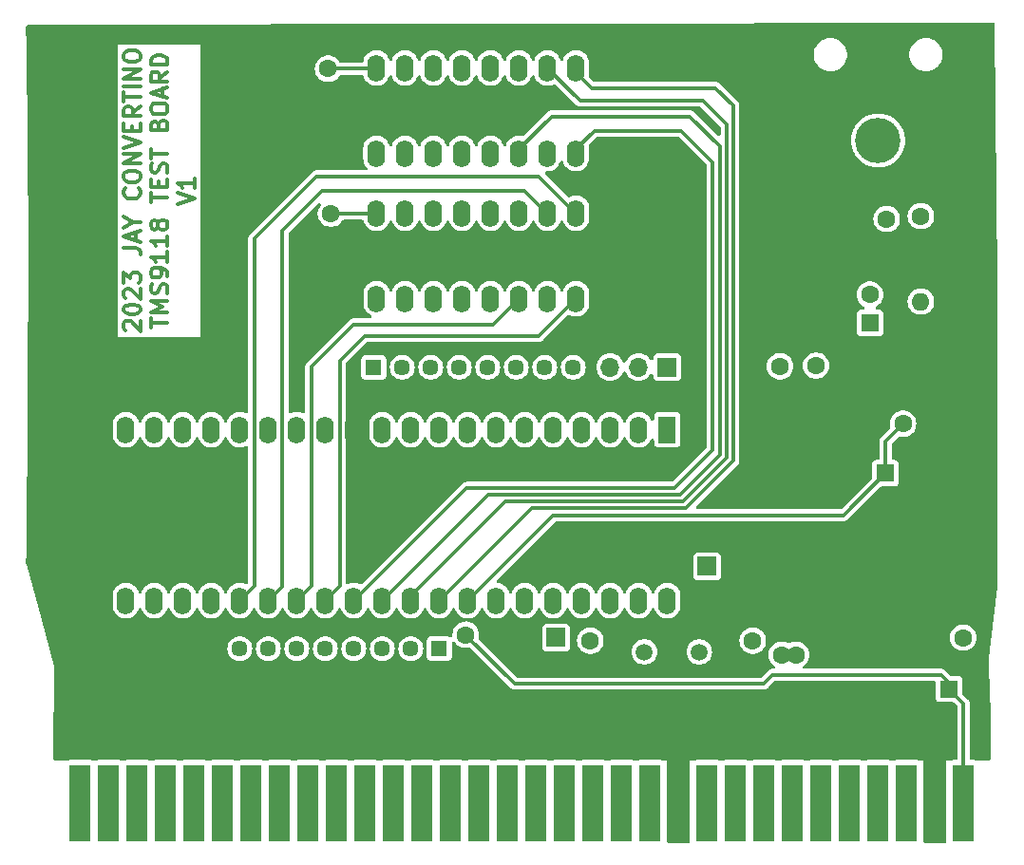
<source format=gbr>
%TF.GenerationSoftware,KiCad,Pcbnew,7.0.7-7.0.7~ubuntu22.04.1*%
%TF.CreationDate,2023-09-01T08:12:55-04:00*%
%TF.ProjectId,TMS9118,544d5339-3131-4382-9e6b-696361645f70,rev?*%
%TF.SameCoordinates,Original*%
%TF.FileFunction,Copper,L1,Top*%
%TF.FilePolarity,Positive*%
%FSLAX46Y46*%
G04 Gerber Fmt 4.6, Leading zero omitted, Abs format (unit mm)*
G04 Created by KiCad (PCBNEW 7.0.7-7.0.7~ubuntu22.04.1) date 2023-09-01 08:12:55*
%MOMM*%
%LPD*%
G01*
G04 APERTURE LIST*
%ADD10C,0.330200*%
%TA.AperFunction,NonConductor*%
%ADD11C,0.330200*%
%TD*%
%TA.AperFunction,ConnectorPad*%
%ADD12R,1.905000X6.858000*%
%TD*%
%TA.AperFunction,ComponentPad*%
%ADD13C,1.600000*%
%TD*%
%TA.AperFunction,ComponentPad*%
%ADD14R,1.600000X2.400000*%
%TD*%
%TA.AperFunction,ComponentPad*%
%ADD15O,1.600000X2.400000*%
%TD*%
%TA.AperFunction,ComponentPad*%
%ADD16O,1.600000X1.600000*%
%TD*%
%TA.AperFunction,ComponentPad*%
%ADD17R,1.600000X1.600000*%
%TD*%
%TA.AperFunction,ComponentPad*%
%ADD18C,1.500000*%
%TD*%
%TA.AperFunction,ComponentPad*%
%ADD19R,1.700000X1.700000*%
%TD*%
%TA.AperFunction,ComponentPad*%
%ADD20O,1.700000X1.700000*%
%TD*%
%TA.AperFunction,ComponentPad*%
%ADD21R,1.450000X1.450000*%
%TD*%
%TA.AperFunction,ComponentPad*%
%ADD22C,1.450000*%
%TD*%
%TA.AperFunction,ComponentPad*%
%ADD23C,4.039000*%
%TD*%
%TA.AperFunction,ComponentPad*%
%ADD24C,4.227000*%
%TD*%
%TA.AperFunction,ViaPad*%
%ADD25C,1.625600*%
%TD*%
%TA.AperFunction,Conductor*%
%ADD26C,0.304800*%
%TD*%
G04 APERTURE END LIST*
D10*
D11*
X118570614Y-107714284D02*
X118499186Y-107642856D01*
X118499186Y-107642856D02*
X118427757Y-107499999D01*
X118427757Y-107499999D02*
X118427757Y-107142856D01*
X118427757Y-107142856D02*
X118499186Y-106999999D01*
X118499186Y-106999999D02*
X118570614Y-106928570D01*
X118570614Y-106928570D02*
X118713471Y-106857141D01*
X118713471Y-106857141D02*
X118856329Y-106857141D01*
X118856329Y-106857141D02*
X119070614Y-106928570D01*
X119070614Y-106928570D02*
X119927757Y-107785713D01*
X119927757Y-107785713D02*
X119927757Y-106857141D01*
X118427757Y-105928570D02*
X118427757Y-105785713D01*
X118427757Y-105785713D02*
X118499186Y-105642856D01*
X118499186Y-105642856D02*
X118570614Y-105571428D01*
X118570614Y-105571428D02*
X118713471Y-105499999D01*
X118713471Y-105499999D02*
X118999186Y-105428570D01*
X118999186Y-105428570D02*
X119356329Y-105428570D01*
X119356329Y-105428570D02*
X119642043Y-105499999D01*
X119642043Y-105499999D02*
X119784900Y-105571428D01*
X119784900Y-105571428D02*
X119856329Y-105642856D01*
X119856329Y-105642856D02*
X119927757Y-105785713D01*
X119927757Y-105785713D02*
X119927757Y-105928570D01*
X119927757Y-105928570D02*
X119856329Y-106071428D01*
X119856329Y-106071428D02*
X119784900Y-106142856D01*
X119784900Y-106142856D02*
X119642043Y-106214285D01*
X119642043Y-106214285D02*
X119356329Y-106285713D01*
X119356329Y-106285713D02*
X118999186Y-106285713D01*
X118999186Y-106285713D02*
X118713471Y-106214285D01*
X118713471Y-106214285D02*
X118570614Y-106142856D01*
X118570614Y-106142856D02*
X118499186Y-106071428D01*
X118499186Y-106071428D02*
X118427757Y-105928570D01*
X118570614Y-104857142D02*
X118499186Y-104785714D01*
X118499186Y-104785714D02*
X118427757Y-104642857D01*
X118427757Y-104642857D02*
X118427757Y-104285714D01*
X118427757Y-104285714D02*
X118499186Y-104142857D01*
X118499186Y-104142857D02*
X118570614Y-104071428D01*
X118570614Y-104071428D02*
X118713471Y-103999999D01*
X118713471Y-103999999D02*
X118856329Y-103999999D01*
X118856329Y-103999999D02*
X119070614Y-104071428D01*
X119070614Y-104071428D02*
X119927757Y-104928571D01*
X119927757Y-104928571D02*
X119927757Y-103999999D01*
X118427757Y-103500000D02*
X118427757Y-102571428D01*
X118427757Y-102571428D02*
X118999186Y-103071428D01*
X118999186Y-103071428D02*
X118999186Y-102857143D01*
X118999186Y-102857143D02*
X119070614Y-102714286D01*
X119070614Y-102714286D02*
X119142043Y-102642857D01*
X119142043Y-102642857D02*
X119284900Y-102571428D01*
X119284900Y-102571428D02*
X119642043Y-102571428D01*
X119642043Y-102571428D02*
X119784900Y-102642857D01*
X119784900Y-102642857D02*
X119856329Y-102714286D01*
X119856329Y-102714286D02*
X119927757Y-102857143D01*
X119927757Y-102857143D02*
X119927757Y-103285714D01*
X119927757Y-103285714D02*
X119856329Y-103428571D01*
X119856329Y-103428571D02*
X119784900Y-103500000D01*
X118427757Y-100357143D02*
X119499186Y-100357143D01*
X119499186Y-100357143D02*
X119713471Y-100428572D01*
X119713471Y-100428572D02*
X119856329Y-100571429D01*
X119856329Y-100571429D02*
X119927757Y-100785715D01*
X119927757Y-100785715D02*
X119927757Y-100928572D01*
X119499186Y-99714286D02*
X119499186Y-99000001D01*
X119927757Y-99857143D02*
X118427757Y-99357143D01*
X118427757Y-99357143D02*
X119927757Y-98857143D01*
X119213471Y-98071429D02*
X119927757Y-98071429D01*
X118427757Y-98571429D02*
X119213471Y-98071429D01*
X119213471Y-98071429D02*
X118427757Y-97571429D01*
X119784900Y-95071430D02*
X119856329Y-95142858D01*
X119856329Y-95142858D02*
X119927757Y-95357144D01*
X119927757Y-95357144D02*
X119927757Y-95500001D01*
X119927757Y-95500001D02*
X119856329Y-95714287D01*
X119856329Y-95714287D02*
X119713471Y-95857144D01*
X119713471Y-95857144D02*
X119570614Y-95928573D01*
X119570614Y-95928573D02*
X119284900Y-96000001D01*
X119284900Y-96000001D02*
X119070614Y-96000001D01*
X119070614Y-96000001D02*
X118784900Y-95928573D01*
X118784900Y-95928573D02*
X118642043Y-95857144D01*
X118642043Y-95857144D02*
X118499186Y-95714287D01*
X118499186Y-95714287D02*
X118427757Y-95500001D01*
X118427757Y-95500001D02*
X118427757Y-95357144D01*
X118427757Y-95357144D02*
X118499186Y-95142858D01*
X118499186Y-95142858D02*
X118570614Y-95071430D01*
X118427757Y-94142858D02*
X118427757Y-93857144D01*
X118427757Y-93857144D02*
X118499186Y-93714287D01*
X118499186Y-93714287D02*
X118642043Y-93571430D01*
X118642043Y-93571430D02*
X118927757Y-93500001D01*
X118927757Y-93500001D02*
X119427757Y-93500001D01*
X119427757Y-93500001D02*
X119713471Y-93571430D01*
X119713471Y-93571430D02*
X119856329Y-93714287D01*
X119856329Y-93714287D02*
X119927757Y-93857144D01*
X119927757Y-93857144D02*
X119927757Y-94142858D01*
X119927757Y-94142858D02*
X119856329Y-94285716D01*
X119856329Y-94285716D02*
X119713471Y-94428573D01*
X119713471Y-94428573D02*
X119427757Y-94500001D01*
X119427757Y-94500001D02*
X118927757Y-94500001D01*
X118927757Y-94500001D02*
X118642043Y-94428573D01*
X118642043Y-94428573D02*
X118499186Y-94285716D01*
X118499186Y-94285716D02*
X118427757Y-94142858D01*
X119927757Y-92857144D02*
X118427757Y-92857144D01*
X118427757Y-92857144D02*
X119927757Y-92000001D01*
X119927757Y-92000001D02*
X118427757Y-92000001D01*
X118427757Y-91500000D02*
X119927757Y-91000000D01*
X119927757Y-91000000D02*
X118427757Y-90500000D01*
X119142043Y-90000001D02*
X119142043Y-89500001D01*
X119927757Y-89285715D02*
X119927757Y-90000001D01*
X119927757Y-90000001D02*
X118427757Y-90000001D01*
X118427757Y-90000001D02*
X118427757Y-89285715D01*
X119927757Y-87785715D02*
X119213471Y-88285715D01*
X119927757Y-88642858D02*
X118427757Y-88642858D01*
X118427757Y-88642858D02*
X118427757Y-88071429D01*
X118427757Y-88071429D02*
X118499186Y-87928572D01*
X118499186Y-87928572D02*
X118570614Y-87857143D01*
X118570614Y-87857143D02*
X118713471Y-87785715D01*
X118713471Y-87785715D02*
X118927757Y-87785715D01*
X118927757Y-87785715D02*
X119070614Y-87857143D01*
X119070614Y-87857143D02*
X119142043Y-87928572D01*
X119142043Y-87928572D02*
X119213471Y-88071429D01*
X119213471Y-88071429D02*
X119213471Y-88642858D01*
X118427757Y-87357143D02*
X118427757Y-86500001D01*
X119927757Y-86928572D02*
X118427757Y-86928572D01*
X119927757Y-86000001D02*
X118427757Y-86000001D01*
X119927757Y-85285715D02*
X118427757Y-85285715D01*
X118427757Y-85285715D02*
X119927757Y-84428572D01*
X119927757Y-84428572D02*
X118427757Y-84428572D01*
X118427757Y-83428571D02*
X118427757Y-83142857D01*
X118427757Y-83142857D02*
X118499186Y-83000000D01*
X118499186Y-83000000D02*
X118642043Y-82857143D01*
X118642043Y-82857143D02*
X118927757Y-82785714D01*
X118927757Y-82785714D02*
X119427757Y-82785714D01*
X119427757Y-82785714D02*
X119713471Y-82857143D01*
X119713471Y-82857143D02*
X119856329Y-83000000D01*
X119856329Y-83000000D02*
X119927757Y-83142857D01*
X119927757Y-83142857D02*
X119927757Y-83428571D01*
X119927757Y-83428571D02*
X119856329Y-83571429D01*
X119856329Y-83571429D02*
X119713471Y-83714286D01*
X119713471Y-83714286D02*
X119427757Y-83785714D01*
X119427757Y-83785714D02*
X118927757Y-83785714D01*
X118927757Y-83785714D02*
X118642043Y-83714286D01*
X118642043Y-83714286D02*
X118499186Y-83571429D01*
X118499186Y-83571429D02*
X118427757Y-83428571D01*
X120842757Y-107464283D02*
X120842757Y-106607141D01*
X122342757Y-107035712D02*
X120842757Y-107035712D01*
X122342757Y-106107141D02*
X120842757Y-106107141D01*
X120842757Y-106107141D02*
X121914186Y-105607141D01*
X121914186Y-105607141D02*
X120842757Y-105107141D01*
X120842757Y-105107141D02*
X122342757Y-105107141D01*
X122271329Y-104464283D02*
X122342757Y-104249998D01*
X122342757Y-104249998D02*
X122342757Y-103892855D01*
X122342757Y-103892855D02*
X122271329Y-103749998D01*
X122271329Y-103749998D02*
X122199900Y-103678569D01*
X122199900Y-103678569D02*
X122057043Y-103607140D01*
X122057043Y-103607140D02*
X121914186Y-103607140D01*
X121914186Y-103607140D02*
X121771329Y-103678569D01*
X121771329Y-103678569D02*
X121699900Y-103749998D01*
X121699900Y-103749998D02*
X121628471Y-103892855D01*
X121628471Y-103892855D02*
X121557043Y-104178569D01*
X121557043Y-104178569D02*
X121485614Y-104321426D01*
X121485614Y-104321426D02*
X121414186Y-104392855D01*
X121414186Y-104392855D02*
X121271329Y-104464283D01*
X121271329Y-104464283D02*
X121128471Y-104464283D01*
X121128471Y-104464283D02*
X120985614Y-104392855D01*
X120985614Y-104392855D02*
X120914186Y-104321426D01*
X120914186Y-104321426D02*
X120842757Y-104178569D01*
X120842757Y-104178569D02*
X120842757Y-103821426D01*
X120842757Y-103821426D02*
X120914186Y-103607140D01*
X122342757Y-102892855D02*
X122342757Y-102607141D01*
X122342757Y-102607141D02*
X122271329Y-102464284D01*
X122271329Y-102464284D02*
X122199900Y-102392855D01*
X122199900Y-102392855D02*
X121985614Y-102249998D01*
X121985614Y-102249998D02*
X121699900Y-102178569D01*
X121699900Y-102178569D02*
X121128471Y-102178569D01*
X121128471Y-102178569D02*
X120985614Y-102249998D01*
X120985614Y-102249998D02*
X120914186Y-102321427D01*
X120914186Y-102321427D02*
X120842757Y-102464284D01*
X120842757Y-102464284D02*
X120842757Y-102749998D01*
X120842757Y-102749998D02*
X120914186Y-102892855D01*
X120914186Y-102892855D02*
X120985614Y-102964284D01*
X120985614Y-102964284D02*
X121128471Y-103035712D01*
X121128471Y-103035712D02*
X121485614Y-103035712D01*
X121485614Y-103035712D02*
X121628471Y-102964284D01*
X121628471Y-102964284D02*
X121699900Y-102892855D01*
X121699900Y-102892855D02*
X121771329Y-102749998D01*
X121771329Y-102749998D02*
X121771329Y-102464284D01*
X121771329Y-102464284D02*
X121699900Y-102321427D01*
X121699900Y-102321427D02*
X121628471Y-102249998D01*
X121628471Y-102249998D02*
X121485614Y-102178569D01*
X122342757Y-100749998D02*
X122342757Y-101607141D01*
X122342757Y-101178570D02*
X120842757Y-101178570D01*
X120842757Y-101178570D02*
X121057043Y-101321427D01*
X121057043Y-101321427D02*
X121199900Y-101464284D01*
X121199900Y-101464284D02*
X121271329Y-101607141D01*
X122342757Y-99321427D02*
X122342757Y-100178570D01*
X122342757Y-99749999D02*
X120842757Y-99749999D01*
X120842757Y-99749999D02*
X121057043Y-99892856D01*
X121057043Y-99892856D02*
X121199900Y-100035713D01*
X121199900Y-100035713D02*
X121271329Y-100178570D01*
X121485614Y-98464285D02*
X121414186Y-98607142D01*
X121414186Y-98607142D02*
X121342757Y-98678571D01*
X121342757Y-98678571D02*
X121199900Y-98749999D01*
X121199900Y-98749999D02*
X121128471Y-98749999D01*
X121128471Y-98749999D02*
X120985614Y-98678571D01*
X120985614Y-98678571D02*
X120914186Y-98607142D01*
X120914186Y-98607142D02*
X120842757Y-98464285D01*
X120842757Y-98464285D02*
X120842757Y-98178571D01*
X120842757Y-98178571D02*
X120914186Y-98035714D01*
X120914186Y-98035714D02*
X120985614Y-97964285D01*
X120985614Y-97964285D02*
X121128471Y-97892856D01*
X121128471Y-97892856D02*
X121199900Y-97892856D01*
X121199900Y-97892856D02*
X121342757Y-97964285D01*
X121342757Y-97964285D02*
X121414186Y-98035714D01*
X121414186Y-98035714D02*
X121485614Y-98178571D01*
X121485614Y-98178571D02*
X121485614Y-98464285D01*
X121485614Y-98464285D02*
X121557043Y-98607142D01*
X121557043Y-98607142D02*
X121628471Y-98678571D01*
X121628471Y-98678571D02*
X121771329Y-98749999D01*
X121771329Y-98749999D02*
X122057043Y-98749999D01*
X122057043Y-98749999D02*
X122199900Y-98678571D01*
X122199900Y-98678571D02*
X122271329Y-98607142D01*
X122271329Y-98607142D02*
X122342757Y-98464285D01*
X122342757Y-98464285D02*
X122342757Y-98178571D01*
X122342757Y-98178571D02*
X122271329Y-98035714D01*
X122271329Y-98035714D02*
X122199900Y-97964285D01*
X122199900Y-97964285D02*
X122057043Y-97892856D01*
X122057043Y-97892856D02*
X121771329Y-97892856D01*
X121771329Y-97892856D02*
X121628471Y-97964285D01*
X121628471Y-97964285D02*
X121557043Y-98035714D01*
X121557043Y-98035714D02*
X121485614Y-98178571D01*
X120842757Y-96321428D02*
X120842757Y-95464286D01*
X122342757Y-95892857D02*
X120842757Y-95892857D01*
X121557043Y-94964286D02*
X121557043Y-94464286D01*
X122342757Y-94250000D02*
X122342757Y-94964286D01*
X122342757Y-94964286D02*
X120842757Y-94964286D01*
X120842757Y-94964286D02*
X120842757Y-94250000D01*
X122271329Y-93678571D02*
X122342757Y-93464286D01*
X122342757Y-93464286D02*
X122342757Y-93107143D01*
X122342757Y-93107143D02*
X122271329Y-92964286D01*
X122271329Y-92964286D02*
X122199900Y-92892857D01*
X122199900Y-92892857D02*
X122057043Y-92821428D01*
X122057043Y-92821428D02*
X121914186Y-92821428D01*
X121914186Y-92821428D02*
X121771329Y-92892857D01*
X121771329Y-92892857D02*
X121699900Y-92964286D01*
X121699900Y-92964286D02*
X121628471Y-93107143D01*
X121628471Y-93107143D02*
X121557043Y-93392857D01*
X121557043Y-93392857D02*
X121485614Y-93535714D01*
X121485614Y-93535714D02*
X121414186Y-93607143D01*
X121414186Y-93607143D02*
X121271329Y-93678571D01*
X121271329Y-93678571D02*
X121128471Y-93678571D01*
X121128471Y-93678571D02*
X120985614Y-93607143D01*
X120985614Y-93607143D02*
X120914186Y-93535714D01*
X120914186Y-93535714D02*
X120842757Y-93392857D01*
X120842757Y-93392857D02*
X120842757Y-93035714D01*
X120842757Y-93035714D02*
X120914186Y-92821428D01*
X120842757Y-92392857D02*
X120842757Y-91535715D01*
X122342757Y-91964286D02*
X120842757Y-91964286D01*
X121557043Y-89392858D02*
X121628471Y-89178572D01*
X121628471Y-89178572D02*
X121699900Y-89107143D01*
X121699900Y-89107143D02*
X121842757Y-89035715D01*
X121842757Y-89035715D02*
X122057043Y-89035715D01*
X122057043Y-89035715D02*
X122199900Y-89107143D01*
X122199900Y-89107143D02*
X122271329Y-89178572D01*
X122271329Y-89178572D02*
X122342757Y-89321429D01*
X122342757Y-89321429D02*
X122342757Y-89892858D01*
X122342757Y-89892858D02*
X120842757Y-89892858D01*
X120842757Y-89892858D02*
X120842757Y-89392858D01*
X120842757Y-89392858D02*
X120914186Y-89250001D01*
X120914186Y-89250001D02*
X120985614Y-89178572D01*
X120985614Y-89178572D02*
X121128471Y-89107143D01*
X121128471Y-89107143D02*
X121271329Y-89107143D01*
X121271329Y-89107143D02*
X121414186Y-89178572D01*
X121414186Y-89178572D02*
X121485614Y-89250001D01*
X121485614Y-89250001D02*
X121557043Y-89392858D01*
X121557043Y-89392858D02*
X121557043Y-89892858D01*
X120842757Y-88107143D02*
X120842757Y-87821429D01*
X120842757Y-87821429D02*
X120914186Y-87678572D01*
X120914186Y-87678572D02*
X121057043Y-87535715D01*
X121057043Y-87535715D02*
X121342757Y-87464286D01*
X121342757Y-87464286D02*
X121842757Y-87464286D01*
X121842757Y-87464286D02*
X122128471Y-87535715D01*
X122128471Y-87535715D02*
X122271329Y-87678572D01*
X122271329Y-87678572D02*
X122342757Y-87821429D01*
X122342757Y-87821429D02*
X122342757Y-88107143D01*
X122342757Y-88107143D02*
X122271329Y-88250001D01*
X122271329Y-88250001D02*
X122128471Y-88392858D01*
X122128471Y-88392858D02*
X121842757Y-88464286D01*
X121842757Y-88464286D02*
X121342757Y-88464286D01*
X121342757Y-88464286D02*
X121057043Y-88392858D01*
X121057043Y-88392858D02*
X120914186Y-88250001D01*
X120914186Y-88250001D02*
X120842757Y-88107143D01*
X121914186Y-86892857D02*
X121914186Y-86178572D01*
X122342757Y-87035714D02*
X120842757Y-86535714D01*
X120842757Y-86535714D02*
X122342757Y-86035714D01*
X122342757Y-84678572D02*
X121628471Y-85178572D01*
X122342757Y-85535715D02*
X120842757Y-85535715D01*
X120842757Y-85535715D02*
X120842757Y-84964286D01*
X120842757Y-84964286D02*
X120914186Y-84821429D01*
X120914186Y-84821429D02*
X120985614Y-84750000D01*
X120985614Y-84750000D02*
X121128471Y-84678572D01*
X121128471Y-84678572D02*
X121342757Y-84678572D01*
X121342757Y-84678572D02*
X121485614Y-84750000D01*
X121485614Y-84750000D02*
X121557043Y-84821429D01*
X121557043Y-84821429D02*
X121628471Y-84964286D01*
X121628471Y-84964286D02*
X121628471Y-85535715D01*
X122342757Y-84035715D02*
X120842757Y-84035715D01*
X120842757Y-84035715D02*
X120842757Y-83678572D01*
X120842757Y-83678572D02*
X120914186Y-83464286D01*
X120914186Y-83464286D02*
X121057043Y-83321429D01*
X121057043Y-83321429D02*
X121199900Y-83250000D01*
X121199900Y-83250000D02*
X121485614Y-83178572D01*
X121485614Y-83178572D02*
X121699900Y-83178572D01*
X121699900Y-83178572D02*
X121985614Y-83250000D01*
X121985614Y-83250000D02*
X122128471Y-83321429D01*
X122128471Y-83321429D02*
X122271329Y-83464286D01*
X122271329Y-83464286D02*
X122342757Y-83678572D01*
X122342757Y-83678572D02*
X122342757Y-84035715D01*
X123257757Y-96464284D02*
X124757757Y-95964284D01*
X124757757Y-95964284D02*
X123257757Y-95464284D01*
X124757757Y-94178570D02*
X124757757Y-95035713D01*
X124757757Y-94607142D02*
X123257757Y-94607142D01*
X123257757Y-94607142D02*
X123472043Y-94749999D01*
X123472043Y-94749999D02*
X123614900Y-94892856D01*
X123614900Y-94892856D02*
X123686329Y-95035713D01*
D12*
%TO.P,CON1,B1,RD1*%
%TO.N,unconnected-(CON1-RD1-PadB1)*%
X114554000Y-149860000D03*
%TO.P,CON1,B2,RD0*%
%TO.N,unconnected-(CON1-RD0-PadB2)*%
X117094000Y-149860000D03*
%TO.P,CON1,B3,RC2*%
%TO.N,unconnected-(CON1-RC2-PadB3)*%
X119634000Y-149860000D03*
%TO.P,CON1,B4,RC1*%
%TO.N,unconnected-(CON1-RC1-PadB4)*%
X122174000Y-149860000D03*
%TO.P,CON1,B5,RC0*%
%TO.N,unconnected-(CON1-RC0-PadB5)*%
X124714000Y-149860000D03*
%TO.P,CON1,B6,RA6*%
%TO.N,unconnected-(CON1-RA6-PadB6)*%
X127254000Y-149860000D03*
%TO.P,CON1,B7,RA7*%
%TO.N,unconnected-(CON1-RA7-PadB7)*%
X129794000Y-149860000D03*
%TO.P,CON1,B8,RA5*%
%TO.N,unconnected-(CON1-RA5-PadB8)*%
X132334000Y-149860000D03*
%TO.P,CON1,B9,RA4*%
%TO.N,unconnected-(CON1-RA4-PadB9)*%
X134874000Y-149860000D03*
%TO.P,CON1,B10,RA3*%
%TO.N,unconnected-(CON1-RA3-PadB10)*%
X137414000Y-149860000D03*
%TO.P,CON1,B11,RA2*%
%TO.N,unconnected-(CON1-RA2-PadB11)*%
X139954000Y-149860000D03*
%TO.P,CON1,B12,RA1*%
%TO.N,unconnected-(CON1-RA1-PadB12)*%
X142494000Y-149860000D03*
%TO.P,CON1,B13,RA0*%
%TO.N,unconnected-(CON1-RA0-PadB13)*%
X145034000Y-149860000D03*
%TO.P,CON1,B14,RD2*%
%TO.N,unconnected-(CON1-RD2-PadB14)*%
X147574000Y-149860000D03*
%TO.P,CON1,B15,RD3*%
%TO.N,unconnected-(CON1-RD3-PadB15)*%
X150114000Y-149860000D03*
%TO.P,CON1,B16,RC6*%
%TO.N,unconnected-(CON1-RC6-PadB16)*%
X152654000Y-149860000D03*
%TO.P,CON1,B17,RC7*%
%TO.N,unconnected-(CON1-RC7-PadB17)*%
X155194000Y-149860000D03*
%TO.P,CON1,B18,RD4*%
%TO.N,unconnected-(CON1-RD4-PadB18)*%
X157734000Y-149860000D03*
%TO.P,CON1,B19,RD5*%
%TO.N,unconnected-(CON1-RD5-PadB19)*%
X160274000Y-149860000D03*
%TO.P,CON1,B20,RD6*%
%TO.N,unconnected-(CON1-RD6-PadB20)*%
X162814000Y-149860000D03*
%TO.P,CON1,B21,RD7*%
%TO.N,unconnected-(CON1-RD7-PadB21)*%
X165354000Y-149860000D03*
%TO.P,CON1,B22,GND*%
%TO.N,VSS*%
X167894000Y-149860000D03*
%TO.P,CON1,B23,RB0*%
%TO.N,unconnected-(CON1-RB0-PadB23)*%
X170434000Y-149860000D03*
%TO.P,CON1,B24,RB1*%
%TO.N,unconnected-(CON1-RB1-PadB24)*%
X172974000Y-149860000D03*
%TO.P,CON1,B25,RB2*%
%TO.N,unconnected-(CON1-RB2-PadB25)*%
X175514000Y-149860000D03*
%TO.P,CON1,B26,RB3*%
%TO.N,unconnected-(CON1-RB3-PadB26)*%
X178054000Y-149860000D03*
%TO.P,CON1,B27,RB4*%
%TO.N,unconnected-(CON1-RB4-PadB27)*%
X180594000Y-149860000D03*
%TO.P,CON1,B28,RB5*%
%TO.N,unconnected-(CON1-RB5-PadB28)*%
X183134000Y-149860000D03*
%TO.P,CON1,B29,RB6*%
%TO.N,unconnected-(CON1-RB6-PadB29)*%
X185674000Y-149860000D03*
%TO.P,CON1,B30,RB7*%
%TO.N,unconnected-(CON1-RB7-PadB30)*%
X188214000Y-149860000D03*
%TO.P,CON1,B31,GND*%
%TO.N,VSS*%
X190754000Y-149860000D03*
%TO.P,CON1,B32,+5V*%
%TO.N,VCC*%
X193294000Y-149860000D03*
%TD*%
D13*
%TO.P,C10,1*%
%TO.N,Net-(U14-XTAL1)*%
X177098000Y-136652000D03*
X178348000Y-136652000D03*
%TO.P,C10,2*%
%TO.N,VSS*%
X183348000Y-136652000D03*
X184598000Y-136652000D03*
%TD*%
D14*
%TO.P,U1,1,~{G}*%
%TO.N,VSS*%
X161280000Y-84328000D03*
D15*
%TO.P,U1,2,DQ1*%
%TO.N,/R0*%
X158740000Y-84328000D03*
%TO.P,U1,3,DQ2*%
%TO.N,/R1*%
X156200000Y-84328000D03*
%TO.P,U1,4,~{W}*%
%TO.N,/RnW*%
X153660000Y-84328000D03*
%TO.P,U1,5,~{RAS}*%
%TO.N,/nRAS*%
X151120000Y-84328000D03*
%TO.P,U1,6,A6*%
%TO.N,/AD1*%
X148580000Y-84328000D03*
%TO.P,U1,7,A5*%
%TO.N,/AD2*%
X146040000Y-84328000D03*
%TO.P,U1,8,A4*%
%TO.N,/AD3*%
X143500000Y-84328000D03*
%TO.P,U1,9,VDD*%
%TO.N,VCC*%
X140960000Y-84328000D03*
%TO.P,U1,10,A7*%
%TO.N,/AD0*%
X140960000Y-91948000D03*
%TO.P,U1,11,A3*%
%TO.N,/AD4*%
X143500000Y-91948000D03*
%TO.P,U1,12,A2*%
%TO.N,/AD5*%
X146040000Y-91948000D03*
%TO.P,U1,13,A1*%
%TO.N,/AD6*%
X148580000Y-91948000D03*
%TO.P,U1,14,A0*%
%TO.N,/AD7*%
X151120000Y-91948000D03*
%TO.P,U1,15,DQ3*%
%TO.N,/R2*%
X153660000Y-91948000D03*
%TO.P,U1,16,~{CAS}*%
%TO.N,/nCAS*%
X156200000Y-91948000D03*
%TO.P,U1,17,DQ4*%
%TO.N,/R3*%
X158740000Y-91948000D03*
%TO.P,U1,18,VSS*%
%TO.N,VSS*%
X161280000Y-91948000D03*
%TD*%
D13*
%TO.P,C2,1*%
%TO.N,VCC*%
X136652000Y-84408000D03*
%TO.P,C2,2*%
%TO.N,VSS*%
X136652000Y-89408000D03*
%TD*%
D14*
%TO.P,U14,1,~{RAS}*%
%TO.N,/nRAS*%
X166878000Y-116586000D03*
D15*
%TO.P,U14,2,~{CAS}*%
%TO.N,/nCAS*%
X164338000Y-116586000D03*
%TO.P,U14,3,AD7*%
%TO.N,/AD7*%
X161798000Y-116586000D03*
%TO.P,U14,4,AD6*%
%TO.N,/AD6*%
X159258000Y-116586000D03*
%TO.P,U14,5,AD5*%
%TO.N,/AD5*%
X156718000Y-116586000D03*
%TO.P,U14,6,AD4*%
%TO.N,/AD4*%
X154178000Y-116586000D03*
%TO.P,U14,7,AD3*%
%TO.N,/AD3*%
X151638000Y-116586000D03*
%TO.P,U14,8,AD2*%
%TO.N,/AD2*%
X149098000Y-116586000D03*
%TO.P,U14,9,AD1*%
%TO.N,/AD1*%
X146558000Y-116586000D03*
%TO.P,U14,10,AD0*%
%TO.N,/AD0*%
X144018000Y-116586000D03*
%TO.P,U14,11,R/~{W}*%
%TO.N,/RnW*%
X141478000Y-116586000D03*
%TO.P,U14,12,VSS*%
%TO.N,VSS*%
X138938000Y-116586000D03*
%TO.P,U14,13,MODE*%
%TO.N,/MODE*%
X136398000Y-116586000D03*
%TO.P,U14,14,~{CSW}*%
%TO.N,/nCSW*%
X133858000Y-116586000D03*
%TO.P,U14,15,~{CSR}*%
%TO.N,/nCSR*%
X131318000Y-116586000D03*
%TO.P,U14,16,~{INT}*%
%TO.N,/nINT*%
X128778000Y-116586000D03*
%TO.P,U14,17,CD7*%
%TO.N,/D7*%
X126238000Y-116586000D03*
%TO.P,U14,18,CD6*%
%TO.N,/D6*%
X123698000Y-116586000D03*
%TO.P,U14,19,CD5*%
%TO.N,/D5*%
X121158000Y-116586000D03*
%TO.P,U14,20,CD4*%
%TO.N,/D4*%
X118618000Y-116586000D03*
%TO.P,U14,21,CD3*%
%TO.N,/D3*%
X118618000Y-131826000D03*
%TO.P,U14,22,CD2*%
%TO.N,/D2*%
X121158000Y-131826000D03*
%TO.P,U14,23,CD1*%
%TO.N,/D1*%
X123698000Y-131826000D03*
%TO.P,U14,24,CD0*%
%TO.N,/D0*%
X126238000Y-131826000D03*
%TO.P,U14,25,RD7*%
%TO.N,/R7*%
X128778000Y-131826000D03*
%TO.P,U14,26,RD6*%
%TO.N,/R6*%
X131318000Y-131826000D03*
%TO.P,U14,27,RD5*%
%TO.N,/R5*%
X133858000Y-131826000D03*
%TO.P,U14,28,RD4*%
%TO.N,/R4*%
X136398000Y-131826000D03*
%TO.P,U14,29,RD3*%
%TO.N,/R3*%
X138938000Y-131826000D03*
%TO.P,U14,30,RD2*%
%TO.N,/R2*%
X141478000Y-131826000D03*
%TO.P,U14,31,RD1*%
%TO.N,/R1*%
X144018000Y-131826000D03*
%TO.P,U14,32,RD0*%
%TO.N,/R0*%
X146558000Y-131826000D03*
%TO.P,U14,33,VCC*%
%TO.N,VCC*%
X149098000Y-131826000D03*
%TO.P,U14,34,~{RESET}*%
%TO.N,/nRESET*%
X151638000Y-131826000D03*
%TO.P,U14,35,EXTVID*%
%TO.N,Net-(J3-Pin_1)*%
X154178000Y-131826000D03*
%TO.P,U14,36,COMVID*%
%TO.N,/Y*%
X156718000Y-131826000D03*
%TO.P,U14,37,NC*%
%TO.N,unconnected-(U14-NC-Pad37)*%
X159258000Y-131826000D03*
%TO.P,U14,38,CPUCLK*%
%TO.N,Net-(J2-Pin_1)*%
X161798000Y-131826000D03*
%TO.P,U14,39,XTAL2*%
%TO.N,Net-(U14-XTAL2)*%
X164338000Y-131826000D03*
%TO.P,U14,40,XTAL1*%
%TO.N,Net-(U14-XTAL1)*%
X166878000Y-131826000D03*
%TD*%
D13*
%TO.P,C3,1*%
%TO.N,VCC*%
X136906000Y-97322000D03*
%TO.P,C3,2*%
%TO.N,VSS*%
X136906000Y-102322000D03*
%TD*%
D14*
%TO.P,U3,1,~{G}*%
%TO.N,VSS*%
X161290000Y-97282000D03*
D15*
%TO.P,U3,2,DQ1*%
%TO.N,/R7*%
X158750000Y-97282000D03*
%TO.P,U3,3,DQ2*%
%TO.N,/R6*%
X156210000Y-97282000D03*
%TO.P,U3,4,~{W}*%
%TO.N,/RnW*%
X153670000Y-97282000D03*
%TO.P,U3,5,~{RAS}*%
%TO.N,/nRAS*%
X151130000Y-97282000D03*
%TO.P,U3,6,A6*%
%TO.N,/AD1*%
X148590000Y-97282000D03*
%TO.P,U3,7,A5*%
%TO.N,/AD2*%
X146050000Y-97282000D03*
%TO.P,U3,8,A4*%
%TO.N,/AD3*%
X143510000Y-97282000D03*
%TO.P,U3,9,VDD*%
%TO.N,VCC*%
X140970000Y-97282000D03*
%TO.P,U3,10,A7*%
%TO.N,/AD0*%
X140970000Y-104902000D03*
%TO.P,U3,11,A3*%
%TO.N,/AD4*%
X143510000Y-104902000D03*
%TO.P,U3,12,A2*%
%TO.N,/AD5*%
X146050000Y-104902000D03*
%TO.P,U3,13,A1*%
%TO.N,/AD6*%
X148590000Y-104902000D03*
%TO.P,U3,14,A0*%
%TO.N,/AD7*%
X151130000Y-104902000D03*
%TO.P,U3,15,DQ3*%
%TO.N,/R5*%
X153670000Y-104902000D03*
%TO.P,U3,16,~{CAS}*%
%TO.N,/nCAS*%
X156210000Y-104902000D03*
%TO.P,U3,17,DQ4*%
%TO.N,/R4*%
X158750000Y-104902000D03*
%TO.P,U3,18,VSS*%
%TO.N,VSS*%
X161290000Y-104902000D03*
%TD*%
D13*
%TO.P,R7,1*%
%TO.N,/Y*%
X180136800Y-110871000D03*
D16*
%TO.P,R7,2*%
%TO.N,VSS*%
X180136800Y-118491000D03*
%TD*%
D13*
%TO.P,C11,1*%
%TO.N,VSS*%
X174498000Y-137902000D03*
%TO.P,C11,2*%
%TO.N,Net-(U14-XTAL1)*%
X174498000Y-135402000D03*
%TD*%
D17*
%TO.P,C14,1*%
%TO.N,Net-(C14-Pad1)*%
X184937400Y-107046912D03*
D13*
%TO.P,C14,2*%
%TO.N,Net-(C14-Pad2)*%
X184937400Y-104546912D03*
%TD*%
D17*
%TO.P,C7,1*%
%TO.N,VCC*%
X186334400Y-120472200D03*
D13*
%TO.P,C7,2*%
%TO.N,VSS*%
X183834400Y-120472200D03*
%TD*%
D18*
%TO.P,Y1,1,1*%
%TO.N,Net-(U14-XTAL1)*%
X169726000Y-136398000D03*
%TO.P,Y1,2,2*%
%TO.N,Net-(U14-XTAL2)*%
X164846000Y-136398000D03*
%TD*%
D13*
%TO.P,R1,1*%
%TO.N,Net-(J1-In)*%
X189484000Y-97536000D03*
D16*
%TO.P,R1,2*%
%TO.N,Net-(C14-Pad2)*%
X189484000Y-105156000D03*
%TD*%
D19*
%TO.P,J10,1,Pin_1*%
%TO.N,/nRAS*%
X166863000Y-110998000D03*
D20*
%TO.P,J10,2,Pin_2*%
%TO.N,/nCAS*%
X164323000Y-110998000D03*
%TO.P,J10,3,Pin_3*%
%TO.N,/RnW*%
X161783000Y-110998000D03*
%TD*%
D13*
%TO.P,C5,1*%
%TO.N,VCC*%
X193254000Y-135128000D03*
%TO.P,C5,2*%
%TO.N,VSS*%
X188254000Y-135128000D03*
%TD*%
%TO.P,C12,1*%
%TO.N,Net-(U14-XTAL2)*%
X160020000Y-135402000D03*
%TO.P,C12,2*%
%TO.N,VSS*%
X160020000Y-137902000D03*
%TD*%
D21*
%TO.P,J8,1,Pin_1*%
%TO.N,/AD0*%
X140716000Y-111028000D03*
D22*
%TO.P,J8,2,Pin_2*%
%TO.N,/AD1*%
X143256000Y-111028000D03*
%TO.P,J8,3,Pin_3*%
%TO.N,/AD2*%
X145796000Y-111028000D03*
%TO.P,J8,4,Pin_4*%
%TO.N,/AD3*%
X148336000Y-111028000D03*
%TO.P,J8,5,Pin_5*%
%TO.N,/AD4*%
X150876000Y-111028000D03*
%TO.P,J8,6,Pin_6*%
%TO.N,/AD5*%
X153416000Y-111028000D03*
%TO.P,J8,7,Pin_7*%
%TO.N,/AD6*%
X155956000Y-111028000D03*
%TO.P,J8,8,Pin_8*%
%TO.N,/AD7*%
X158496000Y-111028000D03*
%TD*%
D13*
%TO.P,C4,1*%
%TO.N,VCC*%
X187894600Y-116052600D03*
%TO.P,C4,2*%
%TO.N,VSS*%
X182894600Y-116052600D03*
%TD*%
D19*
%TO.P,J2,1,Pin_1*%
%TO.N,Net-(J2-Pin_1)*%
X170434000Y-128773000D03*
D20*
%TO.P,J2,2,Pin_2*%
%TO.N,VSS*%
X170434000Y-131313000D03*
%TD*%
D19*
%TO.P,J3,1,Pin_1*%
%TO.N,Net-(J3-Pin_1)*%
X156972000Y-135123000D03*
D20*
%TO.P,J3,2,Pin_2*%
%TO.N,VSS*%
X156972000Y-137663000D03*
%TD*%
D17*
%TO.P,C1,1*%
%TO.N,VCC*%
X191959112Y-139700000D03*
D13*
%TO.P,C1,2*%
%TO.N,VSS*%
X189459112Y-139700000D03*
%TD*%
%TO.P,C17,1*%
%TO.N,/Y*%
X176936400Y-110936400D03*
%TO.P,C17,2*%
%TO.N,VSS*%
X176936400Y-115936400D03*
%TD*%
%TO.P,R4,1*%
%TO.N,Net-(J1-In)*%
X186436000Y-97790000D03*
D16*
%TO.P,R4,2*%
%TO.N,VSS*%
X178816000Y-97790000D03*
%TD*%
D13*
%TO.P,C6,1*%
%TO.N,VCC*%
X148924000Y-134874000D03*
%TO.P,C6,2*%
%TO.N,VSS*%
X153924000Y-134874000D03*
%TD*%
D21*
%TO.P,J9,1,Pin_1*%
%TO.N,/R0*%
X146558000Y-136114000D03*
D22*
%TO.P,J9,2,Pin_2*%
%TO.N,/R1*%
X144018000Y-136114000D03*
%TO.P,J9,3,Pin_3*%
%TO.N,/R2*%
X141478000Y-136114000D03*
%TO.P,J9,4,Pin_4*%
%TO.N,/R3*%
X138938000Y-136114000D03*
%TO.P,J9,5,Pin_5*%
%TO.N,/R4*%
X136398000Y-136114000D03*
%TO.P,J9,6,Pin_6*%
%TO.N,/R5*%
X133858000Y-136114000D03*
%TO.P,J9,7,Pin_7*%
%TO.N,/R6*%
X131318000Y-136114000D03*
%TO.P,J9,8,Pin_8*%
%TO.N,/R7*%
X128778000Y-136114000D03*
%TD*%
D23*
%TO.P,J1,1,In*%
%TO.N,Net-(J1-In)*%
X185674000Y-90794500D03*
D24*
%TO.P,J1,2,Ext*%
%TO.N,VSS*%
X185674000Y-86294500D03*
%TD*%
D25*
%TO.N,VSS*%
X161798000Y-145034000D03*
%TD*%
D26*
%TO.N,VCC*%
X186334400Y-120472200D02*
X186334400Y-117612800D01*
X191959112Y-139700000D02*
X191959112Y-139127112D01*
X193294000Y-149860000D02*
X193294000Y-141034888D01*
X156718000Y-124206000D02*
X182600600Y-124206000D01*
X140905000Y-97322000D02*
X140960000Y-97267000D01*
X176263200Y-138442800D02*
X175481800Y-139224200D01*
X149098000Y-131826000D02*
X156718000Y-124206000D01*
X193294000Y-141034888D02*
X191959112Y-139700000D01*
X136652000Y-84408000D02*
X140840000Y-84408000D01*
X175481800Y-139224200D02*
X153274200Y-139224200D01*
X140840000Y-84408000D02*
X140950000Y-84298000D01*
X191274800Y-138442800D02*
X176263200Y-138442800D01*
X153274200Y-139224200D02*
X148924000Y-134874000D01*
X191959112Y-139127112D02*
X191274800Y-138442800D01*
X182600600Y-124206000D02*
X186334400Y-120472200D01*
X136906000Y-97322000D02*
X140905000Y-97322000D01*
X186334400Y-117612800D02*
X187894600Y-116052600D01*
%TO.N,/R0*%
X172769303Y-119374891D02*
X172769303Y-87679303D01*
X158740000Y-84702400D02*
X158740000Y-84328000D01*
X171196000Y-86106000D02*
X160143600Y-86106000D01*
X168547295Y-123596899D02*
X172769303Y-119374891D01*
X154787101Y-123596899D02*
X168547295Y-123596899D01*
X172769303Y-87679303D02*
X171196000Y-86106000D01*
X146558000Y-131826000D02*
X154787101Y-123596899D01*
X160143600Y-86106000D02*
X158740000Y-84702400D01*
%TO.N,/R1*%
X144018000Y-131826000D02*
X144018000Y-131426000D01*
X170027101Y-87223101D02*
X159095101Y-87223101D01*
X168294998Y-122987798D02*
X172160202Y-119122594D01*
X159095101Y-87223101D02*
X156200000Y-84328000D01*
X172160202Y-89356202D02*
X170027101Y-87223101D01*
X152456202Y-122987798D02*
X168294998Y-122987798D01*
X172160202Y-119122594D02*
X172160202Y-89356202D01*
X144018000Y-131426000D02*
X152456202Y-122987798D01*
%TO.N,/R2*%
X156562000Y-88646000D02*
X153660000Y-91548000D01*
X141478000Y-131826000D02*
X150925303Y-122378697D01*
X171551101Y-118870297D02*
X171551101Y-91287101D01*
X168042701Y-122378697D02*
X171551101Y-118870297D01*
X150925303Y-122378697D02*
X168042701Y-122378697D01*
X153660000Y-91548000D02*
X153660000Y-91948000D01*
X168910000Y-88646000D02*
X156562000Y-88646000D01*
X171551101Y-91287101D02*
X168910000Y-88646000D01*
%TO.N,/R3*%
X167536407Y-121769593D02*
X170942000Y-118364000D01*
X138938000Y-131826000D02*
X148994407Y-121769593D01*
X160372000Y-89916000D02*
X158740000Y-91548000D01*
X170942000Y-92710000D02*
X168148000Y-89916000D01*
X170942000Y-118364000D02*
X170942000Y-92710000D01*
X168148000Y-89916000D02*
X160372000Y-89916000D01*
X148994407Y-121769593D02*
X167536407Y-121769593D01*
X158740000Y-91548000D02*
X158740000Y-91948000D01*
%TO.N,/R4*%
X155448000Y-108204000D02*
X158750000Y-104902000D01*
X139954000Y-108204000D02*
X155448000Y-108204000D01*
X136398000Y-131826000D02*
X137680800Y-130543200D01*
X137680800Y-130543200D02*
X137680800Y-110477200D01*
X137680800Y-110477200D02*
X139954000Y-108204000D01*
%TO.N,/R5*%
X135140800Y-110985200D02*
X138938000Y-107188000D01*
X138938000Y-107188000D02*
X151384000Y-107188000D01*
X151384000Y-107188000D02*
X153670000Y-104902000D01*
X135140800Y-130543200D02*
X135140800Y-110985200D01*
X133858000Y-131826000D02*
X135140800Y-130543200D01*
%TO.N,/R6*%
X154178000Y-95250000D02*
X156210000Y-97282000D01*
X136144000Y-95250000D02*
X154178000Y-95250000D01*
X132588000Y-130556000D02*
X132588000Y-98806000D01*
X131318000Y-131826000D02*
X132588000Y-130556000D01*
X132588000Y-98806000D02*
X136144000Y-95250000D01*
%TO.N,/R7*%
X135636000Y-93980000D02*
X155448000Y-93980000D01*
X130060800Y-130543200D02*
X130060800Y-99555200D01*
X155448000Y-93980000D02*
X158750000Y-97282000D01*
X128778000Y-131826000D02*
X130060800Y-130543200D01*
X130060800Y-99555200D02*
X135636000Y-93980000D01*
%TD*%
%TA.AperFunction,Conductor*%
%TO.N,VSS*%
G36*
X167939839Y-90470184D02*
G01*
X167971195Y-90494244D01*
X170363756Y-92886804D01*
X170402941Y-92954675D01*
X170408100Y-92993860D01*
X170408100Y-118080138D01*
X170387816Y-118155838D01*
X170363756Y-118187194D01*
X167359602Y-121191349D01*
X167291731Y-121230534D01*
X167252546Y-121235693D01*
X149003529Y-121235693D01*
X148939295Y-121233499D01*
X148939294Y-121233499D01*
X148939292Y-121233499D01*
X148898366Y-121243472D01*
X148890750Y-121244919D01*
X148849009Y-121250657D01*
X148849006Y-121250658D01*
X148835485Y-121256531D01*
X148811027Y-121264755D01*
X148796704Y-121268245D01*
X148796698Y-121268248D01*
X148759977Y-121288895D01*
X148753034Y-121292343D01*
X148714393Y-121309128D01*
X148714391Y-121309130D01*
X148702950Y-121318437D01*
X148681621Y-121332953D01*
X148668776Y-121340176D01*
X148668768Y-121340181D01*
X148638980Y-121369969D01*
X148633224Y-121375163D01*
X148600544Y-121401751D01*
X148592044Y-121413793D01*
X148575413Y-121433536D01*
X139661763Y-130347186D01*
X139593892Y-130386371D01*
X139515522Y-130386371D01*
X139475009Y-130368855D01*
X139466904Y-130363837D01*
X139466890Y-130363830D01*
X139262722Y-130284735D01*
X139262714Y-130284733D01*
X139047484Y-130244500D01*
X139047482Y-130244500D01*
X138828518Y-130244500D01*
X138828515Y-130244500D01*
X138613285Y-130284733D01*
X138613276Y-130284735D01*
X138420792Y-130359304D01*
X138342876Y-130367736D01*
X138271183Y-130336081D01*
X138224924Y-130272820D01*
X138214700Y-130218128D01*
X138214700Y-117040619D01*
X140296500Y-117040619D01*
X140296501Y-117040644D01*
X140311640Y-117204027D01*
X140311642Y-117204036D01*
X140371562Y-117414630D01*
X140371564Y-117414636D01*
X140469165Y-117610645D01*
X140601114Y-117785375D01*
X140601116Y-117785377D01*
X140601120Y-117785382D01*
X140762937Y-117932897D01*
X140949104Y-118048167D01*
X140949108Y-118048168D01*
X140949109Y-118048169D01*
X140971706Y-118056923D01*
X141153282Y-118127266D01*
X141368518Y-118167500D01*
X141368522Y-118167500D01*
X141587478Y-118167500D01*
X141587482Y-118167500D01*
X141802718Y-118127266D01*
X142006896Y-118048167D01*
X142193063Y-117932897D01*
X142354880Y-117785382D01*
X142486835Y-117610644D01*
X142584436Y-117414636D01*
X142602380Y-117351571D01*
X142642605Y-117284312D01*
X142711072Y-117246177D01*
X142789433Y-117247384D01*
X142856692Y-117287609D01*
X142893620Y-117351571D01*
X142911562Y-117414630D01*
X142911564Y-117414636D01*
X143009165Y-117610645D01*
X143141114Y-117785375D01*
X143141116Y-117785377D01*
X143141120Y-117785382D01*
X143302937Y-117932897D01*
X143489104Y-118048167D01*
X143489108Y-118048168D01*
X143489109Y-118048169D01*
X143511706Y-118056923D01*
X143693282Y-118127266D01*
X143908518Y-118167500D01*
X143908522Y-118167500D01*
X144127478Y-118167500D01*
X144127482Y-118167500D01*
X144342718Y-118127266D01*
X144546896Y-118048167D01*
X144733063Y-117932897D01*
X144894880Y-117785382D01*
X145026835Y-117610644D01*
X145124436Y-117414636D01*
X145142380Y-117351571D01*
X145182605Y-117284312D01*
X145251072Y-117246177D01*
X145329433Y-117247384D01*
X145396692Y-117287609D01*
X145433620Y-117351571D01*
X145451562Y-117414630D01*
X145451564Y-117414636D01*
X145549165Y-117610645D01*
X145681114Y-117785375D01*
X145681116Y-117785377D01*
X145681120Y-117785382D01*
X145842937Y-117932897D01*
X146029104Y-118048167D01*
X146029108Y-118048168D01*
X146029109Y-118048169D01*
X146051706Y-118056923D01*
X146233282Y-118127266D01*
X146448518Y-118167500D01*
X146448522Y-118167500D01*
X146667478Y-118167500D01*
X146667482Y-118167500D01*
X146882718Y-118127266D01*
X147086896Y-118048167D01*
X147273063Y-117932897D01*
X147434880Y-117785382D01*
X147566835Y-117610644D01*
X147664436Y-117414636D01*
X147682380Y-117351571D01*
X147722605Y-117284312D01*
X147791072Y-117246177D01*
X147869433Y-117247384D01*
X147936692Y-117287609D01*
X147973620Y-117351571D01*
X147991562Y-117414630D01*
X147991564Y-117414636D01*
X148089165Y-117610645D01*
X148221114Y-117785375D01*
X148221116Y-117785377D01*
X148221120Y-117785382D01*
X148382937Y-117932897D01*
X148569104Y-118048167D01*
X148569108Y-118048168D01*
X148569109Y-118048169D01*
X148591706Y-118056923D01*
X148773282Y-118127266D01*
X148988518Y-118167500D01*
X148988522Y-118167500D01*
X149207478Y-118167500D01*
X149207482Y-118167500D01*
X149422718Y-118127266D01*
X149626896Y-118048167D01*
X149813063Y-117932897D01*
X149974880Y-117785382D01*
X150106835Y-117610644D01*
X150204436Y-117414636D01*
X150222380Y-117351571D01*
X150262605Y-117284312D01*
X150331072Y-117246177D01*
X150409433Y-117247384D01*
X150476692Y-117287609D01*
X150513620Y-117351571D01*
X150531562Y-117414630D01*
X150531564Y-117414636D01*
X150629165Y-117610645D01*
X150761114Y-117785375D01*
X150761116Y-117785377D01*
X150761120Y-117785382D01*
X150922937Y-117932897D01*
X151109104Y-118048167D01*
X151109108Y-118048168D01*
X151109109Y-118048169D01*
X151131706Y-118056923D01*
X151313282Y-118127266D01*
X151528518Y-118167500D01*
X151528522Y-118167500D01*
X151747478Y-118167500D01*
X151747482Y-118167500D01*
X151962718Y-118127266D01*
X152166896Y-118048167D01*
X152353063Y-117932897D01*
X152514880Y-117785382D01*
X152646835Y-117610644D01*
X152744436Y-117414636D01*
X152762380Y-117351571D01*
X152802605Y-117284312D01*
X152871072Y-117246177D01*
X152949433Y-117247384D01*
X153016692Y-117287609D01*
X153053620Y-117351571D01*
X153071562Y-117414630D01*
X153071564Y-117414636D01*
X153169165Y-117610645D01*
X153301114Y-117785375D01*
X153301116Y-117785377D01*
X153301120Y-117785382D01*
X153462937Y-117932897D01*
X153649104Y-118048167D01*
X153649108Y-118048168D01*
X153649109Y-118048169D01*
X153671706Y-118056923D01*
X153853282Y-118127266D01*
X154068518Y-118167500D01*
X154068522Y-118167500D01*
X154287478Y-118167500D01*
X154287482Y-118167500D01*
X154502718Y-118127266D01*
X154706896Y-118048167D01*
X154893063Y-117932897D01*
X155054880Y-117785382D01*
X155186835Y-117610644D01*
X155284436Y-117414636D01*
X155302380Y-117351571D01*
X155342605Y-117284312D01*
X155411072Y-117246177D01*
X155489433Y-117247384D01*
X155556692Y-117287609D01*
X155593620Y-117351571D01*
X155611562Y-117414630D01*
X155611564Y-117414636D01*
X155709165Y-117610645D01*
X155841114Y-117785375D01*
X155841116Y-117785377D01*
X155841120Y-117785382D01*
X156002937Y-117932897D01*
X156189104Y-118048167D01*
X156189108Y-118048168D01*
X156189109Y-118048169D01*
X156211706Y-118056923D01*
X156393282Y-118127266D01*
X156608518Y-118167500D01*
X156608522Y-118167500D01*
X156827478Y-118167500D01*
X156827482Y-118167500D01*
X157042718Y-118127266D01*
X157246896Y-118048167D01*
X157433063Y-117932897D01*
X157594880Y-117785382D01*
X157726835Y-117610644D01*
X157824436Y-117414636D01*
X157842380Y-117351571D01*
X157882605Y-117284312D01*
X157951072Y-117246177D01*
X158029433Y-117247384D01*
X158096692Y-117287609D01*
X158133620Y-117351571D01*
X158151562Y-117414630D01*
X158151564Y-117414636D01*
X158249165Y-117610645D01*
X158381114Y-117785375D01*
X158381116Y-117785377D01*
X158381120Y-117785382D01*
X158542937Y-117932897D01*
X158729104Y-118048167D01*
X158729108Y-118048168D01*
X158729109Y-118048169D01*
X158751706Y-118056923D01*
X158933282Y-118127266D01*
X159148518Y-118167500D01*
X159148522Y-118167500D01*
X159367478Y-118167500D01*
X159367482Y-118167500D01*
X159582718Y-118127266D01*
X159786896Y-118048167D01*
X159973063Y-117932897D01*
X160134880Y-117785382D01*
X160266835Y-117610644D01*
X160364436Y-117414636D01*
X160382380Y-117351569D01*
X160422603Y-117284313D01*
X160491069Y-117246177D01*
X160569430Y-117247383D01*
X160636690Y-117287608D01*
X160673619Y-117351569D01*
X160691563Y-117414635D01*
X160691564Y-117414636D01*
X160789165Y-117610645D01*
X160921114Y-117785375D01*
X160921116Y-117785377D01*
X160921120Y-117785382D01*
X161082937Y-117932897D01*
X161269104Y-118048167D01*
X161269108Y-118048168D01*
X161269109Y-118048169D01*
X161291706Y-118056923D01*
X161473282Y-118127266D01*
X161688518Y-118167500D01*
X161688522Y-118167500D01*
X161907478Y-118167500D01*
X161907482Y-118167500D01*
X162122718Y-118127266D01*
X162326896Y-118048167D01*
X162513063Y-117932897D01*
X162674880Y-117785382D01*
X162806835Y-117610644D01*
X162904436Y-117414636D01*
X162922380Y-117351571D01*
X162962605Y-117284312D01*
X163031072Y-117246177D01*
X163109433Y-117247384D01*
X163176692Y-117287609D01*
X163213620Y-117351571D01*
X163231562Y-117414630D01*
X163231564Y-117414636D01*
X163329165Y-117610645D01*
X163461114Y-117785375D01*
X163461116Y-117785377D01*
X163461120Y-117785382D01*
X163622937Y-117932897D01*
X163809104Y-118048167D01*
X163809108Y-118048168D01*
X163809109Y-118048169D01*
X163831706Y-118056923D01*
X164013282Y-118127266D01*
X164228518Y-118167500D01*
X164228522Y-118167500D01*
X164447478Y-118167500D01*
X164447482Y-118167500D01*
X164662718Y-118127266D01*
X164866896Y-118048167D01*
X165053063Y-117932897D01*
X165214880Y-117785382D01*
X165346835Y-117610644D01*
X165409573Y-117484649D01*
X165461472Y-117425929D01*
X165535780Y-117401023D01*
X165612585Y-117416608D01*
X165671307Y-117468508D01*
X165696213Y-117542816D01*
X165696500Y-117552136D01*
X165696500Y-117822209D01*
X165707303Y-117896357D01*
X165707304Y-117896361D01*
X165763224Y-118010746D01*
X165853254Y-118100776D01*
X165967639Y-118156696D01*
X166041794Y-118167500D01*
X166041795Y-118167500D01*
X167714205Y-118167500D01*
X167714206Y-118167500D01*
X167788361Y-118156696D01*
X167902746Y-118100776D01*
X167992776Y-118010746D01*
X168048696Y-117896361D01*
X168059500Y-117822206D01*
X168059500Y-115349794D01*
X168048696Y-115275639D01*
X167992776Y-115161254D01*
X167902746Y-115071224D01*
X167788361Y-115015304D01*
X167788359Y-115015303D01*
X167788357Y-115015303D01*
X167714209Y-115004500D01*
X167714206Y-115004500D01*
X166041794Y-115004500D01*
X166041790Y-115004500D01*
X165967642Y-115015303D01*
X165967639Y-115015304D01*
X165853253Y-115071224D01*
X165763224Y-115161253D01*
X165707304Y-115275639D01*
X165707303Y-115275642D01*
X165696500Y-115349790D01*
X165696500Y-115619863D01*
X165676216Y-115695563D01*
X165620800Y-115750979D01*
X165545100Y-115771263D01*
X165469400Y-115750979D01*
X165413984Y-115695563D01*
X165409572Y-115687348D01*
X165346834Y-115561354D01*
X165214885Y-115386624D01*
X165214883Y-115386622D01*
X165214880Y-115386618D01*
X165053063Y-115239103D01*
X164869942Y-115125719D01*
X164866898Y-115123834D01*
X164866890Y-115123830D01*
X164662722Y-115044735D01*
X164662714Y-115044733D01*
X164447484Y-115004500D01*
X164447482Y-115004500D01*
X164228518Y-115004500D01*
X164228515Y-115004500D01*
X164013285Y-115044733D01*
X164013277Y-115044735D01*
X163809109Y-115123830D01*
X163809101Y-115123834D01*
X163622935Y-115239104D01*
X163461118Y-115386620D01*
X163461114Y-115386624D01*
X163329165Y-115561354D01*
X163231564Y-115757363D01*
X163231561Y-115757369D01*
X163213620Y-115820428D01*
X163173394Y-115887687D01*
X163104928Y-115925822D01*
X163026567Y-115924615D01*
X162959308Y-115884389D01*
X162922380Y-115820428D01*
X162904438Y-115757369D01*
X162904436Y-115757364D01*
X162806835Y-115561356D01*
X162806834Y-115561355D01*
X162806834Y-115561354D01*
X162674885Y-115386624D01*
X162674883Y-115386622D01*
X162674880Y-115386618D01*
X162513063Y-115239103D01*
X162329942Y-115125719D01*
X162326898Y-115123834D01*
X162326890Y-115123830D01*
X162122722Y-115044735D01*
X162122714Y-115044733D01*
X161907484Y-115004500D01*
X161907482Y-115004500D01*
X161688518Y-115004500D01*
X161688515Y-115004500D01*
X161473285Y-115044733D01*
X161473277Y-115044735D01*
X161269109Y-115123830D01*
X161269101Y-115123834D01*
X161082935Y-115239104D01*
X160921118Y-115386620D01*
X160921114Y-115386624D01*
X160789165Y-115561354D01*
X160691564Y-115757363D01*
X160691561Y-115757369D01*
X160673620Y-115820428D01*
X160633394Y-115887687D01*
X160564928Y-115925822D01*
X160486567Y-115924615D01*
X160419308Y-115884389D01*
X160382380Y-115820428D01*
X160364438Y-115757369D01*
X160364436Y-115757364D01*
X160266835Y-115561356D01*
X160266834Y-115561355D01*
X160266834Y-115561354D01*
X160134885Y-115386624D01*
X160134883Y-115386622D01*
X160134880Y-115386618D01*
X159973063Y-115239103D01*
X159789942Y-115125719D01*
X159786898Y-115123834D01*
X159786890Y-115123830D01*
X159582722Y-115044735D01*
X159582714Y-115044733D01*
X159367484Y-115004500D01*
X159367482Y-115004500D01*
X159148518Y-115004500D01*
X159148515Y-115004500D01*
X158933285Y-115044733D01*
X158933277Y-115044735D01*
X158729109Y-115123830D01*
X158729101Y-115123834D01*
X158542935Y-115239104D01*
X158381118Y-115386620D01*
X158381114Y-115386624D01*
X158249165Y-115561354D01*
X158151564Y-115757363D01*
X158151561Y-115757369D01*
X158133620Y-115820428D01*
X158093394Y-115887687D01*
X158024928Y-115925822D01*
X157946567Y-115924615D01*
X157879308Y-115884389D01*
X157842380Y-115820428D01*
X157824438Y-115757369D01*
X157824436Y-115757364D01*
X157726835Y-115561356D01*
X157726834Y-115561355D01*
X157726834Y-115561354D01*
X157594885Y-115386624D01*
X157594883Y-115386622D01*
X157594880Y-115386618D01*
X157433063Y-115239103D01*
X157249942Y-115125719D01*
X157246898Y-115123834D01*
X157246890Y-115123830D01*
X157042722Y-115044735D01*
X157042714Y-115044733D01*
X156827484Y-115004500D01*
X156827482Y-115004500D01*
X156608518Y-115004500D01*
X156608515Y-115004500D01*
X156393285Y-115044733D01*
X156393277Y-115044735D01*
X156189109Y-115123830D01*
X156189101Y-115123834D01*
X156002935Y-115239104D01*
X155841118Y-115386620D01*
X155841114Y-115386624D01*
X155709165Y-115561354D01*
X155611564Y-115757363D01*
X155611561Y-115757369D01*
X155593620Y-115820428D01*
X155553394Y-115887687D01*
X155484928Y-115925822D01*
X155406567Y-115924615D01*
X155339308Y-115884389D01*
X155302380Y-115820428D01*
X155284438Y-115757369D01*
X155284436Y-115757364D01*
X155186835Y-115561356D01*
X155186834Y-115561355D01*
X155186834Y-115561354D01*
X155054885Y-115386624D01*
X155054883Y-115386622D01*
X155054880Y-115386618D01*
X154893063Y-115239103D01*
X154709942Y-115125719D01*
X154706898Y-115123834D01*
X154706890Y-115123830D01*
X154502722Y-115044735D01*
X154502714Y-115044733D01*
X154287484Y-115004500D01*
X154287482Y-115004500D01*
X154068518Y-115004500D01*
X154068515Y-115004500D01*
X153853285Y-115044733D01*
X153853277Y-115044735D01*
X153649109Y-115123830D01*
X153649101Y-115123834D01*
X153462935Y-115239104D01*
X153301118Y-115386620D01*
X153301114Y-115386624D01*
X153169165Y-115561354D01*
X153071564Y-115757363D01*
X153071561Y-115757369D01*
X153053620Y-115820428D01*
X153013394Y-115887687D01*
X152944928Y-115925822D01*
X152866567Y-115924615D01*
X152799308Y-115884389D01*
X152762380Y-115820428D01*
X152744438Y-115757369D01*
X152744436Y-115757364D01*
X152646835Y-115561356D01*
X152646834Y-115561355D01*
X152646834Y-115561354D01*
X152514885Y-115386624D01*
X152514883Y-115386622D01*
X152514880Y-115386618D01*
X152353063Y-115239103D01*
X152169942Y-115125719D01*
X152166898Y-115123834D01*
X152166890Y-115123830D01*
X151962722Y-115044735D01*
X151962714Y-115044733D01*
X151747484Y-115004500D01*
X151747482Y-115004500D01*
X151528518Y-115004500D01*
X151528515Y-115004500D01*
X151313285Y-115044733D01*
X151313277Y-115044735D01*
X151109109Y-115123830D01*
X151109101Y-115123834D01*
X150922935Y-115239104D01*
X150761118Y-115386620D01*
X150761114Y-115386624D01*
X150629165Y-115561354D01*
X150531564Y-115757363D01*
X150531561Y-115757369D01*
X150513620Y-115820428D01*
X150473394Y-115887687D01*
X150404928Y-115925822D01*
X150326567Y-115924615D01*
X150259308Y-115884389D01*
X150222380Y-115820428D01*
X150204438Y-115757369D01*
X150204436Y-115757364D01*
X150106835Y-115561356D01*
X150106834Y-115561355D01*
X150106834Y-115561354D01*
X149974885Y-115386624D01*
X149974883Y-115386622D01*
X149974880Y-115386618D01*
X149813063Y-115239103D01*
X149629942Y-115125719D01*
X149626898Y-115123834D01*
X149626890Y-115123830D01*
X149422722Y-115044735D01*
X149422714Y-115044733D01*
X149207484Y-115004500D01*
X149207482Y-115004500D01*
X148988518Y-115004500D01*
X148988515Y-115004500D01*
X148773285Y-115044733D01*
X148773277Y-115044735D01*
X148569109Y-115123830D01*
X148569101Y-115123834D01*
X148382935Y-115239104D01*
X148221118Y-115386620D01*
X148221114Y-115386624D01*
X148089165Y-115561354D01*
X147991564Y-115757363D01*
X147991561Y-115757369D01*
X147973620Y-115820428D01*
X147933394Y-115887687D01*
X147864928Y-115925822D01*
X147786567Y-115924615D01*
X147719308Y-115884389D01*
X147682380Y-115820428D01*
X147664438Y-115757369D01*
X147664436Y-115757364D01*
X147566835Y-115561356D01*
X147566834Y-115561355D01*
X147566834Y-115561354D01*
X147434885Y-115386624D01*
X147434883Y-115386622D01*
X147434880Y-115386618D01*
X147273063Y-115239103D01*
X147089942Y-115125719D01*
X147086898Y-115123834D01*
X147086890Y-115123830D01*
X146882722Y-115044735D01*
X146882714Y-115044733D01*
X146667484Y-115004500D01*
X146667482Y-115004500D01*
X146448518Y-115004500D01*
X146448515Y-115004500D01*
X146233285Y-115044733D01*
X146233277Y-115044735D01*
X146029109Y-115123830D01*
X146029101Y-115123834D01*
X145842935Y-115239104D01*
X145681118Y-115386620D01*
X145681114Y-115386624D01*
X145549165Y-115561354D01*
X145451564Y-115757363D01*
X145451561Y-115757369D01*
X145433620Y-115820428D01*
X145393394Y-115887687D01*
X145324928Y-115925822D01*
X145246567Y-115924615D01*
X145179308Y-115884389D01*
X145142380Y-115820428D01*
X145124438Y-115757369D01*
X145124436Y-115757364D01*
X145026835Y-115561356D01*
X145026834Y-115561355D01*
X145026834Y-115561354D01*
X144894885Y-115386624D01*
X144894883Y-115386622D01*
X144894880Y-115386618D01*
X144733063Y-115239103D01*
X144549942Y-115125719D01*
X144546898Y-115123834D01*
X144546890Y-115123830D01*
X144342722Y-115044735D01*
X144342714Y-115044733D01*
X144127484Y-115004500D01*
X144127482Y-115004500D01*
X143908518Y-115004500D01*
X143908515Y-115004500D01*
X143693285Y-115044733D01*
X143693277Y-115044735D01*
X143489109Y-115123830D01*
X143489101Y-115123834D01*
X143302935Y-115239104D01*
X143141118Y-115386620D01*
X143141114Y-115386624D01*
X143009165Y-115561354D01*
X142911564Y-115757363D01*
X142911561Y-115757369D01*
X142893620Y-115820428D01*
X142853394Y-115887687D01*
X142784928Y-115925822D01*
X142706567Y-115924615D01*
X142639308Y-115884389D01*
X142602380Y-115820428D01*
X142584438Y-115757369D01*
X142584436Y-115757364D01*
X142486835Y-115561356D01*
X142486834Y-115561355D01*
X142486834Y-115561354D01*
X142354885Y-115386624D01*
X142354883Y-115386622D01*
X142354880Y-115386618D01*
X142193063Y-115239103D01*
X142009942Y-115125719D01*
X142006898Y-115123834D01*
X142006890Y-115123830D01*
X141802722Y-115044735D01*
X141802714Y-115044733D01*
X141587484Y-115004500D01*
X141587482Y-115004500D01*
X141368518Y-115004500D01*
X141368515Y-115004500D01*
X141153285Y-115044733D01*
X141153277Y-115044735D01*
X140949109Y-115123830D01*
X140949101Y-115123834D01*
X140762935Y-115239104D01*
X140601118Y-115386620D01*
X140601114Y-115386624D01*
X140469165Y-115561354D01*
X140371564Y-115757363D01*
X140371562Y-115757369D01*
X140311642Y-115967963D01*
X140311640Y-115967972D01*
X140296501Y-116131355D01*
X140296500Y-116131380D01*
X140296500Y-117040619D01*
X138214700Y-117040619D01*
X138214700Y-111789209D01*
X139609500Y-111789209D01*
X139613680Y-111817897D01*
X139620304Y-111863361D01*
X139676224Y-111977746D01*
X139766254Y-112067776D01*
X139880639Y-112123696D01*
X139954794Y-112134500D01*
X139954795Y-112134500D01*
X141477205Y-112134500D01*
X141477206Y-112134500D01*
X141551361Y-112123696D01*
X141665746Y-112067776D01*
X141755776Y-111977746D01*
X141811696Y-111863361D01*
X141822500Y-111789206D01*
X141822500Y-111028000D01*
X142144760Y-111028000D01*
X142161286Y-111206348D01*
X142163681Y-111232188D01*
X142163682Y-111232196D01*
X142219798Y-111429420D01*
X142219800Y-111429426D01*
X142311205Y-111612992D01*
X142434784Y-111776638D01*
X142586328Y-111914789D01*
X142760678Y-112022741D01*
X142951895Y-112096819D01*
X143153468Y-112134500D01*
X143153472Y-112134500D01*
X143358528Y-112134500D01*
X143358532Y-112134500D01*
X143560105Y-112096819D01*
X143751322Y-112022741D01*
X143925672Y-111914789D01*
X144077216Y-111776638D01*
X144200795Y-111612992D01*
X144292200Y-111429426D01*
X144348319Y-111232190D01*
X144367240Y-111028000D01*
X144684760Y-111028000D01*
X144701286Y-111206348D01*
X144703681Y-111232188D01*
X144703682Y-111232196D01*
X144759798Y-111429420D01*
X144759800Y-111429426D01*
X144851205Y-111612992D01*
X144974784Y-111776638D01*
X145126328Y-111914789D01*
X145300678Y-112022741D01*
X145491895Y-112096819D01*
X145693468Y-112134500D01*
X145693472Y-112134500D01*
X145898528Y-112134500D01*
X145898532Y-112134500D01*
X146100105Y-112096819D01*
X146291322Y-112022741D01*
X146465672Y-111914789D01*
X146617216Y-111776638D01*
X146740795Y-111612992D01*
X146832200Y-111429426D01*
X146888319Y-111232190D01*
X146907240Y-111028000D01*
X147224760Y-111028000D01*
X147241286Y-111206348D01*
X147243681Y-111232188D01*
X147243682Y-111232196D01*
X147299798Y-111429420D01*
X147299800Y-111429426D01*
X147391205Y-111612992D01*
X147514784Y-111776638D01*
X147666328Y-111914789D01*
X147840678Y-112022741D01*
X148031895Y-112096819D01*
X148233468Y-112134500D01*
X148233472Y-112134500D01*
X148438528Y-112134500D01*
X148438532Y-112134500D01*
X148640105Y-112096819D01*
X148831322Y-112022741D01*
X149005672Y-111914789D01*
X149157216Y-111776638D01*
X149280795Y-111612992D01*
X149372200Y-111429426D01*
X149428319Y-111232190D01*
X149447240Y-111028000D01*
X149764760Y-111028000D01*
X149781286Y-111206348D01*
X149783681Y-111232188D01*
X149783682Y-111232196D01*
X149839798Y-111429420D01*
X149839800Y-111429426D01*
X149931205Y-111612992D01*
X150054784Y-111776638D01*
X150206328Y-111914789D01*
X150380678Y-112022741D01*
X150571895Y-112096819D01*
X150773468Y-112134500D01*
X150773472Y-112134500D01*
X150978528Y-112134500D01*
X150978532Y-112134500D01*
X151180105Y-112096819D01*
X151371322Y-112022741D01*
X151545672Y-111914789D01*
X151697216Y-111776638D01*
X151820795Y-111612992D01*
X151912200Y-111429426D01*
X151968319Y-111232190D01*
X151987240Y-111028000D01*
X152304760Y-111028000D01*
X152321286Y-111206348D01*
X152323681Y-111232188D01*
X152323682Y-111232196D01*
X152379798Y-111429420D01*
X152379800Y-111429426D01*
X152471205Y-111612992D01*
X152594784Y-111776638D01*
X152746328Y-111914789D01*
X152920678Y-112022741D01*
X153111895Y-112096819D01*
X153313468Y-112134500D01*
X153313472Y-112134500D01*
X153518528Y-112134500D01*
X153518532Y-112134500D01*
X153720105Y-112096819D01*
X153911322Y-112022741D01*
X154085672Y-111914789D01*
X154237216Y-111776638D01*
X154360795Y-111612992D01*
X154452200Y-111429426D01*
X154508319Y-111232190D01*
X154527240Y-111028000D01*
X154844760Y-111028000D01*
X154861286Y-111206348D01*
X154863681Y-111232188D01*
X154863682Y-111232196D01*
X154919798Y-111429420D01*
X154919800Y-111429426D01*
X155011205Y-111612992D01*
X155134784Y-111776638D01*
X155286328Y-111914789D01*
X155460678Y-112022741D01*
X155651895Y-112096819D01*
X155853468Y-112134500D01*
X155853472Y-112134500D01*
X156058528Y-112134500D01*
X156058532Y-112134500D01*
X156260105Y-112096819D01*
X156451322Y-112022741D01*
X156625672Y-111914789D01*
X156777216Y-111776638D01*
X156900795Y-111612992D01*
X156992200Y-111429426D01*
X157048319Y-111232190D01*
X157067240Y-111028000D01*
X157384760Y-111028000D01*
X157401286Y-111206348D01*
X157403681Y-111232188D01*
X157403682Y-111232196D01*
X157459798Y-111429420D01*
X157459800Y-111429426D01*
X157551205Y-111612992D01*
X157674784Y-111776638D01*
X157826328Y-111914789D01*
X158000678Y-112022741D01*
X158191895Y-112096819D01*
X158393468Y-112134500D01*
X158393472Y-112134500D01*
X158598528Y-112134500D01*
X158598532Y-112134500D01*
X158800105Y-112096819D01*
X158991322Y-112022741D01*
X159165672Y-111914789D01*
X159317216Y-111776638D01*
X159440795Y-111612992D01*
X159532200Y-111429426D01*
X159588319Y-111232190D01*
X159607240Y-111028000D01*
X159604460Y-110997999D01*
X160546796Y-110997999D01*
X160565576Y-111212664D01*
X160621348Y-111420809D01*
X160686742Y-111561044D01*
X160712416Y-111616102D01*
X160836013Y-111792617D01*
X160988383Y-111944987D01*
X161164898Y-112068584D01*
X161360191Y-112159651D01*
X161360189Y-112159651D01*
X161568335Y-112215423D01*
X161568334Y-112215423D01*
X161585604Y-112216933D01*
X161783000Y-112234204D01*
X161997665Y-112215423D01*
X162205807Y-112159652D01*
X162401102Y-112068584D01*
X162577617Y-111944987D01*
X162729987Y-111792617D01*
X162853584Y-111616102D01*
X162915785Y-111482711D01*
X162966161Y-111422677D01*
X163039805Y-111395873D01*
X163116985Y-111409482D01*
X163177020Y-111459858D01*
X163190214Y-111482711D01*
X163252416Y-111616102D01*
X163376013Y-111792617D01*
X163528383Y-111944987D01*
X163704898Y-112068584D01*
X163900191Y-112159651D01*
X163900189Y-112159651D01*
X164108335Y-112215423D01*
X164108334Y-112215423D01*
X164125604Y-112216933D01*
X164323000Y-112234204D01*
X164537665Y-112215423D01*
X164745807Y-112159652D01*
X164941102Y-112068584D01*
X165117617Y-111944987D01*
X165269987Y-111792617D01*
X165356082Y-111669660D01*
X165416116Y-111619287D01*
X165493295Y-111605678D01*
X165566940Y-111632482D01*
X165617315Y-111692518D01*
X165631500Y-111756502D01*
X165631500Y-111884209D01*
X165640355Y-111944987D01*
X165642304Y-111958361D01*
X165698224Y-112072746D01*
X165788254Y-112162776D01*
X165902639Y-112218696D01*
X165976794Y-112229500D01*
X165976795Y-112229500D01*
X167749205Y-112229500D01*
X167749206Y-112229500D01*
X167823361Y-112218696D01*
X167937746Y-112162776D01*
X168027776Y-112072746D01*
X168083696Y-111958361D01*
X168094500Y-111884206D01*
X168094500Y-110111794D01*
X168083696Y-110037639D01*
X168027776Y-109923254D01*
X167937746Y-109833224D01*
X167823361Y-109777304D01*
X167823359Y-109777303D01*
X167823357Y-109777303D01*
X167749209Y-109766500D01*
X167749206Y-109766500D01*
X165976794Y-109766500D01*
X165976790Y-109766500D01*
X165902642Y-109777303D01*
X165902639Y-109777304D01*
X165788253Y-109833224D01*
X165698224Y-109923253D01*
X165642304Y-110037639D01*
X165642303Y-110037642D01*
X165631500Y-110111790D01*
X165631500Y-110239497D01*
X165611216Y-110315197D01*
X165555800Y-110370613D01*
X165480100Y-110390897D01*
X165404400Y-110370613D01*
X165356081Y-110326337D01*
X165293991Y-110237664D01*
X165269987Y-110203383D01*
X165117617Y-110051013D01*
X164941102Y-109927416D01*
X164941100Y-109927415D01*
X164745808Y-109836348D01*
X164745810Y-109836348D01*
X164537664Y-109780576D01*
X164537665Y-109780576D01*
X164340269Y-109763306D01*
X164323000Y-109761796D01*
X164322999Y-109761796D01*
X164108335Y-109780576D01*
X163900190Y-109836348D01*
X163704899Y-109927415D01*
X163697917Y-109932304D01*
X163553739Y-110033259D01*
X163528379Y-110051016D01*
X163376016Y-110203379D01*
X163376013Y-110203382D01*
X163376013Y-110203383D01*
X163351193Y-110238830D01*
X163252415Y-110379899D01*
X163190215Y-110513287D01*
X163139839Y-110573322D01*
X163066194Y-110600126D01*
X162989015Y-110586517D01*
X162928980Y-110536141D01*
X162915785Y-110513287D01*
X162882715Y-110442369D01*
X162853584Y-110379898D01*
X162729987Y-110203383D01*
X162577617Y-110051013D01*
X162401102Y-109927416D01*
X162401100Y-109927415D01*
X162205808Y-109836348D01*
X162205810Y-109836348D01*
X161997664Y-109780576D01*
X161997665Y-109780576D01*
X161783000Y-109761796D01*
X161568335Y-109780576D01*
X161360190Y-109836348D01*
X161164899Y-109927415D01*
X161157917Y-109932304D01*
X161013739Y-110033259D01*
X160988379Y-110051016D01*
X160836016Y-110203379D01*
X160836013Y-110203382D01*
X160836013Y-110203383D01*
X160811193Y-110238830D01*
X160712415Y-110379899D01*
X160621348Y-110575190D01*
X160565576Y-110783335D01*
X160546796Y-110997999D01*
X159604460Y-110997999D01*
X159588319Y-110823810D01*
X159532200Y-110626574D01*
X159440795Y-110443008D01*
X159317216Y-110279362D01*
X159207668Y-110179495D01*
X159165671Y-110141210D01*
X158991320Y-110033258D01*
X158800109Y-109959182D01*
X158800103Y-109959180D01*
X158598532Y-109921500D01*
X158393468Y-109921500D01*
X158393467Y-109921500D01*
X158191896Y-109959180D01*
X158191890Y-109959182D01*
X158000679Y-110033258D01*
X157826328Y-110141210D01*
X157674784Y-110279361D01*
X157551204Y-110443009D01*
X157459800Y-110626573D01*
X157459798Y-110626579D01*
X157403682Y-110823803D01*
X157403681Y-110823809D01*
X157403681Y-110823810D01*
X157384760Y-111028000D01*
X157067240Y-111028000D01*
X157048319Y-110823810D01*
X156992200Y-110626574D01*
X156900795Y-110443008D01*
X156777216Y-110279362D01*
X156667668Y-110179495D01*
X156625671Y-110141210D01*
X156451320Y-110033258D01*
X156260109Y-109959182D01*
X156260103Y-109959180D01*
X156058532Y-109921500D01*
X155853468Y-109921500D01*
X155853467Y-109921500D01*
X155651896Y-109959180D01*
X155651890Y-109959182D01*
X155460679Y-110033258D01*
X155286328Y-110141210D01*
X155134784Y-110279361D01*
X155011204Y-110443009D01*
X154919800Y-110626573D01*
X154919798Y-110626579D01*
X154863682Y-110823803D01*
X154863681Y-110823809D01*
X154863681Y-110823810D01*
X154844760Y-111028000D01*
X154527240Y-111028000D01*
X154508319Y-110823810D01*
X154452200Y-110626574D01*
X154360795Y-110443008D01*
X154237216Y-110279362D01*
X154127668Y-110179495D01*
X154085671Y-110141210D01*
X153911320Y-110033258D01*
X153720109Y-109959182D01*
X153720103Y-109959180D01*
X153518532Y-109921500D01*
X153313468Y-109921500D01*
X153313467Y-109921500D01*
X153111896Y-109959180D01*
X153111890Y-109959182D01*
X152920679Y-110033258D01*
X152746328Y-110141210D01*
X152594784Y-110279361D01*
X152471204Y-110443009D01*
X152379800Y-110626573D01*
X152379798Y-110626579D01*
X152323682Y-110823803D01*
X152323681Y-110823809D01*
X152323681Y-110823810D01*
X152304760Y-111028000D01*
X151987240Y-111028000D01*
X151968319Y-110823810D01*
X151912200Y-110626574D01*
X151820795Y-110443008D01*
X151697216Y-110279362D01*
X151587668Y-110179495D01*
X151545671Y-110141210D01*
X151371320Y-110033258D01*
X151180109Y-109959182D01*
X151180103Y-109959180D01*
X150978532Y-109921500D01*
X150773468Y-109921500D01*
X150773467Y-109921500D01*
X150571896Y-109959180D01*
X150571890Y-109959182D01*
X150380679Y-110033258D01*
X150206328Y-110141210D01*
X150054784Y-110279361D01*
X149931204Y-110443009D01*
X149839800Y-110626573D01*
X149839798Y-110626579D01*
X149783682Y-110823803D01*
X149783681Y-110823809D01*
X149783681Y-110823810D01*
X149764760Y-111028000D01*
X149447240Y-111028000D01*
X149428319Y-110823810D01*
X149372200Y-110626574D01*
X149280795Y-110443008D01*
X149157216Y-110279362D01*
X149047668Y-110179495D01*
X149005671Y-110141210D01*
X148831320Y-110033258D01*
X148640109Y-109959182D01*
X148640103Y-109959180D01*
X148438532Y-109921500D01*
X148233468Y-109921500D01*
X148233467Y-109921500D01*
X148031896Y-109959180D01*
X148031890Y-109959182D01*
X147840679Y-110033258D01*
X147666328Y-110141210D01*
X147514784Y-110279361D01*
X147391204Y-110443009D01*
X147299800Y-110626573D01*
X147299798Y-110626579D01*
X147243682Y-110823803D01*
X147243681Y-110823809D01*
X147243681Y-110823810D01*
X147224760Y-111028000D01*
X146907240Y-111028000D01*
X146888319Y-110823810D01*
X146832200Y-110626574D01*
X146740795Y-110443008D01*
X146617216Y-110279362D01*
X146507668Y-110179495D01*
X146465671Y-110141210D01*
X146291320Y-110033258D01*
X146100109Y-109959182D01*
X146100103Y-109959180D01*
X145898532Y-109921500D01*
X145693468Y-109921500D01*
X145693467Y-109921500D01*
X145491896Y-109959180D01*
X145491890Y-109959182D01*
X145300679Y-110033258D01*
X145126328Y-110141210D01*
X144974784Y-110279361D01*
X144851204Y-110443009D01*
X144759800Y-110626573D01*
X144759798Y-110626579D01*
X144703682Y-110823803D01*
X144703681Y-110823809D01*
X144703681Y-110823810D01*
X144684760Y-111028000D01*
X144367240Y-111028000D01*
X144348319Y-110823810D01*
X144292200Y-110626574D01*
X144200795Y-110443008D01*
X144077216Y-110279362D01*
X143967668Y-110179495D01*
X143925671Y-110141210D01*
X143751320Y-110033258D01*
X143560109Y-109959182D01*
X143560103Y-109959180D01*
X143358532Y-109921500D01*
X143153468Y-109921500D01*
X143153467Y-109921500D01*
X142951896Y-109959180D01*
X142951890Y-109959182D01*
X142760679Y-110033258D01*
X142586328Y-110141210D01*
X142434784Y-110279361D01*
X142311204Y-110443009D01*
X142219800Y-110626573D01*
X142219798Y-110626579D01*
X142163682Y-110823803D01*
X142163681Y-110823809D01*
X142163681Y-110823810D01*
X142144760Y-111028000D01*
X141822500Y-111028000D01*
X141822500Y-110266794D01*
X141811696Y-110192639D01*
X141755776Y-110078254D01*
X141665746Y-109988224D01*
X141551361Y-109932304D01*
X141551359Y-109932303D01*
X141551357Y-109932303D01*
X141477209Y-109921500D01*
X141477206Y-109921500D01*
X139954794Y-109921500D01*
X139954790Y-109921500D01*
X139880642Y-109932303D01*
X139880639Y-109932304D01*
X139766253Y-109988224D01*
X139676224Y-110078253D01*
X139620304Y-110192639D01*
X139620303Y-110192642D01*
X139609500Y-110266790D01*
X139609500Y-111789209D01*
X138214700Y-111789209D01*
X138214700Y-110761061D01*
X138234984Y-110685361D01*
X138259044Y-110654005D01*
X140130805Y-108782244D01*
X140198676Y-108743059D01*
X140237861Y-108737900D01*
X155438878Y-108737900D01*
X155503112Y-108740094D01*
X155532798Y-108732859D01*
X155544041Y-108730120D01*
X155551660Y-108728671D01*
X155593399Y-108722935D01*
X155606917Y-108717062D01*
X155631383Y-108708835D01*
X155645706Y-108705346D01*
X155682450Y-108684684D01*
X155689363Y-108681251D01*
X155728014Y-108664464D01*
X155739445Y-108655163D01*
X155760787Y-108640637D01*
X155773635Y-108633414D01*
X155803431Y-108603616D01*
X155809168Y-108598439D01*
X155841862Y-108571842D01*
X155850363Y-108559797D01*
X155866990Y-108540057D01*
X158026237Y-106380810D01*
X158094106Y-106341627D01*
X158172476Y-106341627D01*
X158212994Y-106359146D01*
X158221098Y-106364164D01*
X158221102Y-106364165D01*
X158221104Y-106364167D01*
X158425282Y-106443266D01*
X158640518Y-106483500D01*
X158640522Y-106483500D01*
X158859478Y-106483500D01*
X158859482Y-106483500D01*
X159074718Y-106443266D01*
X159278896Y-106364167D01*
X159465063Y-106248897D01*
X159626880Y-106101382D01*
X159758835Y-105926644D01*
X159856436Y-105730636D01*
X159916359Y-105520030D01*
X159931500Y-105356629D01*
X159931500Y-104447371D01*
X159916359Y-104283970D01*
X159856436Y-104073364D01*
X159758835Y-103877356D01*
X159758834Y-103877355D01*
X159758834Y-103877354D01*
X159626885Y-103702624D01*
X159626883Y-103702622D01*
X159626880Y-103702618D01*
X159465063Y-103555103D01*
X159278896Y-103439833D01*
X159278890Y-103439830D01*
X159074722Y-103360735D01*
X159074714Y-103360733D01*
X158859484Y-103320500D01*
X158859482Y-103320500D01*
X158640518Y-103320500D01*
X158640515Y-103320500D01*
X158425285Y-103360733D01*
X158425277Y-103360735D01*
X158221109Y-103439830D01*
X158221101Y-103439834D01*
X158034935Y-103555104D01*
X157873118Y-103702620D01*
X157873114Y-103702624D01*
X157741165Y-103877354D01*
X157643564Y-104073363D01*
X157643561Y-104073369D01*
X157625620Y-104136428D01*
X157585394Y-104203687D01*
X157516928Y-104241822D01*
X157438567Y-104240615D01*
X157371308Y-104200389D01*
X157334380Y-104136428D01*
X157316438Y-104073369D01*
X157316436Y-104073364D01*
X157218835Y-103877356D01*
X157218834Y-103877355D01*
X157218834Y-103877354D01*
X157086885Y-103702624D01*
X157086883Y-103702622D01*
X157086880Y-103702618D01*
X156925063Y-103555103D01*
X156738896Y-103439833D01*
X156738890Y-103439830D01*
X156534722Y-103360735D01*
X156534714Y-103360733D01*
X156319484Y-103320500D01*
X156319482Y-103320500D01*
X156100518Y-103320500D01*
X156100515Y-103320500D01*
X155885285Y-103360733D01*
X155885277Y-103360735D01*
X155681109Y-103439830D01*
X155681101Y-103439834D01*
X155494935Y-103555104D01*
X155333118Y-103702620D01*
X155333114Y-103702624D01*
X155201165Y-103877354D01*
X155103564Y-104073363D01*
X155103561Y-104073369D01*
X155085620Y-104136428D01*
X155045394Y-104203687D01*
X154976928Y-104241822D01*
X154898567Y-104240615D01*
X154831308Y-104200389D01*
X154794380Y-104136428D01*
X154776438Y-104073369D01*
X154776436Y-104073364D01*
X154678835Y-103877356D01*
X154678834Y-103877355D01*
X154678834Y-103877354D01*
X154546885Y-103702624D01*
X154546883Y-103702622D01*
X154546880Y-103702618D01*
X154385063Y-103555103D01*
X154198896Y-103439833D01*
X154198890Y-103439830D01*
X153994722Y-103360735D01*
X153994714Y-103360733D01*
X153779484Y-103320500D01*
X153779482Y-103320500D01*
X153560518Y-103320500D01*
X153560515Y-103320500D01*
X153345285Y-103360733D01*
X153345277Y-103360735D01*
X153141109Y-103439830D01*
X153141101Y-103439834D01*
X152954935Y-103555104D01*
X152793118Y-103702620D01*
X152793114Y-103702624D01*
X152661165Y-103877354D01*
X152563564Y-104073363D01*
X152563561Y-104073369D01*
X152545620Y-104136428D01*
X152505394Y-104203687D01*
X152436928Y-104241822D01*
X152358567Y-104240615D01*
X152291308Y-104200389D01*
X152254380Y-104136428D01*
X152236438Y-104073369D01*
X152236436Y-104073364D01*
X152138835Y-103877356D01*
X152138834Y-103877355D01*
X152138834Y-103877354D01*
X152006885Y-103702624D01*
X152006883Y-103702622D01*
X152006880Y-103702618D01*
X151845063Y-103555103D01*
X151658896Y-103439833D01*
X151658890Y-103439830D01*
X151454722Y-103360735D01*
X151454714Y-103360733D01*
X151239484Y-103320500D01*
X151239482Y-103320500D01*
X151020518Y-103320500D01*
X151020515Y-103320500D01*
X150805285Y-103360733D01*
X150805277Y-103360735D01*
X150601109Y-103439830D01*
X150601101Y-103439834D01*
X150414935Y-103555104D01*
X150253118Y-103702620D01*
X150253114Y-103702624D01*
X150121165Y-103877354D01*
X150023564Y-104073363D01*
X150023561Y-104073369D01*
X150005620Y-104136428D01*
X149965394Y-104203687D01*
X149896928Y-104241822D01*
X149818567Y-104240615D01*
X149751308Y-104200389D01*
X149714380Y-104136428D01*
X149696438Y-104073369D01*
X149696436Y-104073364D01*
X149598835Y-103877356D01*
X149598834Y-103877355D01*
X149598834Y-103877354D01*
X149466885Y-103702624D01*
X149466883Y-103702622D01*
X149466880Y-103702618D01*
X149305063Y-103555103D01*
X149118896Y-103439833D01*
X149118890Y-103439830D01*
X148914722Y-103360735D01*
X148914714Y-103360733D01*
X148699484Y-103320500D01*
X148699482Y-103320500D01*
X148480518Y-103320500D01*
X148480515Y-103320500D01*
X148265285Y-103360733D01*
X148265277Y-103360735D01*
X148061109Y-103439830D01*
X148061101Y-103439834D01*
X147874935Y-103555104D01*
X147713118Y-103702620D01*
X147713114Y-103702624D01*
X147581165Y-103877354D01*
X147483564Y-104073363D01*
X147483561Y-104073369D01*
X147465620Y-104136428D01*
X147425394Y-104203687D01*
X147356928Y-104241822D01*
X147278567Y-104240615D01*
X147211308Y-104200389D01*
X147174380Y-104136428D01*
X147156438Y-104073369D01*
X147156436Y-104073364D01*
X147058835Y-103877356D01*
X147058834Y-103877355D01*
X147058834Y-103877354D01*
X146926885Y-103702624D01*
X146926883Y-103702622D01*
X146926880Y-103702618D01*
X146765063Y-103555103D01*
X146578896Y-103439833D01*
X146578890Y-103439830D01*
X146374722Y-103360735D01*
X146374714Y-103360733D01*
X146159484Y-103320500D01*
X146159482Y-103320500D01*
X145940518Y-103320500D01*
X145940515Y-103320500D01*
X145725285Y-103360733D01*
X145725277Y-103360735D01*
X145521109Y-103439830D01*
X145521101Y-103439834D01*
X145334935Y-103555104D01*
X145173118Y-103702620D01*
X145173114Y-103702624D01*
X145041165Y-103877354D01*
X144943564Y-104073363D01*
X144943561Y-104073369D01*
X144925620Y-104136428D01*
X144885394Y-104203687D01*
X144816928Y-104241822D01*
X144738567Y-104240615D01*
X144671308Y-104200389D01*
X144634380Y-104136428D01*
X144616438Y-104073369D01*
X144616436Y-104073364D01*
X144518835Y-103877356D01*
X144518834Y-103877355D01*
X144518834Y-103877354D01*
X144386885Y-103702624D01*
X144386883Y-103702622D01*
X144386880Y-103702618D01*
X144225063Y-103555103D01*
X144038896Y-103439833D01*
X144038890Y-103439830D01*
X143834722Y-103360735D01*
X143834714Y-103360733D01*
X143619484Y-103320500D01*
X143619482Y-103320500D01*
X143400518Y-103320500D01*
X143400515Y-103320500D01*
X143185285Y-103360733D01*
X143185277Y-103360735D01*
X142981109Y-103439830D01*
X142981101Y-103439834D01*
X142794935Y-103555104D01*
X142633118Y-103702620D01*
X142633114Y-103702624D01*
X142501165Y-103877354D01*
X142403564Y-104073363D01*
X142403561Y-104073369D01*
X142385620Y-104136428D01*
X142345394Y-104203687D01*
X142276928Y-104241822D01*
X142198567Y-104240615D01*
X142131308Y-104200389D01*
X142094380Y-104136428D01*
X142076438Y-104073369D01*
X142076436Y-104073364D01*
X141978835Y-103877356D01*
X141978834Y-103877355D01*
X141978834Y-103877354D01*
X141846885Y-103702624D01*
X141846883Y-103702622D01*
X141846880Y-103702618D01*
X141685063Y-103555103D01*
X141498896Y-103439833D01*
X141498890Y-103439830D01*
X141294722Y-103360735D01*
X141294714Y-103360733D01*
X141079484Y-103320500D01*
X141079482Y-103320500D01*
X140860518Y-103320500D01*
X140860515Y-103320500D01*
X140645285Y-103360733D01*
X140645277Y-103360735D01*
X140441109Y-103439830D01*
X140441101Y-103439834D01*
X140254935Y-103555104D01*
X140093118Y-103702620D01*
X140093114Y-103702624D01*
X139961165Y-103877354D01*
X139863564Y-104073363D01*
X139863562Y-104073369D01*
X139803642Y-104283963D01*
X139803640Y-104283972D01*
X139788501Y-104447355D01*
X139788500Y-104447380D01*
X139788500Y-105356619D01*
X139788501Y-105356644D01*
X139803640Y-105520027D01*
X139803642Y-105520036D01*
X139863562Y-105730630D01*
X139863564Y-105730636D01*
X139961165Y-105926645D01*
X140093114Y-106101375D01*
X140093116Y-106101377D01*
X140093120Y-106101382D01*
X140254937Y-106248897D01*
X140390421Y-106332785D01*
X140441110Y-106364171D01*
X140447137Y-106367172D01*
X140505860Y-106419071D01*
X140530767Y-106493378D01*
X140515182Y-106570183D01*
X140463283Y-106628906D01*
X140388976Y-106653813D01*
X140379654Y-106654100D01*
X138947139Y-106654100D01*
X138882888Y-106651905D01*
X138882887Y-106651905D01*
X138882885Y-106651905D01*
X138841950Y-106661880D01*
X138834334Y-106663328D01*
X138792603Y-106669063D01*
X138792598Y-106669065D01*
X138779076Y-106674938D01*
X138754615Y-106683164D01*
X138740293Y-106686654D01*
X138703570Y-106707302D01*
X138696626Y-106710751D01*
X138657988Y-106727534D01*
X138657982Y-106727537D01*
X138646547Y-106736841D01*
X138625215Y-106751360D01*
X138612365Y-106758586D01*
X138612364Y-106758586D01*
X138612362Y-106758588D01*
X138582573Y-106788376D01*
X138576817Y-106793570D01*
X138544137Y-106820158D01*
X138535637Y-106832200D01*
X138519006Y-106851943D01*
X134769724Y-110601226D01*
X134722753Y-110645094D01*
X134700863Y-110681088D01*
X134696503Y-110687495D01*
X134671047Y-110721065D01*
X134671044Y-110721070D01*
X134665636Y-110734784D01*
X134654157Y-110757895D01*
X134646495Y-110770494D01*
X134635128Y-110811065D01*
X134632656Y-110818416D01*
X134617202Y-110857601D01*
X134615694Y-110872273D01*
X134610875Y-110897626D01*
X134606900Y-110911813D01*
X134606900Y-110953940D01*
X134606503Y-110961686D01*
X134602194Y-111003595D01*
X134602194Y-111003602D01*
X134604699Y-111018129D01*
X134606900Y-111043851D01*
X134606900Y-114988862D01*
X134586616Y-115064562D01*
X134531200Y-115119978D01*
X134455500Y-115140262D01*
X134393670Y-115125720D01*
X134393423Y-115126361D01*
X134388835Y-115124583D01*
X134388020Y-115124392D01*
X134386896Y-115123832D01*
X134182722Y-115044735D01*
X134182714Y-115044733D01*
X133967484Y-115004500D01*
X133967482Y-115004500D01*
X133748518Y-115004500D01*
X133748515Y-115004500D01*
X133533285Y-115044733D01*
X133533277Y-115044735D01*
X133327992Y-115124263D01*
X133250076Y-115132695D01*
X133178384Y-115101040D01*
X133132124Y-115037779D01*
X133121900Y-114983087D01*
X133121900Y-99089861D01*
X133142184Y-99014161D01*
X133166244Y-98982805D01*
X134412430Y-97736619D01*
X135728822Y-96420226D01*
X135796691Y-96381043D01*
X135875061Y-96381043D01*
X135942932Y-96420228D01*
X135982117Y-96488099D01*
X135982117Y-96566469D01*
X135956697Y-96618522D01*
X135897163Y-96697358D01*
X135799564Y-96893363D01*
X135799562Y-96893369D01*
X135739642Y-97103963D01*
X135739640Y-97103972D01*
X135719438Y-97321998D01*
X135719438Y-97322001D01*
X135739640Y-97540027D01*
X135739642Y-97540036D01*
X135799562Y-97750630D01*
X135799564Y-97750636D01*
X135897165Y-97946645D01*
X136029114Y-98121375D01*
X136029116Y-98121377D01*
X136029120Y-98121382D01*
X136190937Y-98268897D01*
X136377104Y-98384167D01*
X136581282Y-98463266D01*
X136796518Y-98503500D01*
X136796522Y-98503500D01*
X137015478Y-98503500D01*
X137015482Y-98503500D01*
X137230718Y-98463266D01*
X137434896Y-98384167D01*
X137621063Y-98268897D01*
X137782880Y-98121382D01*
X137914835Y-97946644D01*
X137918234Y-97939816D01*
X137970135Y-97881093D01*
X138044442Y-97856187D01*
X138053763Y-97855900D01*
X139676753Y-97855900D01*
X139752453Y-97876184D01*
X139807869Y-97931600D01*
X139822373Y-97965867D01*
X139863562Y-98110630D01*
X139863564Y-98110636D01*
X139961165Y-98306645D01*
X140093114Y-98481375D01*
X140093116Y-98481377D01*
X140093120Y-98481382D01*
X140254937Y-98628897D01*
X140441104Y-98744167D01*
X140645282Y-98823266D01*
X140860518Y-98863500D01*
X140860522Y-98863500D01*
X141079478Y-98863500D01*
X141079482Y-98863500D01*
X141294718Y-98823266D01*
X141498896Y-98744167D01*
X141685063Y-98628897D01*
X141846880Y-98481382D01*
X141978835Y-98306644D01*
X142076436Y-98110636D01*
X142094380Y-98047571D01*
X142134605Y-97980312D01*
X142203072Y-97942177D01*
X142281433Y-97943384D01*
X142348692Y-97983609D01*
X142385620Y-98047571D01*
X142403562Y-98110630D01*
X142403564Y-98110636D01*
X142501165Y-98306645D01*
X142633114Y-98481375D01*
X142633116Y-98481377D01*
X142633120Y-98481382D01*
X142794937Y-98628897D01*
X142981104Y-98744167D01*
X143185282Y-98823266D01*
X143400518Y-98863500D01*
X143400522Y-98863500D01*
X143619478Y-98863500D01*
X143619482Y-98863500D01*
X143834718Y-98823266D01*
X144038896Y-98744167D01*
X144225063Y-98628897D01*
X144386880Y-98481382D01*
X144518835Y-98306644D01*
X144616436Y-98110636D01*
X144634380Y-98047571D01*
X144674605Y-97980312D01*
X144743072Y-97942177D01*
X144821433Y-97943384D01*
X144888692Y-97983609D01*
X144925620Y-98047571D01*
X144943562Y-98110630D01*
X144943564Y-98110636D01*
X145041165Y-98306645D01*
X145173114Y-98481375D01*
X145173116Y-98481377D01*
X145173120Y-98481382D01*
X145334937Y-98628897D01*
X145521104Y-98744167D01*
X145725282Y-98823266D01*
X145940518Y-98863500D01*
X145940522Y-98863500D01*
X146159478Y-98863500D01*
X146159482Y-98863500D01*
X146374718Y-98823266D01*
X146578896Y-98744167D01*
X146765063Y-98628897D01*
X146926880Y-98481382D01*
X147058835Y-98306644D01*
X147156436Y-98110636D01*
X147174380Y-98047571D01*
X147214605Y-97980312D01*
X147283072Y-97942177D01*
X147361433Y-97943384D01*
X147428692Y-97983609D01*
X147465620Y-98047571D01*
X147483562Y-98110630D01*
X147483564Y-98110636D01*
X147581165Y-98306645D01*
X147713114Y-98481375D01*
X147713116Y-98481377D01*
X147713120Y-98481382D01*
X147874937Y-98628897D01*
X148061104Y-98744167D01*
X148265282Y-98823266D01*
X148480518Y-98863500D01*
X148480522Y-98863500D01*
X148699478Y-98863500D01*
X148699482Y-98863500D01*
X148914718Y-98823266D01*
X149118896Y-98744167D01*
X149305063Y-98628897D01*
X149466880Y-98481382D01*
X149598835Y-98306644D01*
X149696436Y-98110636D01*
X149714380Y-98047571D01*
X149754605Y-97980312D01*
X149823072Y-97942177D01*
X149901433Y-97943384D01*
X149968692Y-97983609D01*
X150005620Y-98047571D01*
X150023562Y-98110630D01*
X150023564Y-98110636D01*
X150121165Y-98306645D01*
X150253114Y-98481375D01*
X150253116Y-98481377D01*
X150253120Y-98481382D01*
X150414937Y-98628897D01*
X150601104Y-98744167D01*
X150805282Y-98823266D01*
X151020518Y-98863500D01*
X151020522Y-98863500D01*
X151239478Y-98863500D01*
X151239482Y-98863500D01*
X151454718Y-98823266D01*
X151658896Y-98744167D01*
X151845063Y-98628897D01*
X152006880Y-98481382D01*
X152138835Y-98306644D01*
X152236436Y-98110636D01*
X152254380Y-98047571D01*
X152294605Y-97980312D01*
X152363072Y-97942177D01*
X152441433Y-97943384D01*
X152508692Y-97983609D01*
X152545620Y-98047571D01*
X152563562Y-98110630D01*
X152563564Y-98110636D01*
X152661165Y-98306645D01*
X152793114Y-98481375D01*
X152793116Y-98481377D01*
X152793120Y-98481382D01*
X152954937Y-98628897D01*
X153141104Y-98744167D01*
X153345282Y-98823266D01*
X153560518Y-98863500D01*
X153560522Y-98863500D01*
X153779478Y-98863500D01*
X153779482Y-98863500D01*
X153994718Y-98823266D01*
X154198896Y-98744167D01*
X154385063Y-98628897D01*
X154546880Y-98481382D01*
X154678835Y-98306644D01*
X154776436Y-98110636D01*
X154794380Y-98047571D01*
X154834605Y-97980312D01*
X154903072Y-97942177D01*
X154981433Y-97943384D01*
X155048692Y-97983609D01*
X155085620Y-98047571D01*
X155103562Y-98110630D01*
X155103564Y-98110636D01*
X155201165Y-98306645D01*
X155333114Y-98481375D01*
X155333116Y-98481377D01*
X155333120Y-98481382D01*
X155494937Y-98628897D01*
X155681104Y-98744167D01*
X155885282Y-98823266D01*
X156100518Y-98863500D01*
X156100522Y-98863500D01*
X156319478Y-98863500D01*
X156319482Y-98863500D01*
X156534718Y-98823266D01*
X156738896Y-98744167D01*
X156925063Y-98628897D01*
X157086880Y-98481382D01*
X157218835Y-98306644D01*
X157316436Y-98110636D01*
X157334380Y-98047571D01*
X157374605Y-97980312D01*
X157443072Y-97942177D01*
X157521433Y-97943384D01*
X157588692Y-97983609D01*
X157625620Y-98047571D01*
X157643562Y-98110630D01*
X157643564Y-98110636D01*
X157741165Y-98306645D01*
X157873114Y-98481375D01*
X157873116Y-98481377D01*
X157873120Y-98481382D01*
X158034937Y-98628897D01*
X158221104Y-98744167D01*
X158425282Y-98823266D01*
X158640518Y-98863500D01*
X158640522Y-98863500D01*
X158859478Y-98863500D01*
X158859482Y-98863500D01*
X159074718Y-98823266D01*
X159278896Y-98744167D01*
X159465063Y-98628897D01*
X159626880Y-98481382D01*
X159758835Y-98306644D01*
X159856436Y-98110636D01*
X159916359Y-97900030D01*
X159931500Y-97736629D01*
X159931500Y-96827371D01*
X159916359Y-96663970D01*
X159856436Y-96453364D01*
X159758835Y-96257356D01*
X159758834Y-96257355D01*
X159758834Y-96257354D01*
X159626885Y-96082624D01*
X159626883Y-96082622D01*
X159626880Y-96082618D01*
X159465063Y-95935103D01*
X159343122Y-95859600D01*
X159278898Y-95819834D01*
X159278890Y-95819830D01*
X159074722Y-95740735D01*
X159074714Y-95740733D01*
X158859484Y-95700500D01*
X158859482Y-95700500D01*
X158640518Y-95700500D01*
X158640515Y-95700500D01*
X158425285Y-95740733D01*
X158425277Y-95740735D01*
X158221103Y-95819832D01*
X158212988Y-95824857D01*
X158137948Y-95847459D01*
X158061660Y-95829513D01*
X158026236Y-95803187D01*
X156011005Y-93787956D01*
X155971820Y-93720085D01*
X155971820Y-93641715D01*
X156011005Y-93573844D01*
X156078876Y-93534659D01*
X156118061Y-93529500D01*
X156309478Y-93529500D01*
X156309482Y-93529500D01*
X156524718Y-93489266D01*
X156728896Y-93410167D01*
X156915063Y-93294897D01*
X157076880Y-93147382D01*
X157208835Y-92972644D01*
X157306436Y-92776636D01*
X157324380Y-92713571D01*
X157364605Y-92646312D01*
X157433072Y-92608177D01*
X157511433Y-92609384D01*
X157578692Y-92649609D01*
X157615620Y-92713571D01*
X157633562Y-92776630D01*
X157633564Y-92776636D01*
X157731165Y-92972645D01*
X157863114Y-93147375D01*
X157863116Y-93147377D01*
X157863120Y-93147382D01*
X158024937Y-93294897D01*
X158211104Y-93410167D01*
X158415282Y-93489266D01*
X158630518Y-93529500D01*
X158630522Y-93529500D01*
X158849478Y-93529500D01*
X158849482Y-93529500D01*
X159064718Y-93489266D01*
X159268896Y-93410167D01*
X159455063Y-93294897D01*
X159616880Y-93147382D01*
X159748835Y-92972644D01*
X159846436Y-92776636D01*
X159906359Y-92566030D01*
X159921500Y-92402629D01*
X159921500Y-91493371D01*
X159906359Y-91329970D01*
X159887895Y-91265077D01*
X159886687Y-91186716D01*
X159924822Y-91118249D01*
X159926387Y-91116659D01*
X160548803Y-90494244D01*
X160616675Y-90455059D01*
X160655860Y-90449900D01*
X167864139Y-90449900D01*
X167939839Y-90470184D01*
G37*
%TD.AperFunction*%
%TA.AperFunction,Conductor*%
G36*
X196013573Y-80284502D02*
G01*
X196069152Y-80339755D01*
X196089650Y-80414176D01*
X196342000Y-103378000D01*
X196342000Y-130551466D01*
X196341460Y-130560493D01*
X195580000Y-136905995D01*
X195580000Y-136905999D01*
X195580000Y-136906000D01*
X195665650Y-140610357D01*
X195681100Y-141278574D01*
X195681100Y-145898600D01*
X195660816Y-145974300D01*
X195605400Y-146029716D01*
X195529700Y-146050000D01*
X194292344Y-146050000D01*
X194286871Y-146049802D01*
X194282707Y-146049500D01*
X194282706Y-146049500D01*
X194282704Y-146049500D01*
X193979300Y-146049500D01*
X193903600Y-146029216D01*
X193848184Y-145973800D01*
X193827900Y-145898100D01*
X193827900Y-141044027D01*
X193827900Y-141044026D01*
X193830095Y-140979776D01*
X193820117Y-140938836D01*
X193818671Y-140931225D01*
X193812935Y-140889489D01*
X193807064Y-140875974D01*
X193798835Y-140851500D01*
X193795347Y-140837185D01*
X193774696Y-140800458D01*
X193771245Y-140793509D01*
X193754464Y-140754875D01*
X193754464Y-140754874D01*
X193745158Y-140743436D01*
X193730633Y-140722093D01*
X193723414Y-140709254D01*
X193693634Y-140679474D01*
X193688437Y-140673716D01*
X193661842Y-140641026D01*
X193661840Y-140641024D01*
X193649798Y-140632524D01*
X193630051Y-140615891D01*
X193184956Y-140170795D01*
X193145771Y-140102924D01*
X193140612Y-140063739D01*
X193140612Y-138863794D01*
X193140611Y-138863790D01*
X193129808Y-138789642D01*
X193129808Y-138789639D01*
X193073888Y-138675254D01*
X192983858Y-138585224D01*
X192869473Y-138529304D01*
X192869471Y-138529303D01*
X192869469Y-138529303D01*
X192795321Y-138518500D01*
X192795318Y-138518500D01*
X192168261Y-138518500D01*
X192092561Y-138498216D01*
X192061205Y-138474156D01*
X191658773Y-138071724D01*
X191614908Y-138024756D01*
X191614907Y-138024755D01*
X191614906Y-138024754D01*
X191584334Y-138006162D01*
X191578905Y-138002860D01*
X191572501Y-137998502D01*
X191551181Y-137982335D01*
X191538928Y-137973043D01*
X191525221Y-137967638D01*
X191502101Y-137956155D01*
X191489506Y-137948495D01*
X191448941Y-137937130D01*
X191441587Y-137934658D01*
X191402397Y-137919203D01*
X191402395Y-137919202D01*
X191387727Y-137917694D01*
X191362378Y-137912876D01*
X191348187Y-137908900D01*
X191348183Y-137908900D01*
X191306059Y-137908900D01*
X191298318Y-137908503D01*
X191272161Y-137905814D01*
X191256403Y-137904194D01*
X191256397Y-137904194D01*
X191241871Y-137906699D01*
X191216149Y-137908900D01*
X179094507Y-137908900D01*
X179018807Y-137888616D01*
X178963391Y-137833200D01*
X178943107Y-137757500D01*
X178963391Y-137681800D01*
X179014805Y-137628777D01*
X179063063Y-137598897D01*
X179224880Y-137451382D01*
X179356835Y-137276644D01*
X179454436Y-137080636D01*
X179514359Y-136870030D01*
X179534562Y-136652000D01*
X179514359Y-136433970D01*
X179454436Y-136223364D01*
X179356835Y-136027356D01*
X179356834Y-136027355D01*
X179356834Y-136027354D01*
X179224885Y-135852624D01*
X179224883Y-135852622D01*
X179224880Y-135852618D01*
X179063063Y-135705103D01*
X178929805Y-135622593D01*
X178876898Y-135589834D01*
X178876890Y-135589830D01*
X178672722Y-135510735D01*
X178672714Y-135510733D01*
X178457484Y-135470500D01*
X178457482Y-135470500D01*
X178238518Y-135470500D01*
X178238515Y-135470500D01*
X178023285Y-135510733D01*
X178023277Y-135510735D01*
X177819109Y-135589830D01*
X177819098Y-135589835D01*
X177802700Y-135599989D01*
X177727660Y-135622593D01*
X177651372Y-135604649D01*
X177643300Y-135599989D01*
X177626901Y-135589835D01*
X177626890Y-135589830D01*
X177422722Y-135510735D01*
X177422714Y-135510733D01*
X177207484Y-135470500D01*
X177207482Y-135470500D01*
X176988518Y-135470500D01*
X176988515Y-135470500D01*
X176773285Y-135510733D01*
X176773277Y-135510735D01*
X176569109Y-135589830D01*
X176569101Y-135589834D01*
X176382935Y-135705104D01*
X176221118Y-135852620D01*
X176221114Y-135852624D01*
X176089165Y-136027354D01*
X175991564Y-136223363D01*
X175991562Y-136223369D01*
X175931642Y-136433963D01*
X175931640Y-136433972D01*
X175911438Y-136651998D01*
X175911438Y-136652001D01*
X175931640Y-136870027D01*
X175931642Y-136870036D01*
X175991562Y-137080630D01*
X175991564Y-137080636D01*
X176089165Y-137276645D01*
X176221114Y-137451375D01*
X176221116Y-137451377D01*
X176221120Y-137451382D01*
X176382937Y-137598897D01*
X176431195Y-137628777D01*
X176484878Y-137685874D01*
X176502821Y-137762163D01*
X176480216Y-137837202D01*
X176423119Y-137890885D01*
X176351493Y-137908900D01*
X176272322Y-137908900D01*
X176208088Y-137906706D01*
X176208087Y-137906706D01*
X176208086Y-137906706D01*
X176167156Y-137916679D01*
X176159540Y-137918126D01*
X176117810Y-137923862D01*
X176117800Y-137923865D01*
X176104276Y-137929739D01*
X176079820Y-137937962D01*
X176065500Y-137941452D01*
X176065493Y-137941454D01*
X176028777Y-137962099D01*
X176021833Y-137965548D01*
X175983186Y-137982335D01*
X175983182Y-137982337D01*
X175971747Y-137991641D01*
X175950415Y-138006160D01*
X175937565Y-138013386D01*
X175937564Y-138013386D01*
X175937562Y-138013388D01*
X175907773Y-138043176D01*
X175902017Y-138048370D01*
X175869337Y-138074958D01*
X175860837Y-138087000D01*
X175844206Y-138106743D01*
X175304995Y-138645956D01*
X175237124Y-138685141D01*
X175197939Y-138690300D01*
X153558061Y-138690300D01*
X153482361Y-138670016D01*
X153451005Y-138645956D01*
X150814258Y-136009209D01*
X155740500Y-136009209D01*
X155751303Y-136083357D01*
X155751304Y-136083361D01*
X155807224Y-136197746D01*
X155897254Y-136287776D01*
X156011639Y-136343696D01*
X156085794Y-136354500D01*
X156085795Y-136354500D01*
X157858205Y-136354500D01*
X157858206Y-136354500D01*
X157932361Y-136343696D01*
X158046746Y-136287776D01*
X158136776Y-136197746D01*
X158192696Y-136083361D01*
X158203500Y-136009206D01*
X158203500Y-135402001D01*
X158833438Y-135402001D01*
X158853640Y-135620027D01*
X158853642Y-135620036D01*
X158913562Y-135830630D01*
X158913564Y-135830636D01*
X159011165Y-136026645D01*
X159143114Y-136201375D01*
X159143116Y-136201377D01*
X159143120Y-136201382D01*
X159304937Y-136348897D01*
X159491104Y-136464167D01*
X159695282Y-136543266D01*
X159910518Y-136583500D01*
X159910522Y-136583500D01*
X160129478Y-136583500D01*
X160129482Y-136583500D01*
X160344718Y-136543266D01*
X160548896Y-136464167D01*
X160655758Y-136398001D01*
X163709653Y-136398001D01*
X163729000Y-136606800D01*
X163729002Y-136606809D01*
X163786386Y-136808490D01*
X163786388Y-136808496D01*
X163879858Y-136996210D01*
X164006232Y-137163556D01*
X164068697Y-137220499D01*
X164161198Y-137304824D01*
X164339487Y-137415216D01*
X164535024Y-137490968D01*
X164741151Y-137529500D01*
X164741155Y-137529500D01*
X164950845Y-137529500D01*
X164950849Y-137529500D01*
X165156976Y-137490968D01*
X165352513Y-137415216D01*
X165530802Y-137304824D01*
X165685771Y-137163552D01*
X165812142Y-136996210D01*
X165905612Y-136808496D01*
X165962999Y-136606803D01*
X165982347Y-136398001D01*
X168589653Y-136398001D01*
X168609000Y-136606800D01*
X168609002Y-136606809D01*
X168666386Y-136808490D01*
X168666388Y-136808496D01*
X168759858Y-136996210D01*
X168886232Y-137163556D01*
X168948697Y-137220499D01*
X169041198Y-137304824D01*
X169219487Y-137415216D01*
X169415024Y-137490968D01*
X169621151Y-137529500D01*
X169621155Y-137529500D01*
X169830845Y-137529500D01*
X169830849Y-137529500D01*
X170036976Y-137490968D01*
X170232513Y-137415216D01*
X170410802Y-137304824D01*
X170565771Y-137163552D01*
X170692142Y-136996210D01*
X170785612Y-136808496D01*
X170842999Y-136606803D01*
X170862347Y-136398000D01*
X170842999Y-136189197D01*
X170785612Y-135987504D01*
X170692142Y-135799790D01*
X170565771Y-135632448D01*
X170565770Y-135632447D01*
X170565767Y-135632443D01*
X170410805Y-135491179D01*
X170410801Y-135491175D01*
X170266780Y-135402001D01*
X173311438Y-135402001D01*
X173331640Y-135620027D01*
X173331642Y-135620036D01*
X173391562Y-135830630D01*
X173391564Y-135830636D01*
X173489165Y-136026645D01*
X173621114Y-136201375D01*
X173621116Y-136201377D01*
X173621120Y-136201382D01*
X173782937Y-136348897D01*
X173969104Y-136464167D01*
X174173282Y-136543266D01*
X174388518Y-136583500D01*
X174388522Y-136583500D01*
X174607478Y-136583500D01*
X174607482Y-136583500D01*
X174822718Y-136543266D01*
X175026896Y-136464167D01*
X175213063Y-136348897D01*
X175374880Y-136201382D01*
X175506835Y-136026644D01*
X175604436Y-135830636D01*
X175664359Y-135620030D01*
X175684562Y-135402000D01*
X175680002Y-135352794D01*
X175664359Y-135183972D01*
X175664357Y-135183963D01*
X175648434Y-135128001D01*
X192067438Y-135128001D01*
X192087640Y-135346027D01*
X192087642Y-135346036D01*
X192147562Y-135556630D01*
X192147564Y-135556636D01*
X192245165Y-135752645D01*
X192377114Y-135927375D01*
X192377116Y-135927377D01*
X192377120Y-135927382D01*
X192538937Y-136074897D01*
X192725104Y-136190167D01*
X192725108Y-136190168D01*
X192725109Y-136190169D01*
X192754053Y-136201382D01*
X192929282Y-136269266D01*
X193144518Y-136309500D01*
X193144522Y-136309500D01*
X193363478Y-136309500D01*
X193363482Y-136309500D01*
X193578718Y-136269266D01*
X193782896Y-136190167D01*
X193969063Y-136074897D01*
X194130880Y-135927382D01*
X194262835Y-135752644D01*
X194360436Y-135556636D01*
X194420359Y-135346030D01*
X194440562Y-135128000D01*
X194420359Y-134909970D01*
X194360436Y-134699364D01*
X194262835Y-134503356D01*
X194262834Y-134503355D01*
X194262834Y-134503354D01*
X194130885Y-134328624D01*
X194130883Y-134328622D01*
X194130880Y-134328618D01*
X193969063Y-134181103D01*
X193797094Y-134074624D01*
X193782898Y-134065834D01*
X193782890Y-134065830D01*
X193578722Y-133986735D01*
X193578714Y-133986733D01*
X193363484Y-133946500D01*
X193363482Y-133946500D01*
X193144518Y-133946500D01*
X193144515Y-133946500D01*
X192929285Y-133986733D01*
X192929277Y-133986735D01*
X192725109Y-134065830D01*
X192725101Y-134065834D01*
X192538935Y-134181104D01*
X192377118Y-134328620D01*
X192377114Y-134328624D01*
X192245165Y-134503354D01*
X192147564Y-134699363D01*
X192147562Y-134699369D01*
X192087642Y-134909963D01*
X192087640Y-134909972D01*
X192067438Y-135127998D01*
X192067438Y-135128001D01*
X175648434Y-135128001D01*
X175640273Y-135099318D01*
X175604436Y-134973364D01*
X175506835Y-134777356D01*
X175506834Y-134777355D01*
X175506834Y-134777354D01*
X175374885Y-134602624D01*
X175374883Y-134602622D01*
X175374880Y-134602618D01*
X175213063Y-134455103D01*
X175026896Y-134339833D01*
X175026890Y-134339830D01*
X174822722Y-134260735D01*
X174822714Y-134260733D01*
X174607484Y-134220500D01*
X174607482Y-134220500D01*
X174388518Y-134220500D01*
X174388515Y-134220500D01*
X174173285Y-134260733D01*
X174173277Y-134260735D01*
X173969109Y-134339830D01*
X173969101Y-134339834D01*
X173782935Y-134455104D01*
X173621118Y-134602620D01*
X173621114Y-134602624D01*
X173489165Y-134777354D01*
X173391564Y-134973363D01*
X173391562Y-134973369D01*
X173331642Y-135183963D01*
X173331640Y-135183972D01*
X173311438Y-135401998D01*
X173311438Y-135402001D01*
X170266780Y-135402001D01*
X170232515Y-135380785D01*
X170232507Y-135380781D01*
X170036980Y-135305033D01*
X170036974Y-135305031D01*
X169830849Y-135266500D01*
X169621151Y-135266500D01*
X169621150Y-135266500D01*
X169415025Y-135305031D01*
X169415019Y-135305033D01*
X169219492Y-135380781D01*
X169219484Y-135380785D01*
X169041198Y-135491175D01*
X169041194Y-135491179D01*
X168886232Y-135632443D01*
X168759858Y-135799789D01*
X168666388Y-135987503D01*
X168666386Y-135987509D01*
X168609002Y-136189190D01*
X168609000Y-136189199D01*
X168589653Y-136397998D01*
X168589653Y-136398001D01*
X165982347Y-136398001D01*
X165982347Y-136398000D01*
X165962999Y-136189197D01*
X165905612Y-135987504D01*
X165812142Y-135799790D01*
X165685771Y-135632448D01*
X165685770Y-135632447D01*
X165685767Y-135632443D01*
X165530805Y-135491179D01*
X165530801Y-135491175D01*
X165352515Y-135380785D01*
X165352507Y-135380781D01*
X165156980Y-135305033D01*
X165156974Y-135305031D01*
X164950849Y-135266500D01*
X164741151Y-135266500D01*
X164741150Y-135266500D01*
X164535025Y-135305031D01*
X164535019Y-135305033D01*
X164339492Y-135380781D01*
X164339484Y-135380785D01*
X164161198Y-135491175D01*
X164161194Y-135491179D01*
X164006232Y-135632443D01*
X163879858Y-135799789D01*
X163786388Y-135987503D01*
X163786386Y-135987509D01*
X163729002Y-136189190D01*
X163729000Y-136189199D01*
X163709653Y-136397998D01*
X163709653Y-136398001D01*
X160655758Y-136398001D01*
X160735063Y-136348897D01*
X160896880Y-136201382D01*
X161028835Y-136026644D01*
X161126436Y-135830636D01*
X161186359Y-135620030D01*
X161206562Y-135402000D01*
X161202002Y-135352794D01*
X161186359Y-135183972D01*
X161186357Y-135183963D01*
X161162273Y-135099318D01*
X161126436Y-134973364D01*
X161028835Y-134777356D01*
X161028834Y-134777355D01*
X161028834Y-134777354D01*
X160896885Y-134602624D01*
X160896883Y-134602622D01*
X160896880Y-134602618D01*
X160735063Y-134455103D01*
X160548896Y-134339833D01*
X160548890Y-134339830D01*
X160344722Y-134260735D01*
X160344714Y-134260733D01*
X160129484Y-134220500D01*
X160129482Y-134220500D01*
X159910518Y-134220500D01*
X159910515Y-134220500D01*
X159695285Y-134260733D01*
X159695277Y-134260735D01*
X159491109Y-134339830D01*
X159491101Y-134339834D01*
X159304935Y-134455104D01*
X159143118Y-134602620D01*
X159143114Y-134602624D01*
X159011165Y-134777354D01*
X158913564Y-134973363D01*
X158913562Y-134973369D01*
X158853642Y-135183963D01*
X158853640Y-135183972D01*
X158833438Y-135401998D01*
X158833438Y-135402001D01*
X158203500Y-135402001D01*
X158203500Y-134236794D01*
X158192696Y-134162639D01*
X158136776Y-134048254D01*
X158046746Y-133958224D01*
X157932361Y-133902304D01*
X157932359Y-133902303D01*
X157932357Y-133902303D01*
X157858209Y-133891500D01*
X157858206Y-133891500D01*
X156085794Y-133891500D01*
X156085790Y-133891500D01*
X156011642Y-133902303D01*
X156011639Y-133902304D01*
X155897253Y-133958224D01*
X155807224Y-134048253D01*
X155751304Y-134162639D01*
X155751303Y-134162642D01*
X155740500Y-134236790D01*
X155740500Y-136009209D01*
X150814258Y-136009209D01*
X150110459Y-135305410D01*
X150071274Y-135237539D01*
X150071274Y-135159169D01*
X150071867Y-135157020D01*
X150090359Y-135092030D01*
X150110562Y-134874000D01*
X150090359Y-134655970D01*
X150030436Y-134445364D01*
X149932835Y-134249356D01*
X149932834Y-134249355D01*
X149932834Y-134249354D01*
X149800885Y-134074624D01*
X149800883Y-134074622D01*
X149800880Y-134074618D01*
X149639063Y-133927103D01*
X149452896Y-133811833D01*
X149452890Y-133811830D01*
X149248722Y-133732735D01*
X149248714Y-133732733D01*
X149114914Y-133707722D01*
X149044230Y-133673874D01*
X149005149Y-133616823D01*
X148994241Y-133639603D01*
X148929586Y-133683893D01*
X148879267Y-133692500D01*
X148814515Y-133692500D01*
X148599285Y-133732733D01*
X148599277Y-133732735D01*
X148395109Y-133811830D01*
X148395101Y-133811834D01*
X148208935Y-133927104D01*
X148047118Y-134074620D01*
X148047114Y-134074624D01*
X147915165Y-134249354D01*
X147817564Y-134445363D01*
X147817562Y-134445369D01*
X147757642Y-134655963D01*
X147757640Y-134655972D01*
X147737438Y-134873998D01*
X147737438Y-134874003D01*
X147743052Y-134934596D01*
X147729839Y-135011845D01*
X147679771Y-135072137D01*
X147606266Y-135099318D01*
X147529017Y-135086105D01*
X147512773Y-135076681D01*
X147448177Y-135045102D01*
X147393361Y-135018304D01*
X147393359Y-135018303D01*
X147393357Y-135018303D01*
X147319209Y-135007500D01*
X147319206Y-135007500D01*
X145796794Y-135007500D01*
X145796790Y-135007500D01*
X145722642Y-135018303D01*
X145722639Y-135018304D01*
X145608253Y-135074224D01*
X145518224Y-135164253D01*
X145462304Y-135278639D01*
X145462303Y-135278642D01*
X145451500Y-135352790D01*
X145451500Y-136875209D01*
X145462303Y-136949357D01*
X145462304Y-136949361D01*
X145518224Y-137063746D01*
X145608254Y-137153776D01*
X145722639Y-137209696D01*
X145796794Y-137220500D01*
X145796795Y-137220500D01*
X147319205Y-137220500D01*
X147319206Y-137220500D01*
X147393361Y-137209696D01*
X147507746Y-137153776D01*
X147597776Y-137063746D01*
X147653696Y-136949361D01*
X147664500Y-136875206D01*
X147664500Y-135618425D01*
X147684784Y-135542726D01*
X147740200Y-135487310D01*
X147815900Y-135467026D01*
X147891600Y-135487310D01*
X147936720Y-135527188D01*
X148047114Y-135673375D01*
X148047116Y-135673377D01*
X148047120Y-135673382D01*
X148208937Y-135820897D01*
X148395104Y-135936167D01*
X148599282Y-136015266D01*
X148814518Y-136055500D01*
X148814522Y-136055500D01*
X149033478Y-136055500D01*
X149033482Y-136055500D01*
X149222087Y-136020244D01*
X149300224Y-136026272D01*
X149356961Y-136062010D01*
X152890226Y-139595275D01*
X152934094Y-139642246D01*
X152970094Y-139664138D01*
X152976497Y-139668496D01*
X153010070Y-139693955D01*
X153023778Y-139699360D01*
X153046903Y-139710847D01*
X153059494Y-139718504D01*
X153077399Y-139723520D01*
X153100059Y-139729869D01*
X153107415Y-139732343D01*
X153146599Y-139747796D01*
X153146600Y-139747796D01*
X153146603Y-139747797D01*
X153161268Y-139749304D01*
X153186626Y-139754124D01*
X153194668Y-139756377D01*
X153200816Y-139758100D01*
X153200817Y-139758100D01*
X153242941Y-139758100D01*
X153250681Y-139758496D01*
X153292599Y-139762806D01*
X153302227Y-139761145D01*
X153307129Y-139760301D01*
X153332851Y-139758100D01*
X175472678Y-139758100D01*
X175536912Y-139760294D01*
X175566598Y-139753059D01*
X175577841Y-139750320D01*
X175585460Y-139748871D01*
X175627199Y-139743135D01*
X175640717Y-139737262D01*
X175665183Y-139729035D01*
X175679506Y-139725546D01*
X175716250Y-139704884D01*
X175723163Y-139701451D01*
X175761814Y-139684664D01*
X175773245Y-139675363D01*
X175794587Y-139660837D01*
X175807435Y-139653614D01*
X175837231Y-139623816D01*
X175842968Y-139618639D01*
X175875662Y-139592042D01*
X175884163Y-139579997D01*
X175900790Y-139560257D01*
X176440004Y-139021044D01*
X176507876Y-138981859D01*
X176547061Y-138976700D01*
X190626212Y-138976700D01*
X190701912Y-138996984D01*
X190757328Y-139052400D01*
X190777612Y-139128100D01*
X190777612Y-140536206D01*
X190788416Y-140610361D01*
X190844336Y-140724746D01*
X190934366Y-140814776D01*
X191048751Y-140870696D01*
X191122906Y-140881500D01*
X192322852Y-140881500D01*
X192398552Y-140901784D01*
X192429908Y-140925844D01*
X192715756Y-141211692D01*
X192754941Y-141279563D01*
X192760100Y-141318748D01*
X192760100Y-145898100D01*
X192739816Y-145973800D01*
X192684400Y-146029216D01*
X192608700Y-146049500D01*
X192305294Y-146049500D01*
X192305292Y-146049500D01*
X192301129Y-146049802D01*
X192295656Y-146050000D01*
X191770000Y-146050000D01*
X191770000Y-153264600D01*
X191749716Y-153340300D01*
X191694300Y-153395716D01*
X191618600Y-153416000D01*
X189889400Y-153416000D01*
X189813700Y-153395716D01*
X189758284Y-153340300D01*
X189738000Y-153264600D01*
X189738000Y-146050000D01*
X189212344Y-146050000D01*
X189206871Y-146049802D01*
X189202707Y-146049500D01*
X189202706Y-146049500D01*
X187225294Y-146049500D01*
X187225292Y-146049500D01*
X187221129Y-146049802D01*
X187215656Y-146050000D01*
X186672344Y-146050000D01*
X186666871Y-146049802D01*
X186662707Y-146049500D01*
X186662706Y-146049500D01*
X184685294Y-146049500D01*
X184685292Y-146049500D01*
X184681129Y-146049802D01*
X184675656Y-146050000D01*
X184132344Y-146050000D01*
X184126871Y-146049802D01*
X184122707Y-146049500D01*
X184122706Y-146049500D01*
X182145294Y-146049500D01*
X182145292Y-146049500D01*
X182141129Y-146049802D01*
X182135656Y-146050000D01*
X181592344Y-146050000D01*
X181586871Y-146049802D01*
X181582707Y-146049500D01*
X181582706Y-146049500D01*
X179605294Y-146049500D01*
X179605292Y-146049500D01*
X179601129Y-146049802D01*
X179595656Y-146050000D01*
X179052344Y-146050000D01*
X179046871Y-146049802D01*
X179042707Y-146049500D01*
X179042706Y-146049500D01*
X177065294Y-146049500D01*
X177065292Y-146049500D01*
X177061129Y-146049802D01*
X177055656Y-146050000D01*
X176512344Y-146050000D01*
X176506871Y-146049802D01*
X176502707Y-146049500D01*
X176502706Y-146049500D01*
X174525294Y-146049500D01*
X174525292Y-146049500D01*
X174521129Y-146049802D01*
X174515656Y-146050000D01*
X173972344Y-146050000D01*
X173966871Y-146049802D01*
X173962707Y-146049500D01*
X173962706Y-146049500D01*
X171985294Y-146049500D01*
X171985292Y-146049500D01*
X171981129Y-146049802D01*
X171975656Y-146050000D01*
X171432344Y-146050000D01*
X171426871Y-146049802D01*
X171422707Y-146049500D01*
X171422706Y-146049500D01*
X169445294Y-146049500D01*
X169445292Y-146049500D01*
X169441129Y-146049802D01*
X169435656Y-146050000D01*
X168910000Y-146050000D01*
X168910000Y-153264600D01*
X168889716Y-153340300D01*
X168834300Y-153395716D01*
X168758600Y-153416000D01*
X167029400Y-153416000D01*
X166953700Y-153395716D01*
X166898284Y-153340300D01*
X166878000Y-153264600D01*
X166878000Y-146050000D01*
X166352344Y-146050000D01*
X166346871Y-146049802D01*
X166342707Y-146049500D01*
X166342706Y-146049500D01*
X164365294Y-146049500D01*
X164365292Y-146049500D01*
X164361129Y-146049802D01*
X164355656Y-146050000D01*
X163812344Y-146050000D01*
X163806871Y-146049802D01*
X163802707Y-146049500D01*
X163802706Y-146049500D01*
X161825294Y-146049500D01*
X161825292Y-146049500D01*
X161821129Y-146049802D01*
X161815656Y-146050000D01*
X161272344Y-146050000D01*
X161266871Y-146049802D01*
X161262707Y-146049500D01*
X161262706Y-146049500D01*
X159285294Y-146049500D01*
X159285292Y-146049500D01*
X159281129Y-146049802D01*
X159275656Y-146050000D01*
X158732344Y-146050000D01*
X158726871Y-146049802D01*
X158722707Y-146049500D01*
X158722706Y-146049500D01*
X156745294Y-146049500D01*
X156745292Y-146049500D01*
X156741129Y-146049802D01*
X156735656Y-146050000D01*
X156192344Y-146050000D01*
X156186871Y-146049802D01*
X156182707Y-146049500D01*
X156182706Y-146049500D01*
X154205294Y-146049500D01*
X154205292Y-146049500D01*
X154201129Y-146049802D01*
X154195656Y-146050000D01*
X153652344Y-146050000D01*
X153646871Y-146049802D01*
X153642707Y-146049500D01*
X153642706Y-146049500D01*
X151665294Y-146049500D01*
X151665292Y-146049500D01*
X151661129Y-146049802D01*
X151655656Y-146050000D01*
X151112344Y-146050000D01*
X151106871Y-146049802D01*
X151102707Y-146049500D01*
X151102706Y-146049500D01*
X149125294Y-146049500D01*
X149125292Y-146049500D01*
X149121129Y-146049802D01*
X149115656Y-146050000D01*
X148572344Y-146050000D01*
X148566871Y-146049802D01*
X148562707Y-146049500D01*
X148562706Y-146049500D01*
X146585294Y-146049500D01*
X146585292Y-146049500D01*
X146581129Y-146049802D01*
X146575656Y-146050000D01*
X146032344Y-146050000D01*
X146026871Y-146049802D01*
X146022707Y-146049500D01*
X146022706Y-146049500D01*
X144045294Y-146049500D01*
X144045292Y-146049500D01*
X144041129Y-146049802D01*
X144035656Y-146050000D01*
X143492344Y-146050000D01*
X143486871Y-146049802D01*
X143482707Y-146049500D01*
X143482706Y-146049500D01*
X141505294Y-146049500D01*
X141505292Y-146049500D01*
X141501129Y-146049802D01*
X141495656Y-146050000D01*
X140952344Y-146050000D01*
X140946871Y-146049802D01*
X140942707Y-146049500D01*
X140942706Y-146049500D01*
X138965294Y-146049500D01*
X138965292Y-146049500D01*
X138961129Y-146049802D01*
X138955656Y-146050000D01*
X138412344Y-146050000D01*
X138406871Y-146049802D01*
X138402707Y-146049500D01*
X138402706Y-146049500D01*
X136425294Y-146049500D01*
X136425292Y-146049500D01*
X136421129Y-146049802D01*
X136415656Y-146050000D01*
X135872344Y-146050000D01*
X135866871Y-146049802D01*
X135862707Y-146049500D01*
X135862706Y-146049500D01*
X133885294Y-146049500D01*
X133885292Y-146049500D01*
X133881129Y-146049802D01*
X133875656Y-146050000D01*
X133332344Y-146050000D01*
X133326871Y-146049802D01*
X133322707Y-146049500D01*
X133322706Y-146049500D01*
X131345294Y-146049500D01*
X131345292Y-146049500D01*
X131341129Y-146049802D01*
X131335656Y-146050000D01*
X130792344Y-146050000D01*
X130786871Y-146049802D01*
X130782707Y-146049500D01*
X130782706Y-146049500D01*
X128805294Y-146049500D01*
X128805292Y-146049500D01*
X128801129Y-146049802D01*
X128795656Y-146050000D01*
X128252344Y-146050000D01*
X128246871Y-146049802D01*
X128242707Y-146049500D01*
X128242706Y-146049500D01*
X126265294Y-146049500D01*
X126265292Y-146049500D01*
X126261129Y-146049802D01*
X126255656Y-146050000D01*
X125712344Y-146050000D01*
X125706871Y-146049802D01*
X125702707Y-146049500D01*
X125702706Y-146049500D01*
X123725294Y-146049500D01*
X123725292Y-146049500D01*
X123721129Y-146049802D01*
X123715656Y-146050000D01*
X123172344Y-146050000D01*
X123166871Y-146049802D01*
X123162707Y-146049500D01*
X123162706Y-146049500D01*
X121185294Y-146049500D01*
X121185292Y-146049500D01*
X121181129Y-146049802D01*
X121175656Y-146050000D01*
X120632344Y-146050000D01*
X120626871Y-146049802D01*
X120622707Y-146049500D01*
X120622706Y-146049500D01*
X118645294Y-146049500D01*
X118645292Y-146049500D01*
X118641129Y-146049802D01*
X118635656Y-146050000D01*
X118092344Y-146050000D01*
X118086871Y-146049802D01*
X118082707Y-146049500D01*
X118082706Y-146049500D01*
X116105294Y-146049500D01*
X116105292Y-146049500D01*
X116101129Y-146049802D01*
X116095656Y-146050000D01*
X115552344Y-146050000D01*
X115546871Y-146049802D01*
X115542707Y-146049500D01*
X115542706Y-146049500D01*
X113565294Y-146049500D01*
X113565292Y-146049500D01*
X113561129Y-146049802D01*
X113555656Y-146050000D01*
X112319946Y-146050000D01*
X112244246Y-146029716D01*
X112188830Y-145974300D01*
X112168546Y-145898600D01*
X112168555Y-145896992D01*
X112268000Y-137668000D01*
X111836333Y-136114000D01*
X127666760Y-136114000D01*
X127674856Y-136201375D01*
X127685681Y-136318188D01*
X127685682Y-136318196D01*
X127727215Y-136464167D01*
X127741800Y-136515426D01*
X127833205Y-136698992D01*
X127956784Y-136862638D01*
X128108328Y-137000789D01*
X128282678Y-137108741D01*
X128473895Y-137182819D01*
X128675468Y-137220500D01*
X128675472Y-137220500D01*
X128880528Y-137220500D01*
X128880532Y-137220500D01*
X129082105Y-137182819D01*
X129273322Y-137108741D01*
X129447672Y-137000789D01*
X129599216Y-136862638D01*
X129722795Y-136698992D01*
X129814200Y-136515426D01*
X129870319Y-136318190D01*
X129889240Y-136114000D01*
X130206760Y-136114000D01*
X130214856Y-136201375D01*
X130225681Y-136318188D01*
X130225682Y-136318196D01*
X130267215Y-136464167D01*
X130281800Y-136515426D01*
X130373205Y-136698992D01*
X130496784Y-136862638D01*
X130648328Y-137000789D01*
X130822678Y-137108741D01*
X131013895Y-137182819D01*
X131215468Y-137220500D01*
X131215472Y-137220500D01*
X131420528Y-137220500D01*
X131420532Y-137220500D01*
X131622105Y-137182819D01*
X131813322Y-137108741D01*
X131987672Y-137000789D01*
X132139216Y-136862638D01*
X132262795Y-136698992D01*
X132354200Y-136515426D01*
X132410319Y-136318190D01*
X132429240Y-136114000D01*
X132746760Y-136114000D01*
X132754856Y-136201375D01*
X132765681Y-136318188D01*
X132765682Y-136318196D01*
X132807215Y-136464167D01*
X132821800Y-136515426D01*
X132913205Y-136698992D01*
X133036784Y-136862638D01*
X133188328Y-137000789D01*
X133362678Y-137108741D01*
X133553895Y-137182819D01*
X133755468Y-137220500D01*
X133755472Y-137220500D01*
X133960528Y-137220500D01*
X133960532Y-137220500D01*
X134162105Y-137182819D01*
X134353322Y-137108741D01*
X134527672Y-137000789D01*
X134679216Y-136862638D01*
X134802795Y-136698992D01*
X134894200Y-136515426D01*
X134950319Y-136318190D01*
X134969240Y-136114000D01*
X135286760Y-136114000D01*
X135294856Y-136201375D01*
X135305681Y-136318188D01*
X135305682Y-136318196D01*
X135347215Y-136464167D01*
X135361800Y-136515426D01*
X135453205Y-136698992D01*
X135576784Y-136862638D01*
X135728328Y-137000789D01*
X135902678Y-137108741D01*
X136093895Y-137182819D01*
X136295468Y-137220500D01*
X136295472Y-137220500D01*
X136500528Y-137220500D01*
X136500532Y-137220500D01*
X136702105Y-137182819D01*
X136893322Y-137108741D01*
X137067672Y-137000789D01*
X137219216Y-136862638D01*
X137342795Y-136698992D01*
X137434200Y-136515426D01*
X137490319Y-136318190D01*
X137509240Y-136114000D01*
X137826760Y-136114000D01*
X137834856Y-136201375D01*
X137845681Y-136318188D01*
X137845682Y-136318196D01*
X137887215Y-136464167D01*
X137901800Y-136515426D01*
X137993205Y-136698992D01*
X138116784Y-136862638D01*
X138268328Y-137000789D01*
X138442678Y-137108741D01*
X138633895Y-137182819D01*
X138835468Y-137220500D01*
X138835472Y-137220500D01*
X139040528Y-137220500D01*
X139040532Y-137220500D01*
X139242105Y-137182819D01*
X139433322Y-137108741D01*
X139607672Y-137000789D01*
X139759216Y-136862638D01*
X139882795Y-136698992D01*
X139974200Y-136515426D01*
X140030319Y-136318190D01*
X140049240Y-136114000D01*
X140366760Y-136114000D01*
X140374856Y-136201375D01*
X140385681Y-136318188D01*
X140385682Y-136318196D01*
X140427215Y-136464167D01*
X140441800Y-136515426D01*
X140533205Y-136698992D01*
X140656784Y-136862638D01*
X140808328Y-137000789D01*
X140982678Y-137108741D01*
X141173895Y-137182819D01*
X141375468Y-137220500D01*
X141375472Y-137220500D01*
X141580528Y-137220500D01*
X141580532Y-137220500D01*
X141782105Y-137182819D01*
X141973322Y-137108741D01*
X142147672Y-137000789D01*
X142299216Y-136862638D01*
X142422795Y-136698992D01*
X142514200Y-136515426D01*
X142570319Y-136318190D01*
X142589240Y-136114000D01*
X142906760Y-136114000D01*
X142914856Y-136201375D01*
X142925681Y-136318188D01*
X142925682Y-136318196D01*
X142967215Y-136464167D01*
X142981800Y-136515426D01*
X143073205Y-136698992D01*
X143196784Y-136862638D01*
X143348328Y-137000789D01*
X143522678Y-137108741D01*
X143713895Y-137182819D01*
X143915468Y-137220500D01*
X143915472Y-137220500D01*
X144120528Y-137220500D01*
X144120532Y-137220500D01*
X144322105Y-137182819D01*
X144513322Y-137108741D01*
X144687672Y-137000789D01*
X144839216Y-136862638D01*
X144962795Y-136698992D01*
X145054200Y-136515426D01*
X145110319Y-136318190D01*
X145129240Y-136114000D01*
X145110319Y-135909810D01*
X145054200Y-135712574D01*
X144962795Y-135529008D01*
X144839216Y-135365362D01*
X144818017Y-135346036D01*
X144687671Y-135227210D01*
X144577779Y-135159169D01*
X144513322Y-135119259D01*
X144513320Y-135119258D01*
X144322109Y-135045182D01*
X144322103Y-135045180D01*
X144120532Y-135007500D01*
X143915468Y-135007500D01*
X143915467Y-135007500D01*
X143713896Y-135045180D01*
X143713890Y-135045182D01*
X143522679Y-135119258D01*
X143348328Y-135227210D01*
X143196784Y-135365361D01*
X143073204Y-135529009D01*
X142981800Y-135712573D01*
X142981798Y-135712579D01*
X142925682Y-135909803D01*
X142925681Y-135909809D01*
X142925681Y-135909810D01*
X142919374Y-135977873D01*
X142910384Y-136074895D01*
X142906760Y-136114000D01*
X142589240Y-136114000D01*
X142570319Y-135909810D01*
X142514200Y-135712574D01*
X142422795Y-135529008D01*
X142299216Y-135365362D01*
X142278017Y-135346036D01*
X142147671Y-135227210D01*
X142037779Y-135159169D01*
X141973322Y-135119259D01*
X141973320Y-135119258D01*
X141782109Y-135045182D01*
X141782103Y-135045180D01*
X141580532Y-135007500D01*
X141375468Y-135007500D01*
X141375467Y-135007500D01*
X141173896Y-135045180D01*
X141173890Y-135045182D01*
X140982679Y-135119258D01*
X140808328Y-135227210D01*
X140656784Y-135365361D01*
X140533204Y-135529009D01*
X140441800Y-135712573D01*
X140441798Y-135712579D01*
X140385682Y-135909803D01*
X140385681Y-135909809D01*
X140385681Y-135909810D01*
X140379374Y-135977873D01*
X140370384Y-136074895D01*
X140366760Y-136114000D01*
X140049240Y-136114000D01*
X140030319Y-135909810D01*
X139974200Y-135712574D01*
X139882795Y-135529008D01*
X139759216Y-135365362D01*
X139738017Y-135346036D01*
X139607671Y-135227210D01*
X139497779Y-135159169D01*
X139433322Y-135119259D01*
X139433320Y-135119258D01*
X139242109Y-135045182D01*
X139242103Y-135045180D01*
X139040532Y-135007500D01*
X138835468Y-135007500D01*
X138835467Y-135007500D01*
X138633896Y-135045180D01*
X138633890Y-135045182D01*
X138442679Y-135119258D01*
X138268328Y-135227210D01*
X138116784Y-135365361D01*
X137993204Y-135529009D01*
X137901800Y-135712573D01*
X137901798Y-135712579D01*
X137845682Y-135909803D01*
X137845681Y-135909809D01*
X137845681Y-135909810D01*
X137839373Y-135977873D01*
X137830384Y-136074895D01*
X137826760Y-136114000D01*
X137509240Y-136114000D01*
X137490319Y-135909810D01*
X137434200Y-135712574D01*
X137342795Y-135529008D01*
X137219216Y-135365362D01*
X137198017Y-135346036D01*
X137067671Y-135227210D01*
X136957779Y-135159169D01*
X136893322Y-135119259D01*
X136893320Y-135119258D01*
X136702109Y-135045182D01*
X136702103Y-135045180D01*
X136500532Y-135007500D01*
X136295468Y-135007500D01*
X136295467Y-135007500D01*
X136093896Y-135045180D01*
X136093890Y-135045182D01*
X135902679Y-135119258D01*
X135728328Y-135227210D01*
X135576784Y-135365361D01*
X135453204Y-135529009D01*
X135361800Y-135712573D01*
X135361798Y-135712579D01*
X135305682Y-135909803D01*
X135305681Y-135909809D01*
X135305681Y-135909810D01*
X135299373Y-135977873D01*
X135290384Y-136074895D01*
X135286760Y-136114000D01*
X134969240Y-136114000D01*
X134950319Y-135909810D01*
X134894200Y-135712574D01*
X134802795Y-135529008D01*
X134679216Y-135365362D01*
X134658017Y-135346036D01*
X134527671Y-135227210D01*
X134417779Y-135159169D01*
X134353322Y-135119259D01*
X134353320Y-135119258D01*
X134162109Y-135045182D01*
X134162103Y-135045180D01*
X133960532Y-135007500D01*
X133755468Y-135007500D01*
X133755467Y-135007500D01*
X133553896Y-135045180D01*
X133553890Y-135045182D01*
X133362679Y-135119258D01*
X133188328Y-135227210D01*
X133036784Y-135365361D01*
X132913204Y-135529009D01*
X132821800Y-135712573D01*
X132821798Y-135712579D01*
X132765682Y-135909803D01*
X132765681Y-135909809D01*
X132765681Y-135909810D01*
X132759374Y-135977873D01*
X132750384Y-136074895D01*
X132746760Y-136114000D01*
X132429240Y-136114000D01*
X132410319Y-135909810D01*
X132354200Y-135712574D01*
X132262795Y-135529008D01*
X132139216Y-135365362D01*
X132118017Y-135346036D01*
X131987671Y-135227210D01*
X131877779Y-135159169D01*
X131813322Y-135119259D01*
X131813320Y-135119258D01*
X131622109Y-135045182D01*
X131622103Y-135045180D01*
X131420532Y-135007500D01*
X131215468Y-135007500D01*
X131215467Y-135007500D01*
X131013896Y-135045180D01*
X131013890Y-135045182D01*
X130822679Y-135119258D01*
X130648328Y-135227210D01*
X130496784Y-135365361D01*
X130373204Y-135529009D01*
X130281800Y-135712573D01*
X130281798Y-135712579D01*
X130225682Y-135909803D01*
X130225681Y-135909809D01*
X130225681Y-135909810D01*
X130219373Y-135977873D01*
X130210384Y-136074895D01*
X130206760Y-136114000D01*
X129889240Y-136114000D01*
X129870319Y-135909810D01*
X129814200Y-135712574D01*
X129722795Y-135529008D01*
X129599216Y-135365362D01*
X129578017Y-135346036D01*
X129447671Y-135227210D01*
X129337779Y-135159169D01*
X129273322Y-135119259D01*
X129273320Y-135119258D01*
X129082109Y-135045182D01*
X129082103Y-135045180D01*
X128880532Y-135007500D01*
X128675468Y-135007500D01*
X128675467Y-135007500D01*
X128473896Y-135045180D01*
X128473890Y-135045182D01*
X128282679Y-135119258D01*
X128108328Y-135227210D01*
X127956784Y-135365361D01*
X127833204Y-135529009D01*
X127741800Y-135712573D01*
X127741798Y-135712579D01*
X127685682Y-135909803D01*
X127685681Y-135909809D01*
X127685681Y-135909810D01*
X127679374Y-135977873D01*
X127670384Y-136074895D01*
X127666760Y-136114000D01*
X111836333Y-136114000D01*
X110771505Y-132280619D01*
X117436500Y-132280619D01*
X117436501Y-132280644D01*
X117451640Y-132444027D01*
X117451642Y-132444036D01*
X117511562Y-132654630D01*
X117511564Y-132654636D01*
X117609165Y-132850645D01*
X117741114Y-133025375D01*
X117741116Y-133025377D01*
X117741120Y-133025382D01*
X117902937Y-133172897D01*
X118089104Y-133288167D01*
X118293282Y-133367266D01*
X118508518Y-133407500D01*
X118508522Y-133407500D01*
X118727478Y-133407500D01*
X118727482Y-133407500D01*
X118942718Y-133367266D01*
X119146896Y-133288167D01*
X119333063Y-133172897D01*
X119494880Y-133025382D01*
X119626835Y-132850644D01*
X119724436Y-132654636D01*
X119742380Y-132591571D01*
X119782605Y-132524312D01*
X119851072Y-132486177D01*
X119929433Y-132487384D01*
X119996692Y-132527609D01*
X120033620Y-132591571D01*
X120051562Y-132654630D01*
X120051564Y-132654636D01*
X120149165Y-132850645D01*
X120281114Y-133025375D01*
X120281116Y-133025377D01*
X120281120Y-133025382D01*
X120442937Y-133172897D01*
X120629104Y-133288167D01*
X120833282Y-133367266D01*
X121048518Y-133407500D01*
X121048522Y-133407500D01*
X121267478Y-133407500D01*
X121267482Y-133407500D01*
X121482718Y-133367266D01*
X121686896Y-133288167D01*
X121873063Y-133172897D01*
X122034880Y-133025382D01*
X122166835Y-132850644D01*
X122264436Y-132654636D01*
X122282380Y-132591571D01*
X122322605Y-132524312D01*
X122391072Y-132486177D01*
X122469433Y-132487384D01*
X122536692Y-132527609D01*
X122573620Y-132591571D01*
X122591562Y-132654630D01*
X122591564Y-132654636D01*
X122689165Y-132850645D01*
X122821114Y-133025375D01*
X122821116Y-133025377D01*
X122821120Y-133025382D01*
X122982937Y-133172897D01*
X123169104Y-133288167D01*
X123373282Y-133367266D01*
X123588518Y-133407500D01*
X123588522Y-133407500D01*
X123807478Y-133407500D01*
X123807482Y-133407500D01*
X124022718Y-133367266D01*
X124226896Y-133288167D01*
X124413063Y-133172897D01*
X124574880Y-133025382D01*
X124706835Y-132850644D01*
X124804436Y-132654636D01*
X124822380Y-132591571D01*
X124862605Y-132524312D01*
X124931072Y-132486177D01*
X125009433Y-132487384D01*
X125076692Y-132527609D01*
X125113620Y-132591571D01*
X125131562Y-132654630D01*
X125131564Y-132654636D01*
X125229165Y-132850645D01*
X125361114Y-133025375D01*
X125361116Y-133025377D01*
X125361120Y-133025382D01*
X125522937Y-133172897D01*
X125709104Y-133288167D01*
X125913282Y-133367266D01*
X126128518Y-133407500D01*
X126128522Y-133407500D01*
X126347478Y-133407500D01*
X126347482Y-133407500D01*
X126562718Y-133367266D01*
X126766896Y-133288167D01*
X126953063Y-133172897D01*
X127114880Y-133025382D01*
X127246835Y-132850644D01*
X127344436Y-132654636D01*
X127362380Y-132591571D01*
X127402605Y-132524312D01*
X127471072Y-132486177D01*
X127549433Y-132487384D01*
X127616692Y-132527609D01*
X127653620Y-132591571D01*
X127671562Y-132654630D01*
X127671564Y-132654636D01*
X127769165Y-132850645D01*
X127901114Y-133025375D01*
X127901116Y-133025377D01*
X127901120Y-133025382D01*
X128062937Y-133172897D01*
X128249104Y-133288167D01*
X128453282Y-133367266D01*
X128668518Y-133407500D01*
X128668522Y-133407500D01*
X128887478Y-133407500D01*
X128887482Y-133407500D01*
X129102718Y-133367266D01*
X129306896Y-133288167D01*
X129493063Y-133172897D01*
X129654880Y-133025382D01*
X129786835Y-132850644D01*
X129884436Y-132654636D01*
X129902380Y-132591571D01*
X129942605Y-132524312D01*
X130011072Y-132486177D01*
X130089433Y-132487384D01*
X130156692Y-132527609D01*
X130193620Y-132591571D01*
X130211562Y-132654630D01*
X130211564Y-132654636D01*
X130309165Y-132850645D01*
X130441114Y-133025375D01*
X130441116Y-133025377D01*
X130441120Y-133025382D01*
X130602937Y-133172897D01*
X130789104Y-133288167D01*
X130993282Y-133367266D01*
X131208518Y-133407500D01*
X131208522Y-133407500D01*
X131427478Y-133407500D01*
X131427482Y-133407500D01*
X131642718Y-133367266D01*
X131846896Y-133288167D01*
X132033063Y-133172897D01*
X132194880Y-133025382D01*
X132326835Y-132850644D01*
X132424436Y-132654636D01*
X132442380Y-132591571D01*
X132482605Y-132524312D01*
X132551072Y-132486177D01*
X132629433Y-132487384D01*
X132696692Y-132527609D01*
X132733620Y-132591571D01*
X132751562Y-132654630D01*
X132751564Y-132654636D01*
X132849165Y-132850645D01*
X132981114Y-133025375D01*
X132981116Y-133025377D01*
X132981120Y-133025382D01*
X133142937Y-133172897D01*
X133329104Y-133288167D01*
X133533282Y-133367266D01*
X133748518Y-133407500D01*
X133748522Y-133407500D01*
X133967478Y-133407500D01*
X133967482Y-133407500D01*
X134182718Y-133367266D01*
X134386896Y-133288167D01*
X134573063Y-133172897D01*
X134734880Y-133025382D01*
X134866835Y-132850644D01*
X134964436Y-132654636D01*
X134982380Y-132591571D01*
X135022605Y-132524312D01*
X135091072Y-132486177D01*
X135169433Y-132487384D01*
X135236692Y-132527609D01*
X135273620Y-132591571D01*
X135291562Y-132654630D01*
X135291564Y-132654636D01*
X135389165Y-132850645D01*
X135521114Y-133025375D01*
X135521116Y-133025377D01*
X135521120Y-133025382D01*
X135682937Y-133172897D01*
X135869104Y-133288167D01*
X136073282Y-133367266D01*
X136288518Y-133407500D01*
X136288522Y-133407500D01*
X136507478Y-133407500D01*
X136507482Y-133407500D01*
X136722718Y-133367266D01*
X136926896Y-133288167D01*
X137113063Y-133172897D01*
X137274880Y-133025382D01*
X137406835Y-132850644D01*
X137504436Y-132654636D01*
X137522380Y-132591571D01*
X137562605Y-132524312D01*
X137631072Y-132486177D01*
X137709433Y-132487384D01*
X137776692Y-132527609D01*
X137813620Y-132591571D01*
X137831562Y-132654630D01*
X137831564Y-132654636D01*
X137929165Y-132850645D01*
X138061114Y-133025375D01*
X138061116Y-133025377D01*
X138061120Y-133025382D01*
X138222937Y-133172897D01*
X138409104Y-133288167D01*
X138613282Y-133367266D01*
X138828518Y-133407500D01*
X138828522Y-133407500D01*
X139047478Y-133407500D01*
X139047482Y-133407500D01*
X139262718Y-133367266D01*
X139466896Y-133288167D01*
X139653063Y-133172897D01*
X139814880Y-133025382D01*
X139946835Y-132850644D01*
X140044436Y-132654636D01*
X140062380Y-132591571D01*
X140102605Y-132524312D01*
X140171072Y-132486177D01*
X140249433Y-132487384D01*
X140316692Y-132527609D01*
X140353620Y-132591571D01*
X140371562Y-132654630D01*
X140371564Y-132654636D01*
X140469165Y-132850645D01*
X140601114Y-133025375D01*
X140601116Y-133025377D01*
X140601120Y-133025382D01*
X140762937Y-133172897D01*
X140949104Y-133288167D01*
X141153282Y-133367266D01*
X141368518Y-133407500D01*
X141368522Y-133407500D01*
X141587478Y-133407500D01*
X141587482Y-133407500D01*
X141802718Y-133367266D01*
X142006896Y-133288167D01*
X142193063Y-133172897D01*
X142354880Y-133025382D01*
X142486835Y-132850644D01*
X142584436Y-132654636D01*
X142602380Y-132591571D01*
X142642605Y-132524312D01*
X142711072Y-132486177D01*
X142789433Y-132487384D01*
X142856692Y-132527609D01*
X142893620Y-132591571D01*
X142911562Y-132654630D01*
X142911564Y-132654636D01*
X143009165Y-132850645D01*
X143141114Y-133025375D01*
X143141116Y-133025377D01*
X143141120Y-133025382D01*
X143302937Y-133172897D01*
X143489104Y-133288167D01*
X143693282Y-133367266D01*
X143908518Y-133407500D01*
X143908522Y-133407500D01*
X144127478Y-133407500D01*
X144127482Y-133407500D01*
X144342718Y-133367266D01*
X144546896Y-133288167D01*
X144733063Y-133172897D01*
X144894880Y-133025382D01*
X145026835Y-132850644D01*
X145124436Y-132654636D01*
X145142380Y-132591571D01*
X145182605Y-132524312D01*
X145251072Y-132486177D01*
X145329433Y-132487384D01*
X145396692Y-132527609D01*
X145433620Y-132591571D01*
X145451562Y-132654630D01*
X145451564Y-132654636D01*
X145549165Y-132850645D01*
X145681114Y-133025375D01*
X145681116Y-133025377D01*
X145681120Y-133025382D01*
X145842937Y-133172897D01*
X146029104Y-133288167D01*
X146233282Y-133367266D01*
X146448518Y-133407500D01*
X146448522Y-133407500D01*
X146667478Y-133407500D01*
X146667482Y-133407500D01*
X146882718Y-133367266D01*
X147086896Y-133288167D01*
X147273063Y-133172897D01*
X147434880Y-133025382D01*
X147566835Y-132850644D01*
X147664436Y-132654636D01*
X147682380Y-132591571D01*
X147722605Y-132524312D01*
X147791072Y-132486177D01*
X147869433Y-132487384D01*
X147936692Y-132527609D01*
X147973620Y-132591571D01*
X147991562Y-132654630D01*
X147991564Y-132654636D01*
X148089165Y-132850645D01*
X148221114Y-133025375D01*
X148221116Y-133025377D01*
X148221120Y-133025382D01*
X148382937Y-133172897D01*
X148569104Y-133288167D01*
X148773282Y-133367266D01*
X148894351Y-133389897D01*
X148907086Y-133392278D01*
X148977770Y-133426126D01*
X149016850Y-133483176D01*
X149027759Y-133460397D01*
X149092414Y-133416107D01*
X149142733Y-133407500D01*
X149207478Y-133407500D01*
X149207482Y-133407500D01*
X149422718Y-133367266D01*
X149626896Y-133288167D01*
X149813063Y-133172897D01*
X149974880Y-133025382D01*
X150106835Y-132850644D01*
X150204436Y-132654636D01*
X150222380Y-132591571D01*
X150262605Y-132524312D01*
X150331072Y-132486177D01*
X150409433Y-132487384D01*
X150476692Y-132527609D01*
X150513620Y-132591571D01*
X150531562Y-132654630D01*
X150531564Y-132654636D01*
X150629165Y-132850645D01*
X150761114Y-133025375D01*
X150761116Y-133025377D01*
X150761120Y-133025382D01*
X150922937Y-133172897D01*
X151109104Y-133288167D01*
X151313282Y-133367266D01*
X151528518Y-133407500D01*
X151528522Y-133407500D01*
X151747478Y-133407500D01*
X151747482Y-133407500D01*
X151962718Y-133367266D01*
X152166896Y-133288167D01*
X152353063Y-133172897D01*
X152514880Y-133025382D01*
X152646835Y-132850644D01*
X152744436Y-132654636D01*
X152762380Y-132591571D01*
X152802605Y-132524312D01*
X152871072Y-132486177D01*
X152949433Y-132487384D01*
X153016692Y-132527609D01*
X153053620Y-132591571D01*
X153071562Y-132654630D01*
X153071564Y-132654636D01*
X153169165Y-132850645D01*
X153301114Y-133025375D01*
X153301116Y-133025377D01*
X153301120Y-133025382D01*
X153462937Y-133172897D01*
X153649104Y-133288167D01*
X153853282Y-133367266D01*
X154068518Y-133407500D01*
X154068522Y-133407500D01*
X154287478Y-133407500D01*
X154287482Y-133407500D01*
X154502718Y-133367266D01*
X154706896Y-133288167D01*
X154893063Y-133172897D01*
X155054880Y-133025382D01*
X155186835Y-132850644D01*
X155284436Y-132654636D01*
X155302380Y-132591571D01*
X155342605Y-132524312D01*
X155411072Y-132486177D01*
X155489433Y-132487384D01*
X155556692Y-132527609D01*
X155593620Y-132591571D01*
X155611562Y-132654630D01*
X155611564Y-132654636D01*
X155709165Y-132850645D01*
X155841114Y-133025375D01*
X155841116Y-133025377D01*
X155841120Y-133025382D01*
X156002937Y-133172897D01*
X156189104Y-133288167D01*
X156393282Y-133367266D01*
X156608518Y-133407500D01*
X156608522Y-133407500D01*
X156827478Y-133407500D01*
X156827482Y-133407500D01*
X157042718Y-133367266D01*
X157246896Y-133288167D01*
X157433063Y-133172897D01*
X157594880Y-133025382D01*
X157726835Y-132850644D01*
X157824436Y-132654636D01*
X157842380Y-132591571D01*
X157882605Y-132524312D01*
X157951072Y-132486177D01*
X158029433Y-132487384D01*
X158096692Y-132527609D01*
X158133620Y-132591571D01*
X158151562Y-132654630D01*
X158151564Y-132654636D01*
X158249165Y-132850645D01*
X158381114Y-133025375D01*
X158381116Y-133025377D01*
X158381120Y-133025382D01*
X158542937Y-133172897D01*
X158729104Y-133288167D01*
X158933282Y-133367266D01*
X159148518Y-133407500D01*
X159148522Y-133407500D01*
X159367478Y-133407500D01*
X159367482Y-133407500D01*
X159582718Y-133367266D01*
X159786896Y-133288167D01*
X159973063Y-133172897D01*
X160134880Y-133025382D01*
X160266835Y-132850644D01*
X160364436Y-132654636D01*
X160382380Y-132591571D01*
X160422605Y-132524312D01*
X160491072Y-132486177D01*
X160569433Y-132487384D01*
X160636692Y-132527609D01*
X160673620Y-132591571D01*
X160691562Y-132654630D01*
X160691564Y-132654636D01*
X160789165Y-132850645D01*
X160921114Y-133025375D01*
X160921116Y-133025377D01*
X160921120Y-133025382D01*
X161082937Y-133172897D01*
X161269104Y-133288167D01*
X161473282Y-133367266D01*
X161688518Y-133407500D01*
X161688522Y-133407500D01*
X161907478Y-133407500D01*
X161907482Y-133407500D01*
X162122718Y-133367266D01*
X162326896Y-133288167D01*
X162513063Y-133172897D01*
X162674880Y-133025382D01*
X162806835Y-132850644D01*
X162904436Y-132654636D01*
X162922380Y-132591571D01*
X162962605Y-132524312D01*
X163031072Y-132486177D01*
X163109433Y-132487384D01*
X163176692Y-132527609D01*
X163213620Y-132591571D01*
X163231562Y-132654630D01*
X163231564Y-132654636D01*
X163329165Y-132850645D01*
X163461114Y-133025375D01*
X163461116Y-133025377D01*
X163461120Y-133025382D01*
X163622937Y-133172897D01*
X163809104Y-133288167D01*
X164013282Y-133367266D01*
X164228518Y-133407500D01*
X164228522Y-133407500D01*
X164447478Y-133407500D01*
X164447482Y-133407500D01*
X164662718Y-133367266D01*
X164866896Y-133288167D01*
X165053063Y-133172897D01*
X165214880Y-133025382D01*
X165346835Y-132850644D01*
X165444436Y-132654636D01*
X165462380Y-132591571D01*
X165502605Y-132524312D01*
X165571072Y-132486177D01*
X165649433Y-132487384D01*
X165716692Y-132527609D01*
X165753620Y-132591571D01*
X165771562Y-132654630D01*
X165771564Y-132654636D01*
X165869165Y-132850645D01*
X166001114Y-133025375D01*
X166001116Y-133025377D01*
X166001120Y-133025382D01*
X166162937Y-133172897D01*
X166349104Y-133288167D01*
X166553282Y-133367266D01*
X166768518Y-133407500D01*
X166768522Y-133407500D01*
X166987478Y-133407500D01*
X166987482Y-133407500D01*
X167202718Y-133367266D01*
X167406896Y-133288167D01*
X167593063Y-133172897D01*
X167754880Y-133025382D01*
X167886835Y-132850644D01*
X167984436Y-132654636D01*
X168044359Y-132444030D01*
X168059500Y-132280629D01*
X168059500Y-131371371D01*
X168044359Y-131207970D01*
X167984436Y-130997364D01*
X167886835Y-130801356D01*
X167886834Y-130801355D01*
X167886834Y-130801354D01*
X167754885Y-130626624D01*
X167754883Y-130626622D01*
X167754880Y-130626618D01*
X167593063Y-130479103D01*
X167408114Y-130364587D01*
X167406898Y-130363834D01*
X167406890Y-130363830D01*
X167202722Y-130284735D01*
X167202714Y-130284733D01*
X166987484Y-130244500D01*
X166987482Y-130244500D01*
X166768518Y-130244500D01*
X166768515Y-130244500D01*
X166553285Y-130284733D01*
X166553277Y-130284735D01*
X166349109Y-130363830D01*
X166349101Y-130363834D01*
X166162935Y-130479104D01*
X166001118Y-130626620D01*
X166001114Y-130626624D01*
X165869165Y-130801354D01*
X165771564Y-130997363D01*
X165771561Y-130997369D01*
X165753620Y-131060428D01*
X165713394Y-131127687D01*
X165644928Y-131165822D01*
X165566567Y-131164615D01*
X165499308Y-131124389D01*
X165462380Y-131060428D01*
X165444438Y-130997369D01*
X165444436Y-130997364D01*
X165346835Y-130801356D01*
X165346834Y-130801355D01*
X165346834Y-130801354D01*
X165214885Y-130626624D01*
X165214883Y-130626622D01*
X165214880Y-130626618D01*
X165053063Y-130479103D01*
X164868114Y-130364587D01*
X164866898Y-130363834D01*
X164866890Y-130363830D01*
X164662722Y-130284735D01*
X164662714Y-130284733D01*
X164447484Y-130244500D01*
X164447482Y-130244500D01*
X164228518Y-130244500D01*
X164228515Y-130244500D01*
X164013285Y-130284733D01*
X164013277Y-130284735D01*
X163809109Y-130363830D01*
X163809101Y-130363834D01*
X163622935Y-130479104D01*
X163461118Y-130626620D01*
X163461114Y-130626624D01*
X163329165Y-130801354D01*
X163231564Y-130997363D01*
X163231561Y-130997369D01*
X163213620Y-131060428D01*
X163173394Y-131127687D01*
X163104928Y-131165822D01*
X163026567Y-131164615D01*
X162959308Y-131124389D01*
X162922380Y-131060428D01*
X162904438Y-130997369D01*
X162904436Y-130997364D01*
X162806835Y-130801356D01*
X162806834Y-130801355D01*
X162806834Y-130801354D01*
X162674885Y-130626624D01*
X162674883Y-130626622D01*
X162674880Y-130626618D01*
X162513063Y-130479103D01*
X162328114Y-130364587D01*
X162326898Y-130363834D01*
X162326890Y-130363830D01*
X162122722Y-130284735D01*
X162122714Y-130284733D01*
X161907484Y-130244500D01*
X161907482Y-130244500D01*
X161688518Y-130244500D01*
X161688515Y-130244500D01*
X161473285Y-130284733D01*
X161473277Y-130284735D01*
X161269109Y-130363830D01*
X161269101Y-130363834D01*
X161082935Y-130479104D01*
X160921118Y-130626620D01*
X160921114Y-130626624D01*
X160789165Y-130801354D01*
X160691564Y-130997363D01*
X160691563Y-130997364D01*
X160673619Y-131060430D01*
X160633392Y-131127689D01*
X160564925Y-131165823D01*
X160486564Y-131164615D01*
X160419305Y-131124388D01*
X160382379Y-131060428D01*
X160364436Y-130997364D01*
X160266835Y-130801356D01*
X160266834Y-130801355D01*
X160266834Y-130801354D01*
X160134885Y-130626624D01*
X160134883Y-130626622D01*
X160134880Y-130626618D01*
X159973063Y-130479103D01*
X159788114Y-130364587D01*
X159786898Y-130363834D01*
X159786890Y-130363830D01*
X159582722Y-130284735D01*
X159582714Y-130284733D01*
X159367484Y-130244500D01*
X159367482Y-130244500D01*
X159148518Y-130244500D01*
X159148515Y-130244500D01*
X158933285Y-130284733D01*
X158933277Y-130284735D01*
X158729109Y-130363830D01*
X158729101Y-130363834D01*
X158542935Y-130479104D01*
X158381118Y-130626620D01*
X158381114Y-130626624D01*
X158249165Y-130801354D01*
X158151564Y-130997363D01*
X158151561Y-130997369D01*
X158133620Y-131060428D01*
X158093394Y-131127687D01*
X158024928Y-131165822D01*
X157946567Y-131164615D01*
X157879308Y-131124389D01*
X157842380Y-131060428D01*
X157824438Y-130997369D01*
X157824436Y-130997364D01*
X157726835Y-130801356D01*
X157726834Y-130801355D01*
X157726834Y-130801354D01*
X157594885Y-130626624D01*
X157594883Y-130626622D01*
X157594880Y-130626618D01*
X157433063Y-130479103D01*
X157248114Y-130364587D01*
X157246898Y-130363834D01*
X157246890Y-130363830D01*
X157042722Y-130284735D01*
X157042714Y-130284733D01*
X156827484Y-130244500D01*
X156827482Y-130244500D01*
X156608518Y-130244500D01*
X156608515Y-130244500D01*
X156393285Y-130284733D01*
X156393277Y-130284735D01*
X156189109Y-130363830D01*
X156189101Y-130363834D01*
X156002935Y-130479104D01*
X155841118Y-130626620D01*
X155841114Y-130626624D01*
X155709165Y-130801354D01*
X155611564Y-130997363D01*
X155611561Y-130997369D01*
X155593620Y-131060428D01*
X155553394Y-131127687D01*
X155484928Y-131165822D01*
X155406567Y-131164615D01*
X155339308Y-131124389D01*
X155302380Y-131060428D01*
X155284438Y-130997369D01*
X155284436Y-130997364D01*
X155186835Y-130801356D01*
X155186834Y-130801355D01*
X155186834Y-130801354D01*
X155054885Y-130626624D01*
X155054883Y-130626622D01*
X155054880Y-130626618D01*
X154893063Y-130479103D01*
X154708114Y-130364587D01*
X154706898Y-130363834D01*
X154706890Y-130363830D01*
X154502722Y-130284735D01*
X154502714Y-130284733D01*
X154287484Y-130244500D01*
X154287482Y-130244500D01*
X154068518Y-130244500D01*
X154068515Y-130244500D01*
X153853285Y-130284733D01*
X153853277Y-130284735D01*
X153649109Y-130363830D01*
X153649101Y-130363834D01*
X153462935Y-130479104D01*
X153301118Y-130626620D01*
X153301114Y-130626624D01*
X153169165Y-130801354D01*
X153071564Y-130997363D01*
X153071561Y-130997369D01*
X153053620Y-131060428D01*
X153013394Y-131127687D01*
X152944928Y-131165822D01*
X152866567Y-131164615D01*
X152799308Y-131124389D01*
X152762380Y-131060428D01*
X152744438Y-130997369D01*
X152744436Y-130997364D01*
X152646835Y-130801356D01*
X152646834Y-130801355D01*
X152646834Y-130801354D01*
X152514885Y-130626624D01*
X152514883Y-130626622D01*
X152514880Y-130626618D01*
X152353063Y-130479103D01*
X152168114Y-130364587D01*
X152166898Y-130363834D01*
X152166890Y-130363830D01*
X151962722Y-130284735D01*
X151962714Y-130284733D01*
X151766169Y-130247993D01*
X151695485Y-130214145D01*
X151651195Y-130149490D01*
X151645166Y-130071352D01*
X151679014Y-130000668D01*
X151686918Y-129992129D01*
X152019841Y-129659206D01*
X169202500Y-129659206D01*
X169213304Y-129733361D01*
X169269224Y-129847746D01*
X169359254Y-129937776D01*
X169473639Y-129993696D01*
X169547794Y-130004500D01*
X169547795Y-130004500D01*
X171320205Y-130004500D01*
X171320206Y-130004500D01*
X171394361Y-129993696D01*
X171508746Y-129937776D01*
X171598776Y-129847746D01*
X171654696Y-129733361D01*
X171665500Y-129659206D01*
X171665500Y-127886794D01*
X171654696Y-127812639D01*
X171598776Y-127698254D01*
X171508746Y-127608224D01*
X171394361Y-127552304D01*
X171394359Y-127552303D01*
X171394357Y-127552303D01*
X171320209Y-127541500D01*
X171320206Y-127541500D01*
X169547794Y-127541500D01*
X169547790Y-127541500D01*
X169473642Y-127552303D01*
X169473639Y-127552304D01*
X169359253Y-127608224D01*
X169269224Y-127698253D01*
X169213304Y-127812639D01*
X169213303Y-127812642D01*
X169202500Y-127886790D01*
X169202500Y-127886794D01*
X169202500Y-129659206D01*
X152019841Y-129659206D01*
X156894804Y-124784244D01*
X156962676Y-124745059D01*
X157001861Y-124739900D01*
X182591478Y-124739900D01*
X182655712Y-124742094D01*
X182685398Y-124734859D01*
X182696641Y-124732120D01*
X182704260Y-124730671D01*
X182745999Y-124724935D01*
X182759517Y-124719062D01*
X182783983Y-124710835D01*
X182798306Y-124707346D01*
X182835050Y-124686684D01*
X182841963Y-124683251D01*
X182880614Y-124666464D01*
X182892045Y-124657163D01*
X182913387Y-124642637D01*
X182926235Y-124635414D01*
X182956031Y-124605616D01*
X182961768Y-124600439D01*
X182994462Y-124573842D01*
X183002963Y-124561797D01*
X183019590Y-124542057D01*
X185863604Y-121698043D01*
X185931475Y-121658859D01*
X185970660Y-121653700D01*
X187170605Y-121653700D01*
X187170606Y-121653700D01*
X187244761Y-121642896D01*
X187359146Y-121586976D01*
X187449176Y-121496946D01*
X187505096Y-121382561D01*
X187515900Y-121308406D01*
X187515900Y-119635994D01*
X187505096Y-119561839D01*
X187449176Y-119447454D01*
X187359146Y-119357424D01*
X187244761Y-119301504D01*
X187244759Y-119301503D01*
X187244757Y-119301503D01*
X187170609Y-119290700D01*
X187170606Y-119290700D01*
X187019700Y-119290700D01*
X186944000Y-119270416D01*
X186888584Y-119215000D01*
X186868300Y-119139300D01*
X186868300Y-117896660D01*
X186888584Y-117820960D01*
X186912640Y-117789608D01*
X187461639Y-117240608D01*
X187529508Y-117201425D01*
X187596512Y-117198844D01*
X187785118Y-117234100D01*
X187785122Y-117234100D01*
X188004078Y-117234100D01*
X188004082Y-117234100D01*
X188219318Y-117193866D01*
X188423496Y-117114767D01*
X188609663Y-116999497D01*
X188771480Y-116851982D01*
X188903435Y-116677244D01*
X189001036Y-116481236D01*
X189060959Y-116270630D01*
X189081162Y-116052600D01*
X189060959Y-115834570D01*
X189001036Y-115623964D01*
X188903435Y-115427956D01*
X188903434Y-115427955D01*
X188903434Y-115427954D01*
X188771485Y-115253224D01*
X188771483Y-115253222D01*
X188771480Y-115253218D01*
X188609663Y-115105703D01*
X188463664Y-115015304D01*
X188423498Y-114990434D01*
X188423490Y-114990430D01*
X188219322Y-114911335D01*
X188219314Y-114911333D01*
X188004084Y-114871100D01*
X188004082Y-114871100D01*
X187785118Y-114871100D01*
X187785115Y-114871100D01*
X187569885Y-114911333D01*
X187569877Y-114911335D01*
X187365709Y-114990430D01*
X187365701Y-114990434D01*
X187179535Y-115105704D01*
X187147962Y-115134487D01*
X187033204Y-115239103D01*
X187017718Y-115253220D01*
X187017714Y-115253224D01*
X186885765Y-115427954D01*
X186788164Y-115623963D01*
X186788162Y-115623969D01*
X186728242Y-115834563D01*
X186728240Y-115834572D01*
X186708038Y-116052598D01*
X186708038Y-116052601D01*
X186728240Y-116270627D01*
X186728241Y-116270633D01*
X186746704Y-116335519D01*
X186747911Y-116413881D01*
X186709777Y-116482347D01*
X186708140Y-116484009D01*
X185963324Y-117228826D01*
X185916353Y-117272694D01*
X185894463Y-117308688D01*
X185890103Y-117315095D01*
X185864647Y-117348665D01*
X185864644Y-117348670D01*
X185859236Y-117362384D01*
X185847757Y-117385495D01*
X185840095Y-117398094D01*
X185828728Y-117438665D01*
X185826256Y-117446016D01*
X185810802Y-117485201D01*
X185809294Y-117499873D01*
X185804475Y-117525226D01*
X185800500Y-117539413D01*
X185800500Y-117581540D01*
X185800103Y-117589286D01*
X185795794Y-117631195D01*
X185795794Y-117631202D01*
X185798299Y-117645729D01*
X185800500Y-117671451D01*
X185800500Y-119139300D01*
X185780216Y-119215000D01*
X185724800Y-119270416D01*
X185649100Y-119290700D01*
X185498190Y-119290700D01*
X185424042Y-119301503D01*
X185424039Y-119301504D01*
X185309653Y-119357424D01*
X185219624Y-119447453D01*
X185163704Y-119561839D01*
X185163703Y-119561842D01*
X185152900Y-119635990D01*
X185152900Y-120835939D01*
X185132616Y-120911639D01*
X185108556Y-120942995D01*
X182423795Y-123627756D01*
X182355924Y-123666941D01*
X182316739Y-123672100D01*
X169592655Y-123672100D01*
X169516955Y-123651816D01*
X169461539Y-123596400D01*
X169441255Y-123520700D01*
X169461539Y-123445000D01*
X169485599Y-123413644D01*
X173140378Y-119758864D01*
X173187348Y-119714998D01*
X173209238Y-119679001D01*
X173213596Y-119672597D01*
X173239058Y-119639021D01*
X173244464Y-119625309D01*
X173255949Y-119602188D01*
X173263607Y-119589597D01*
X173274978Y-119549006D01*
X173277438Y-119541692D01*
X173292900Y-119502488D01*
X173294407Y-119487822D01*
X173299228Y-119462461D01*
X173303203Y-119448275D01*
X173303203Y-119406149D01*
X173303600Y-119398402D01*
X173307909Y-119356492D01*
X173305404Y-119341961D01*
X173303203Y-119316240D01*
X173303203Y-110936401D01*
X175749838Y-110936401D01*
X175770040Y-111154427D01*
X175770042Y-111154436D01*
X175829962Y-111365030D01*
X175829964Y-111365036D01*
X175927565Y-111561045D01*
X176059514Y-111735775D01*
X176059516Y-111735777D01*
X176059520Y-111735782D01*
X176221337Y-111883297D01*
X176407504Y-111998567D01*
X176611682Y-112077666D01*
X176826918Y-112117900D01*
X176826922Y-112117900D01*
X177045878Y-112117900D01*
X177045882Y-112117900D01*
X177261118Y-112077666D01*
X177465296Y-111998567D01*
X177651463Y-111883297D01*
X177813280Y-111735782D01*
X177945235Y-111561044D01*
X178042836Y-111365036D01*
X178102759Y-111154430D01*
X178122962Y-110936400D01*
X178116902Y-110871001D01*
X178950238Y-110871001D01*
X178970440Y-111089027D01*
X178970442Y-111089036D01*
X179030362Y-111299630D01*
X179030364Y-111299636D01*
X179127965Y-111495645D01*
X179259914Y-111670375D01*
X179259916Y-111670377D01*
X179259920Y-111670382D01*
X179421737Y-111817897D01*
X179607904Y-111933167D01*
X179607908Y-111933168D01*
X179607909Y-111933169D01*
X179638415Y-111944987D01*
X179812082Y-112012266D01*
X180027318Y-112052500D01*
X180027322Y-112052500D01*
X180246278Y-112052500D01*
X180246282Y-112052500D01*
X180461518Y-112012266D01*
X180665696Y-111933167D01*
X180851863Y-111817897D01*
X181013680Y-111670382D01*
X181145635Y-111495644D01*
X181243236Y-111299636D01*
X181303159Y-111089030D01*
X181323362Y-110871000D01*
X181322120Y-110857601D01*
X181303159Y-110652972D01*
X181303157Y-110652963D01*
X181281029Y-110575193D01*
X181243236Y-110442364D01*
X181145635Y-110246356D01*
X181145634Y-110246355D01*
X181145634Y-110246354D01*
X181013685Y-110071624D01*
X181013683Y-110071622D01*
X181013680Y-110071618D01*
X180851863Y-109924103D01*
X180665696Y-109808833D01*
X180665690Y-109808830D01*
X180461522Y-109729735D01*
X180461514Y-109729733D01*
X180246284Y-109689500D01*
X180246282Y-109689500D01*
X180027318Y-109689500D01*
X180027315Y-109689500D01*
X179812085Y-109729733D01*
X179812077Y-109729735D01*
X179607909Y-109808830D01*
X179607901Y-109808834D01*
X179421735Y-109924104D01*
X179259918Y-110071620D01*
X179259914Y-110071624D01*
X179127965Y-110246354D01*
X179030364Y-110442363D01*
X179030362Y-110442369D01*
X178970442Y-110652963D01*
X178970440Y-110652972D01*
X178950238Y-110870998D01*
X178950238Y-110871001D01*
X178116902Y-110871001D01*
X178102759Y-110718370D01*
X178042836Y-110507764D01*
X177945235Y-110311756D01*
X177945234Y-110311755D01*
X177945234Y-110311754D01*
X177813285Y-110137024D01*
X177813283Y-110137022D01*
X177813280Y-110137018D01*
X177651463Y-109989503D01*
X177465296Y-109874233D01*
X177465290Y-109874230D01*
X177261122Y-109795135D01*
X177261114Y-109795133D01*
X177045884Y-109754900D01*
X177045882Y-109754900D01*
X176826918Y-109754900D01*
X176826915Y-109754900D01*
X176611685Y-109795133D01*
X176611677Y-109795135D01*
X176407509Y-109874230D01*
X176407501Y-109874234D01*
X176221335Y-109989504D01*
X176059518Y-110137020D01*
X176059514Y-110137024D01*
X175927565Y-110311754D01*
X175829964Y-110507763D01*
X175829962Y-110507769D01*
X175770042Y-110718363D01*
X175770040Y-110718372D01*
X175749838Y-110936398D01*
X175749838Y-110936401D01*
X173303203Y-110936401D01*
X173303203Y-104546913D01*
X183750838Y-104546913D01*
X183771040Y-104764939D01*
X183771042Y-104764948D01*
X183830962Y-104975542D01*
X183830964Y-104975548D01*
X183928565Y-105171557D01*
X184060514Y-105346287D01*
X184060516Y-105346289D01*
X184060520Y-105346294D01*
X184222337Y-105493809D01*
X184369018Y-105584630D01*
X184370082Y-105585289D01*
X184423765Y-105642386D01*
X184441708Y-105718675D01*
X184419103Y-105793714D01*
X184362006Y-105847397D01*
X184290380Y-105865412D01*
X184101190Y-105865412D01*
X184027042Y-105876215D01*
X184027039Y-105876216D01*
X183912653Y-105932136D01*
X183822624Y-106022165D01*
X183766704Y-106136551D01*
X183766703Y-106136554D01*
X183755900Y-106210702D01*
X183755900Y-107883121D01*
X183766703Y-107957269D01*
X183766704Y-107957273D01*
X183822624Y-108071658D01*
X183912654Y-108161688D01*
X184027039Y-108217608D01*
X184101194Y-108228412D01*
X184101195Y-108228412D01*
X185773605Y-108228412D01*
X185773606Y-108228412D01*
X185847761Y-108217608D01*
X185962146Y-108161688D01*
X186052176Y-108071658D01*
X186108096Y-107957273D01*
X186118900Y-107883118D01*
X186118900Y-106210706D01*
X186108096Y-106136551D01*
X186052176Y-106022166D01*
X185962146Y-105932136D01*
X185847761Y-105876216D01*
X185847759Y-105876215D01*
X185847757Y-105876215D01*
X185773609Y-105865412D01*
X185773606Y-105865412D01*
X185584420Y-105865412D01*
X185508720Y-105845128D01*
X185453304Y-105789712D01*
X185433020Y-105714012D01*
X185453304Y-105638312D01*
X185504718Y-105585289D01*
X185505782Y-105584630D01*
X185652463Y-105493809D01*
X185814280Y-105346294D01*
X185946235Y-105171556D01*
X185953981Y-105156001D01*
X188297438Y-105156001D01*
X188317640Y-105374027D01*
X188317642Y-105374036D01*
X188377562Y-105584630D01*
X188377564Y-105584636D01*
X188475165Y-105780645D01*
X188607114Y-105955375D01*
X188607116Y-105955377D01*
X188607120Y-105955382D01*
X188768937Y-106102897D01*
X188955104Y-106218167D01*
X189159282Y-106297266D01*
X189374518Y-106337500D01*
X189374522Y-106337500D01*
X189593478Y-106337500D01*
X189593482Y-106337500D01*
X189808718Y-106297266D01*
X190012896Y-106218167D01*
X190199063Y-106102897D01*
X190360880Y-105955382D01*
X190492835Y-105780644D01*
X190590436Y-105584636D01*
X190650359Y-105374030D01*
X190665511Y-105210507D01*
X190670562Y-105156001D01*
X190670562Y-105155998D01*
X190650359Y-104937972D01*
X190650357Y-104937963D01*
X190590436Y-104727364D01*
X190492835Y-104531356D01*
X190492834Y-104531355D01*
X190492834Y-104531354D01*
X190360885Y-104356624D01*
X190360883Y-104356622D01*
X190360880Y-104356618D01*
X190199063Y-104209103D01*
X190012896Y-104093833D01*
X190012890Y-104093830D01*
X189808722Y-104014735D01*
X189808714Y-104014733D01*
X189593484Y-103974500D01*
X189593482Y-103974500D01*
X189374518Y-103974500D01*
X189374515Y-103974500D01*
X189159285Y-104014733D01*
X189159277Y-104014735D01*
X188955109Y-104093830D01*
X188955101Y-104093834D01*
X188768935Y-104209104D01*
X188607118Y-104356620D01*
X188607114Y-104356624D01*
X188475165Y-104531354D01*
X188377564Y-104727363D01*
X188377562Y-104727369D01*
X188317642Y-104937963D01*
X188317640Y-104937972D01*
X188297438Y-105155998D01*
X188297438Y-105156001D01*
X185953981Y-105156001D01*
X186043836Y-104975548D01*
X186103759Y-104764942D01*
X186123962Y-104546912D01*
X186122520Y-104531354D01*
X186113860Y-104437897D01*
X186103759Y-104328882D01*
X186043836Y-104118276D01*
X185946235Y-103922268D01*
X185946234Y-103922267D01*
X185946234Y-103922266D01*
X185814285Y-103747536D01*
X185814283Y-103747534D01*
X185814280Y-103747530D01*
X185652463Y-103600015D01*
X185466296Y-103484745D01*
X185466290Y-103484742D01*
X185262122Y-103405647D01*
X185262114Y-103405645D01*
X185046884Y-103365412D01*
X185046882Y-103365412D01*
X184827918Y-103365412D01*
X184827915Y-103365412D01*
X184612685Y-103405645D01*
X184612677Y-103405647D01*
X184408509Y-103484742D01*
X184408501Y-103484746D01*
X184222335Y-103600016D01*
X184060518Y-103747532D01*
X184060514Y-103747536D01*
X183928565Y-103922266D01*
X183830964Y-104118275D01*
X183830962Y-104118281D01*
X183771042Y-104328875D01*
X183771040Y-104328884D01*
X183750838Y-104546910D01*
X183750838Y-104546913D01*
X173303203Y-104546913D01*
X173303203Y-97790001D01*
X185249438Y-97790001D01*
X185269640Y-98008027D01*
X185269642Y-98008036D01*
X185329562Y-98218630D01*
X185329564Y-98218636D01*
X185427165Y-98414645D01*
X185559114Y-98589375D01*
X185559116Y-98589377D01*
X185559120Y-98589382D01*
X185720937Y-98736897D01*
X185907104Y-98852167D01*
X186111282Y-98931266D01*
X186326518Y-98971500D01*
X186326522Y-98971500D01*
X186545478Y-98971500D01*
X186545482Y-98971500D01*
X186760718Y-98931266D01*
X186964896Y-98852167D01*
X187151063Y-98736897D01*
X187312880Y-98589382D01*
X187444835Y-98414644D01*
X187542436Y-98218636D01*
X187602359Y-98008030D01*
X187622562Y-97790000D01*
X187618914Y-97750636D01*
X187602359Y-97571972D01*
X187602357Y-97571963D01*
X187592125Y-97536001D01*
X188297438Y-97536001D01*
X188317640Y-97754027D01*
X188317642Y-97754036D01*
X188377562Y-97964630D01*
X188377564Y-97964636D01*
X188475165Y-98160645D01*
X188607114Y-98335375D01*
X188607116Y-98335377D01*
X188607120Y-98335382D01*
X188768937Y-98482897D01*
X188955104Y-98598167D01*
X189159282Y-98677266D01*
X189374518Y-98717500D01*
X189374522Y-98717500D01*
X189593478Y-98717500D01*
X189593482Y-98717500D01*
X189808718Y-98677266D01*
X190012896Y-98598167D01*
X190199063Y-98482897D01*
X190360880Y-98335382D01*
X190492835Y-98160644D01*
X190590436Y-97964636D01*
X190650359Y-97754030D01*
X190670562Y-97536000D01*
X190650359Y-97317970D01*
X190590436Y-97107364D01*
X190492835Y-96911356D01*
X190492834Y-96911355D01*
X190492834Y-96911354D01*
X190360885Y-96736624D01*
X190360883Y-96736622D01*
X190360880Y-96736618D01*
X190199063Y-96589103D01*
X190081686Y-96516426D01*
X190012898Y-96473834D01*
X190012890Y-96473830D01*
X189808722Y-96394735D01*
X189808714Y-96394733D01*
X189593484Y-96354500D01*
X189593482Y-96354500D01*
X189374518Y-96354500D01*
X189374515Y-96354500D01*
X189159285Y-96394733D01*
X189159277Y-96394735D01*
X188955109Y-96473830D01*
X188955101Y-96473834D01*
X188768935Y-96589104D01*
X188607118Y-96736620D01*
X188607114Y-96736624D01*
X188475165Y-96911354D01*
X188377564Y-97107363D01*
X188377562Y-97107369D01*
X188317642Y-97317963D01*
X188317640Y-97317972D01*
X188297438Y-97535998D01*
X188297438Y-97536001D01*
X187592125Y-97536001D01*
X187542437Y-97361369D01*
X187542436Y-97361364D01*
X187444835Y-97165356D01*
X187444834Y-97165355D01*
X187444834Y-97165354D01*
X187312885Y-96990624D01*
X187312883Y-96990622D01*
X187312880Y-96990618D01*
X187151063Y-96843103D01*
X186979094Y-96736624D01*
X186964898Y-96727834D01*
X186964890Y-96727830D01*
X186760722Y-96648735D01*
X186760714Y-96648733D01*
X186545484Y-96608500D01*
X186545482Y-96608500D01*
X186326518Y-96608500D01*
X186326515Y-96608500D01*
X186111285Y-96648733D01*
X186111277Y-96648735D01*
X185907109Y-96727830D01*
X185907101Y-96727834D01*
X185720935Y-96843104D01*
X185559118Y-96990620D01*
X185559114Y-96990624D01*
X185427165Y-97165354D01*
X185329564Y-97361363D01*
X185329562Y-97361369D01*
X185269642Y-97571963D01*
X185269640Y-97571972D01*
X185249438Y-97789998D01*
X185249438Y-97790001D01*
X173303203Y-97790001D01*
X173303203Y-90794503D01*
X183268253Y-90794503D01*
X183287222Y-91096013D01*
X183287225Y-91096036D01*
X183343831Y-91392772D01*
X183343835Y-91392787D01*
X183437192Y-91680114D01*
X183465533Y-91740340D01*
X183565828Y-91953477D01*
X183565831Y-91953482D01*
X183565836Y-91953491D01*
X183614487Y-92030152D01*
X183727710Y-92208563D01*
X183920286Y-92441347D01*
X183920288Y-92441349D01*
X183920289Y-92441350D01*
X184140522Y-92648163D01*
X184140523Y-92648164D01*
X184384933Y-92825737D01*
X184384937Y-92825740D01*
X184496013Y-92886804D01*
X184649683Y-92971285D01*
X184930583Y-93082501D01*
X185072938Y-93119051D01*
X185223206Y-93157635D01*
X185324537Y-93170435D01*
X185522942Y-93195500D01*
X185522950Y-93195500D01*
X185825050Y-93195500D01*
X185825058Y-93195500D01*
X186074127Y-93164035D01*
X186124793Y-93157635D01*
X186199927Y-93138343D01*
X186417417Y-93082501D01*
X186698317Y-92971285D01*
X186963064Y-92825739D01*
X187205487Y-92649609D01*
X187207476Y-92648164D01*
X187207477Y-92648163D01*
X187207477Y-92648162D01*
X187207481Y-92648160D01*
X187427714Y-92441347D01*
X187620290Y-92208563D01*
X187782172Y-91953477D01*
X187910807Y-91680115D01*
X188004166Y-91392785D01*
X188060777Y-91096020D01*
X188079747Y-90794500D01*
X188076860Y-90748620D01*
X188067966Y-90607253D01*
X188060777Y-90492980D01*
X188056428Y-90470184D01*
X188033273Y-90348797D01*
X188004166Y-90196215D01*
X187910807Y-89908885D01*
X187782172Y-89635523D01*
X187782165Y-89635512D01*
X187782163Y-89635508D01*
X187620290Y-89380437D01*
X187564001Y-89312396D01*
X187427714Y-89147653D01*
X187207481Y-88940840D01*
X187207482Y-88940840D01*
X187207477Y-88940836D01*
X187207476Y-88940835D01*
X186963066Y-88763262D01*
X186963062Y-88763259D01*
X186698315Y-88617714D01*
X186698311Y-88617712D01*
X186417418Y-88506499D01*
X186124793Y-88431364D01*
X185825061Y-88393500D01*
X185825058Y-88393500D01*
X185522942Y-88393500D01*
X185522938Y-88393500D01*
X185223206Y-88431364D01*
X184930581Y-88506499D01*
X184930580Y-88506499D01*
X184649688Y-88617712D01*
X184649684Y-88617714D01*
X184384937Y-88763259D01*
X184384933Y-88763262D01*
X184140523Y-88940835D01*
X184140522Y-88940836D01*
X183920289Y-89147649D01*
X183727709Y-89380437D01*
X183565836Y-89635508D01*
X183565826Y-89635527D01*
X183437192Y-89908885D01*
X183343835Y-90196212D01*
X183343831Y-90196227D01*
X183287225Y-90492963D01*
X183287222Y-90492986D01*
X183268253Y-90794496D01*
X183268253Y-90794503D01*
X173303203Y-90794503D01*
X173303203Y-87688425D01*
X173304070Y-87663039D01*
X173305397Y-87624191D01*
X173295421Y-87583260D01*
X173293975Y-87575649D01*
X173288238Y-87533904D01*
X173282366Y-87520385D01*
X173274136Y-87495911D01*
X173270648Y-87481598D01*
X173270648Y-87481597D01*
X173250002Y-87444880D01*
X173246554Y-87437937D01*
X173229769Y-87399293D01*
X173229768Y-87399292D01*
X173229767Y-87399289D01*
X173220460Y-87387850D01*
X173205940Y-87366516D01*
X173198717Y-87353668D01*
X173168927Y-87323878D01*
X173163741Y-87318132D01*
X173137145Y-87285441D01*
X173125101Y-87276939D01*
X173105356Y-87260307D01*
X171579973Y-85734924D01*
X171536108Y-85687956D01*
X171536107Y-85687955D01*
X171536106Y-85687954D01*
X171514632Y-85674895D01*
X171500105Y-85666060D01*
X171493701Y-85661702D01*
X171477103Y-85649116D01*
X171460128Y-85636243D01*
X171446421Y-85630838D01*
X171423301Y-85619355D01*
X171410706Y-85611695D01*
X171370141Y-85600330D01*
X171362787Y-85597858D01*
X171323597Y-85582403D01*
X171323595Y-85582402D01*
X171308927Y-85580894D01*
X171283578Y-85576076D01*
X171269387Y-85572100D01*
X171269383Y-85572100D01*
X171227259Y-85572100D01*
X171219518Y-85571703D01*
X171193361Y-85569014D01*
X171177603Y-85567394D01*
X171177597Y-85567394D01*
X171163071Y-85569899D01*
X171137349Y-85572100D01*
X160427461Y-85572100D01*
X160351761Y-85551816D01*
X160320405Y-85527756D01*
X159932130Y-85139481D01*
X159892945Y-85071610D01*
X159892945Y-84993240D01*
X159893549Y-84991051D01*
X159906359Y-84946030D01*
X159921500Y-84782629D01*
X159921500Y-83873371D01*
X159906359Y-83709970D01*
X159846436Y-83499364D01*
X159748835Y-83303356D01*
X159748834Y-83303355D01*
X159748834Y-83303354D01*
X159722017Y-83267842D01*
X179935500Y-83267842D01*
X179976102Y-83511154D01*
X179976105Y-83511163D01*
X180056199Y-83744473D01*
X180056201Y-83744476D01*
X180173603Y-83961416D01*
X180173605Y-83961419D01*
X180173607Y-83961422D01*
X180187572Y-83979364D01*
X180325123Y-84156089D01*
X180506606Y-84323157D01*
X180506607Y-84323158D01*
X180506609Y-84323159D01*
X180506611Y-84323161D01*
X180583388Y-84373322D01*
X180713123Y-84458083D01*
X180939028Y-84557174D01*
X181020118Y-84577708D01*
X181178161Y-84617730D01*
X181362441Y-84633000D01*
X181362444Y-84633000D01*
X181485556Y-84633000D01*
X181485559Y-84633000D01*
X181669839Y-84617730D01*
X181908971Y-84557174D01*
X182134876Y-84458083D01*
X182341389Y-84323161D01*
X182522878Y-84156088D01*
X182674393Y-83961422D01*
X182791800Y-83744473D01*
X182871897Y-83511157D01*
X182902349Y-83328669D01*
X182912500Y-83267842D01*
X188435500Y-83267842D01*
X188476102Y-83511154D01*
X188476105Y-83511163D01*
X188556199Y-83744473D01*
X188556201Y-83744476D01*
X188673603Y-83961416D01*
X188673605Y-83961419D01*
X188673607Y-83961422D01*
X188687572Y-83979364D01*
X188825123Y-84156089D01*
X189006606Y-84323157D01*
X189006607Y-84323158D01*
X189006609Y-84323159D01*
X189006611Y-84323161D01*
X189083388Y-84373322D01*
X189213123Y-84458083D01*
X189439028Y-84557174D01*
X189520118Y-84577708D01*
X189678161Y-84617730D01*
X189862441Y-84633000D01*
X189862444Y-84633000D01*
X189985556Y-84633000D01*
X189985559Y-84633000D01*
X190169839Y-84617730D01*
X190408971Y-84557174D01*
X190634876Y-84458083D01*
X190841389Y-84323161D01*
X191022878Y-84156088D01*
X191174393Y-83961422D01*
X191291800Y-83744473D01*
X191371897Y-83511157D01*
X191402349Y-83328669D01*
X191412500Y-83267842D01*
X191412500Y-83021157D01*
X191373381Y-82786735D01*
X191371897Y-82777843D01*
X191291800Y-82544527D01*
X191291800Y-82544526D01*
X191291798Y-82544523D01*
X191174396Y-82327583D01*
X191174395Y-82327581D01*
X191174393Y-82327578D01*
X191022878Y-82132912D01*
X191022876Y-82132910D01*
X190841393Y-81965842D01*
X190841392Y-81965841D01*
X190634876Y-81830916D01*
X190408971Y-81731825D01*
X190169840Y-81671270D01*
X190169834Y-81671269D01*
X190040465Y-81660549D01*
X189985559Y-81656000D01*
X189862441Y-81656000D01*
X189812495Y-81660138D01*
X189678165Y-81671269D01*
X189678159Y-81671270D01*
X189439028Y-81731825D01*
X189213123Y-81830916D01*
X189006607Y-81965841D01*
X189006606Y-81965842D01*
X188825123Y-82132910D01*
X188673603Y-82327583D01*
X188556201Y-82544523D01*
X188556199Y-82544526D01*
X188476105Y-82777836D01*
X188476102Y-82777845D01*
X188435500Y-83021157D01*
X188435500Y-83267842D01*
X182912500Y-83267842D01*
X182912500Y-83021157D01*
X182873381Y-82786735D01*
X182871897Y-82777843D01*
X182791800Y-82544527D01*
X182791800Y-82544526D01*
X182791798Y-82544523D01*
X182674396Y-82327583D01*
X182674395Y-82327581D01*
X182674393Y-82327578D01*
X182522878Y-82132912D01*
X182522876Y-82132910D01*
X182341393Y-81965842D01*
X182341392Y-81965841D01*
X182134876Y-81830916D01*
X181908971Y-81731825D01*
X181669840Y-81671270D01*
X181669834Y-81671269D01*
X181540465Y-81660549D01*
X181485559Y-81656000D01*
X181362441Y-81656000D01*
X181312495Y-81660138D01*
X181178165Y-81671269D01*
X181178159Y-81671270D01*
X180939028Y-81731825D01*
X180713123Y-81830916D01*
X180506607Y-81965841D01*
X180506606Y-81965842D01*
X180325123Y-82132910D01*
X180173603Y-82327583D01*
X180056201Y-82544523D01*
X180056199Y-82544526D01*
X179976105Y-82777836D01*
X179976102Y-82777845D01*
X179935500Y-83021157D01*
X179935500Y-83267842D01*
X159722017Y-83267842D01*
X159616885Y-83128624D01*
X159616883Y-83128622D01*
X159616880Y-83128618D01*
X159455063Y-82981103D01*
X159268896Y-82865833D01*
X159268890Y-82865830D01*
X159064722Y-82786735D01*
X159064714Y-82786733D01*
X158849484Y-82746500D01*
X158849482Y-82746500D01*
X158630518Y-82746500D01*
X158630515Y-82746500D01*
X158415285Y-82786733D01*
X158415277Y-82786735D01*
X158211109Y-82865830D01*
X158211101Y-82865834D01*
X158024935Y-82981104D01*
X157863118Y-83128620D01*
X157863114Y-83128624D01*
X157731165Y-83303354D01*
X157633564Y-83499363D01*
X157633561Y-83499369D01*
X157615620Y-83562428D01*
X157575394Y-83629687D01*
X157506928Y-83667822D01*
X157428567Y-83666615D01*
X157361308Y-83626389D01*
X157324380Y-83562428D01*
X157306438Y-83499369D01*
X157306436Y-83499364D01*
X157208835Y-83303356D01*
X157208834Y-83303355D01*
X157208834Y-83303354D01*
X157076885Y-83128624D01*
X157076883Y-83128622D01*
X157076880Y-83128618D01*
X156915063Y-82981103D01*
X156728896Y-82865833D01*
X156728890Y-82865830D01*
X156524722Y-82786735D01*
X156524714Y-82786733D01*
X156309484Y-82746500D01*
X156309482Y-82746500D01*
X156090518Y-82746500D01*
X156090515Y-82746500D01*
X155875285Y-82786733D01*
X155875277Y-82786735D01*
X155671109Y-82865830D01*
X155671101Y-82865834D01*
X155484935Y-82981104D01*
X155323118Y-83128620D01*
X155323114Y-83128624D01*
X155191165Y-83303354D01*
X155093564Y-83499363D01*
X155093561Y-83499369D01*
X155075620Y-83562428D01*
X155035394Y-83629687D01*
X154966928Y-83667822D01*
X154888567Y-83666615D01*
X154821308Y-83626389D01*
X154784380Y-83562428D01*
X154766438Y-83499369D01*
X154766436Y-83499364D01*
X154668835Y-83303356D01*
X154668834Y-83303355D01*
X154668834Y-83303354D01*
X154536885Y-83128624D01*
X154536883Y-83128622D01*
X154536880Y-83128618D01*
X154375063Y-82981103D01*
X154188896Y-82865833D01*
X154188890Y-82865830D01*
X153984722Y-82786735D01*
X153984714Y-82786733D01*
X153769484Y-82746500D01*
X153769482Y-82746500D01*
X153550518Y-82746500D01*
X153550515Y-82746500D01*
X153335285Y-82786733D01*
X153335277Y-82786735D01*
X153131109Y-82865830D01*
X153131101Y-82865834D01*
X152944935Y-82981104D01*
X152783118Y-83128620D01*
X152783114Y-83128624D01*
X152651165Y-83303354D01*
X152553564Y-83499363D01*
X152553561Y-83499369D01*
X152535620Y-83562428D01*
X152495394Y-83629687D01*
X152426928Y-83667822D01*
X152348567Y-83666615D01*
X152281308Y-83626389D01*
X152244380Y-83562428D01*
X152226438Y-83499369D01*
X152226436Y-83499364D01*
X152128835Y-83303356D01*
X152128834Y-83303355D01*
X152128834Y-83303354D01*
X151996885Y-83128624D01*
X151996883Y-83128622D01*
X151996880Y-83128618D01*
X151835063Y-82981103D01*
X151648896Y-82865833D01*
X151648890Y-82865830D01*
X151444722Y-82786735D01*
X151444714Y-82786733D01*
X151229484Y-82746500D01*
X151229482Y-82746500D01*
X151010518Y-82746500D01*
X151010515Y-82746500D01*
X150795285Y-82786733D01*
X150795277Y-82786735D01*
X150591109Y-82865830D01*
X150591101Y-82865834D01*
X150404935Y-82981104D01*
X150243118Y-83128620D01*
X150243114Y-83128624D01*
X150111165Y-83303354D01*
X150013564Y-83499363D01*
X150013561Y-83499369D01*
X149995620Y-83562428D01*
X149955394Y-83629687D01*
X149886928Y-83667822D01*
X149808567Y-83666615D01*
X149741308Y-83626389D01*
X149704380Y-83562428D01*
X149686438Y-83499369D01*
X149686436Y-83499364D01*
X149588835Y-83303356D01*
X149588834Y-83303355D01*
X149588834Y-83303354D01*
X149456885Y-83128624D01*
X149456883Y-83128622D01*
X149456880Y-83128618D01*
X149295063Y-82981103D01*
X149108896Y-82865833D01*
X149108890Y-82865830D01*
X148904722Y-82786735D01*
X148904714Y-82786733D01*
X148689484Y-82746500D01*
X148689482Y-82746500D01*
X148470518Y-82746500D01*
X148470515Y-82746500D01*
X148255285Y-82786733D01*
X148255277Y-82786735D01*
X148051109Y-82865830D01*
X148051101Y-82865834D01*
X147864935Y-82981104D01*
X147703118Y-83128620D01*
X147703114Y-83128624D01*
X147571165Y-83303354D01*
X147473564Y-83499363D01*
X147473561Y-83499369D01*
X147455620Y-83562428D01*
X147415394Y-83629687D01*
X147346928Y-83667822D01*
X147268567Y-83666615D01*
X147201308Y-83626389D01*
X147164380Y-83562428D01*
X147146438Y-83499369D01*
X147146436Y-83499364D01*
X147048835Y-83303356D01*
X147048834Y-83303355D01*
X147048834Y-83303354D01*
X146916885Y-83128624D01*
X146916883Y-83128622D01*
X146916880Y-83128618D01*
X146755063Y-82981103D01*
X146568896Y-82865833D01*
X146568890Y-82865830D01*
X146364722Y-82786735D01*
X146364714Y-82786733D01*
X146149484Y-82746500D01*
X146149482Y-82746500D01*
X145930518Y-82746500D01*
X145930515Y-82746500D01*
X145715285Y-82786733D01*
X145715277Y-82786735D01*
X145511109Y-82865830D01*
X145511101Y-82865834D01*
X145324935Y-82981104D01*
X145163118Y-83128620D01*
X145163114Y-83128624D01*
X145031165Y-83303354D01*
X144933564Y-83499363D01*
X144933561Y-83499369D01*
X144915620Y-83562428D01*
X144875394Y-83629687D01*
X144806928Y-83667822D01*
X144728567Y-83666615D01*
X144661308Y-83626389D01*
X144624380Y-83562428D01*
X144606438Y-83499369D01*
X144606436Y-83499364D01*
X144508835Y-83303356D01*
X144508834Y-83303355D01*
X144508834Y-83303354D01*
X144376885Y-83128624D01*
X144376883Y-83128622D01*
X144376880Y-83128618D01*
X144215063Y-82981103D01*
X144028896Y-82865833D01*
X144028890Y-82865830D01*
X143824722Y-82786735D01*
X143824714Y-82786733D01*
X143609484Y-82746500D01*
X143609482Y-82746500D01*
X143390518Y-82746500D01*
X143390515Y-82746500D01*
X143175285Y-82786733D01*
X143175277Y-82786735D01*
X142971109Y-82865830D01*
X142971101Y-82865834D01*
X142784935Y-82981104D01*
X142623118Y-83128620D01*
X142623114Y-83128624D01*
X142491165Y-83303354D01*
X142393564Y-83499363D01*
X142393561Y-83499369D01*
X142375620Y-83562428D01*
X142335394Y-83629687D01*
X142266928Y-83667822D01*
X142188567Y-83666615D01*
X142121308Y-83626389D01*
X142084380Y-83562428D01*
X142066438Y-83499369D01*
X142066436Y-83499364D01*
X141968835Y-83303356D01*
X141968834Y-83303355D01*
X141968834Y-83303354D01*
X141836885Y-83128624D01*
X141836883Y-83128622D01*
X141836880Y-83128618D01*
X141675063Y-82981103D01*
X141488896Y-82865833D01*
X141488890Y-82865830D01*
X141284722Y-82786735D01*
X141284714Y-82786733D01*
X141069484Y-82746500D01*
X141069482Y-82746500D01*
X140850518Y-82746500D01*
X140850515Y-82746500D01*
X140635285Y-82786733D01*
X140635277Y-82786735D01*
X140431109Y-82865830D01*
X140431101Y-82865834D01*
X140244935Y-82981104D01*
X140083118Y-83128620D01*
X140083114Y-83128624D01*
X139951165Y-83303354D01*
X139853564Y-83499363D01*
X139853562Y-83499369D01*
X139793642Y-83709963D01*
X139793641Y-83709971D01*
X139791167Y-83736670D01*
X139763985Y-83810175D01*
X139703692Y-83860242D01*
X139640413Y-83874100D01*
X137799763Y-83874100D01*
X137724063Y-83853816D01*
X137668647Y-83798400D01*
X137664235Y-83790184D01*
X137660836Y-83783359D01*
X137660835Y-83783356D01*
X137660832Y-83783352D01*
X137660831Y-83783350D01*
X137528885Y-83608624D01*
X137528883Y-83608622D01*
X137528880Y-83608618D01*
X137367063Y-83461103D01*
X137180896Y-83345833D01*
X137180890Y-83345830D01*
X136976722Y-83266735D01*
X136976714Y-83266733D01*
X136761484Y-83226500D01*
X136761482Y-83226500D01*
X136542518Y-83226500D01*
X136542515Y-83226500D01*
X136327285Y-83266733D01*
X136327277Y-83266735D01*
X136123109Y-83345830D01*
X136123101Y-83345834D01*
X135936935Y-83461104D01*
X135775118Y-83608620D01*
X135775114Y-83608624D01*
X135643165Y-83783354D01*
X135545564Y-83979363D01*
X135545562Y-83979369D01*
X135485642Y-84189963D01*
X135485640Y-84189972D01*
X135465438Y-84407998D01*
X135465438Y-84408001D01*
X135485640Y-84626027D01*
X135485642Y-84626036D01*
X135545562Y-84836630D01*
X135545564Y-84836636D01*
X135643165Y-85032645D01*
X135775114Y-85207375D01*
X135775116Y-85207377D01*
X135775120Y-85207382D01*
X135936937Y-85354897D01*
X136123104Y-85470167D01*
X136327282Y-85549266D01*
X136542518Y-85589500D01*
X136542522Y-85589500D01*
X136761478Y-85589500D01*
X136761482Y-85589500D01*
X136976718Y-85549266D01*
X137180896Y-85470167D01*
X137367063Y-85354897D01*
X137528880Y-85207382D01*
X137660835Y-85032644D01*
X137664234Y-85025816D01*
X137716135Y-84967093D01*
X137790442Y-84942187D01*
X137799763Y-84941900D01*
X139678134Y-84941900D01*
X139753834Y-84962184D01*
X139809250Y-85017600D01*
X139823754Y-85051867D01*
X139853562Y-85156630D01*
X139853564Y-85156636D01*
X139951165Y-85352645D01*
X140083114Y-85527375D01*
X140083116Y-85527377D01*
X140083120Y-85527382D01*
X140244937Y-85674897D01*
X140431104Y-85790167D01*
X140635282Y-85869266D01*
X140850518Y-85909500D01*
X140850522Y-85909500D01*
X141069478Y-85909500D01*
X141069482Y-85909500D01*
X141284718Y-85869266D01*
X141488896Y-85790167D01*
X141675063Y-85674897D01*
X141836880Y-85527382D01*
X141968835Y-85352644D01*
X142066436Y-85156636D01*
X142084380Y-85093571D01*
X142124605Y-85026312D01*
X142193072Y-84988177D01*
X142271433Y-84989384D01*
X142338692Y-85029609D01*
X142375620Y-85093571D01*
X142393562Y-85156630D01*
X142393564Y-85156636D01*
X142491165Y-85352645D01*
X142623114Y-85527375D01*
X142623116Y-85527377D01*
X142623120Y-85527382D01*
X142784937Y-85674897D01*
X142971104Y-85790167D01*
X143175282Y-85869266D01*
X143390518Y-85909500D01*
X143390522Y-85909500D01*
X143609478Y-85909500D01*
X143609482Y-85909500D01*
X143824718Y-85869266D01*
X144028896Y-85790167D01*
X144215063Y-85674897D01*
X144376880Y-85527382D01*
X144508835Y-85352644D01*
X144606436Y-85156636D01*
X144624380Y-85093571D01*
X144664605Y-85026312D01*
X144733072Y-84988177D01*
X144811433Y-84989384D01*
X144878692Y-85029609D01*
X144915620Y-85093571D01*
X144933562Y-85156630D01*
X144933564Y-85156636D01*
X145031165Y-85352645D01*
X145163114Y-85527375D01*
X145163116Y-85527377D01*
X145163120Y-85527382D01*
X145324937Y-85674897D01*
X145511104Y-85790167D01*
X145715282Y-85869266D01*
X145930518Y-85909500D01*
X145930522Y-85909500D01*
X146149478Y-85909500D01*
X146149482Y-85909500D01*
X146364718Y-85869266D01*
X146568896Y-85790167D01*
X146755063Y-85674897D01*
X146916880Y-85527382D01*
X147048835Y-85352644D01*
X147146436Y-85156636D01*
X147164380Y-85093571D01*
X147204605Y-85026312D01*
X147273072Y-84988177D01*
X147351433Y-84989384D01*
X147418692Y-85029609D01*
X147455620Y-85093571D01*
X147473562Y-85156630D01*
X147473564Y-85156636D01*
X147571165Y-85352645D01*
X147703114Y-85527375D01*
X147703116Y-85527377D01*
X147703120Y-85527382D01*
X147864937Y-85674897D01*
X148051104Y-85790167D01*
X148255282Y-85869266D01*
X148470518Y-85909500D01*
X148470522Y-85909500D01*
X148689478Y-85909500D01*
X148689482Y-85909500D01*
X148904718Y-85869266D01*
X149108896Y-85790167D01*
X149295063Y-85674897D01*
X149456880Y-85527382D01*
X149588835Y-85352644D01*
X149686436Y-85156636D01*
X149704380Y-85093571D01*
X149744605Y-85026312D01*
X149813072Y-84988177D01*
X149891433Y-84989384D01*
X149958692Y-85029609D01*
X149995620Y-85093571D01*
X150013562Y-85156630D01*
X150013564Y-85156636D01*
X150111165Y-85352645D01*
X150243114Y-85527375D01*
X150243116Y-85527377D01*
X150243120Y-85527382D01*
X150404937Y-85674897D01*
X150591104Y-85790167D01*
X150795282Y-85869266D01*
X151010518Y-85909500D01*
X151010522Y-85909500D01*
X151229478Y-85909500D01*
X151229482Y-85909500D01*
X151444718Y-85869266D01*
X151648896Y-85790167D01*
X151835063Y-85674897D01*
X151996880Y-85527382D01*
X152128835Y-85352644D01*
X152226436Y-85156636D01*
X152244380Y-85093571D01*
X152284605Y-85026312D01*
X152353072Y-84988177D01*
X152431433Y-84989384D01*
X152498692Y-85029609D01*
X152535620Y-85093571D01*
X152553562Y-85156630D01*
X152553564Y-85156636D01*
X152651165Y-85352645D01*
X152783114Y-85527375D01*
X152783116Y-85527377D01*
X152783120Y-85527382D01*
X152944937Y-85674897D01*
X153131104Y-85790167D01*
X153335282Y-85869266D01*
X153550518Y-85909500D01*
X153550522Y-85909500D01*
X153769478Y-85909500D01*
X153769482Y-85909500D01*
X153984718Y-85869266D01*
X154188896Y-85790167D01*
X154375063Y-85674897D01*
X154536880Y-85527382D01*
X154668835Y-85352644D01*
X154766436Y-85156636D01*
X154784380Y-85093571D01*
X154824605Y-85026312D01*
X154893072Y-84988177D01*
X154971433Y-84989384D01*
X155038692Y-85029609D01*
X155075620Y-85093571D01*
X155093562Y-85156630D01*
X155093564Y-85156636D01*
X155191165Y-85352645D01*
X155323114Y-85527375D01*
X155323116Y-85527377D01*
X155323120Y-85527382D01*
X155484937Y-85674897D01*
X155671104Y-85790167D01*
X155875282Y-85869266D01*
X156090518Y-85909500D01*
X156090522Y-85909500D01*
X156309478Y-85909500D01*
X156309482Y-85909500D01*
X156524718Y-85869266D01*
X156728896Y-85790167D01*
X156737004Y-85785146D01*
X156812041Y-85762540D01*
X156888331Y-85780481D01*
X156923763Y-85806812D01*
X158711127Y-87594176D01*
X158754995Y-87641147D01*
X158790995Y-87663039D01*
X158797398Y-87667397D01*
X158830971Y-87692856D01*
X158844679Y-87698261D01*
X158867804Y-87709748D01*
X158880395Y-87717405D01*
X158898300Y-87722421D01*
X158920960Y-87728770D01*
X158928316Y-87731244D01*
X158967500Y-87746697D01*
X158967501Y-87746697D01*
X158967504Y-87746698D01*
X158982169Y-87748205D01*
X159007527Y-87753025D01*
X159015569Y-87755278D01*
X159021717Y-87757001D01*
X159021718Y-87757001D01*
X159063842Y-87757001D01*
X159071582Y-87757397D01*
X159113500Y-87761707D01*
X159123720Y-87759944D01*
X159128023Y-87759203D01*
X159153749Y-87757001D01*
X169743240Y-87757001D01*
X169818940Y-87777285D01*
X169850296Y-87801345D01*
X171581958Y-89533007D01*
X171621143Y-89600878D01*
X171626302Y-89640063D01*
X171626302Y-90241741D01*
X171606018Y-90317441D01*
X171550602Y-90372857D01*
X171474902Y-90393141D01*
X171399202Y-90372857D01*
X171367846Y-90348797D01*
X169293973Y-88274924D01*
X169250108Y-88227956D01*
X169250107Y-88227955D01*
X169250106Y-88227954D01*
X169219534Y-88209362D01*
X169214105Y-88206060D01*
X169207701Y-88201702D01*
X169186380Y-88185534D01*
X169174128Y-88176243D01*
X169160421Y-88170838D01*
X169137301Y-88159355D01*
X169124706Y-88151695D01*
X169084141Y-88140330D01*
X169076787Y-88137858D01*
X169037597Y-88122403D01*
X169037595Y-88122402D01*
X169022927Y-88120894D01*
X168997578Y-88116076D01*
X168983387Y-88112100D01*
X168983383Y-88112100D01*
X168941259Y-88112100D01*
X168933518Y-88111703D01*
X168907361Y-88109014D01*
X168891603Y-88107394D01*
X168891597Y-88107394D01*
X168877071Y-88109899D01*
X168851349Y-88112100D01*
X156571139Y-88112100D01*
X156506888Y-88109905D01*
X156506887Y-88109905D01*
X156506885Y-88109905D01*
X156465950Y-88119880D01*
X156458334Y-88121328D01*
X156416603Y-88127063D01*
X156416598Y-88127065D01*
X156403076Y-88132938D01*
X156378615Y-88141164D01*
X156364293Y-88144654D01*
X156327570Y-88165302D01*
X156320626Y-88168751D01*
X156281988Y-88185534D01*
X156281982Y-88185537D01*
X156270547Y-88194841D01*
X156249215Y-88209360D01*
X156236365Y-88216586D01*
X156236364Y-88216586D01*
X156236362Y-88216588D01*
X156206573Y-88246376D01*
X156200817Y-88251570D01*
X156168137Y-88278158D01*
X156159637Y-88290200D01*
X156143006Y-88309943D01*
X154092960Y-90359989D01*
X154025089Y-90399174D01*
X153958085Y-90401755D01*
X153769484Y-90366500D01*
X153769482Y-90366500D01*
X153550518Y-90366500D01*
X153550515Y-90366500D01*
X153335285Y-90406733D01*
X153335277Y-90406735D01*
X153131109Y-90485830D01*
X153131101Y-90485834D01*
X152944935Y-90601104D01*
X152783118Y-90748620D01*
X152783114Y-90748624D01*
X152651165Y-90923354D01*
X152553564Y-91119363D01*
X152553561Y-91119369D01*
X152535620Y-91182428D01*
X152495394Y-91249687D01*
X152426928Y-91287822D01*
X152348567Y-91286615D01*
X152281308Y-91246389D01*
X152244380Y-91182428D01*
X152226438Y-91119369D01*
X152226436Y-91119364D01*
X152128835Y-90923356D01*
X152128834Y-90923355D01*
X152128834Y-90923354D01*
X151996885Y-90748624D01*
X151996883Y-90748622D01*
X151996880Y-90748618D01*
X151835063Y-90601103D01*
X151720562Y-90530207D01*
X151648898Y-90485834D01*
X151648890Y-90485830D01*
X151444722Y-90406735D01*
X151444714Y-90406733D01*
X151229484Y-90366500D01*
X151229482Y-90366500D01*
X151010518Y-90366500D01*
X151010515Y-90366500D01*
X150795285Y-90406733D01*
X150795277Y-90406735D01*
X150591109Y-90485830D01*
X150591101Y-90485834D01*
X150404935Y-90601104D01*
X150243118Y-90748620D01*
X150243114Y-90748624D01*
X150111165Y-90923354D01*
X150013564Y-91119363D01*
X150013561Y-91119369D01*
X149995620Y-91182428D01*
X149955394Y-91249687D01*
X149886928Y-91287822D01*
X149808567Y-91286615D01*
X149741308Y-91246389D01*
X149704380Y-91182428D01*
X149686438Y-91119369D01*
X149686436Y-91119364D01*
X149588835Y-90923356D01*
X149588834Y-90923355D01*
X149588834Y-90923354D01*
X149456885Y-90748624D01*
X149456883Y-90748622D01*
X149456880Y-90748618D01*
X149295063Y-90601103D01*
X149180562Y-90530206D01*
X149108898Y-90485834D01*
X149108890Y-90485830D01*
X148904722Y-90406735D01*
X148904714Y-90406733D01*
X148689484Y-90366500D01*
X148689482Y-90366500D01*
X148470518Y-90366500D01*
X148470515Y-90366500D01*
X148255285Y-90406733D01*
X148255277Y-90406735D01*
X148051109Y-90485830D01*
X148051101Y-90485834D01*
X147864935Y-90601104D01*
X147703118Y-90748620D01*
X147703114Y-90748624D01*
X147571165Y-90923354D01*
X147473564Y-91119363D01*
X147473561Y-91119369D01*
X147455620Y-91182428D01*
X147415394Y-91249687D01*
X147346928Y-91287822D01*
X147268567Y-91286615D01*
X147201308Y-91246389D01*
X147164380Y-91182428D01*
X147146438Y-91119369D01*
X147146436Y-91119364D01*
X147048835Y-90923356D01*
X147048834Y-90923355D01*
X147048834Y-90923354D01*
X146916885Y-90748624D01*
X146916883Y-90748622D01*
X146916880Y-90748618D01*
X146755063Y-90601103D01*
X146640562Y-90530207D01*
X146568898Y-90485834D01*
X146568890Y-90485830D01*
X146364722Y-90406735D01*
X146364714Y-90406733D01*
X146149484Y-90366500D01*
X146149482Y-90366500D01*
X145930518Y-90366500D01*
X145930515Y-90366500D01*
X145715285Y-90406733D01*
X145715277Y-90406735D01*
X145511109Y-90485830D01*
X145511101Y-90485834D01*
X145324935Y-90601104D01*
X145163118Y-90748620D01*
X145163114Y-90748624D01*
X145031165Y-90923354D01*
X144933564Y-91119363D01*
X144933563Y-91119364D01*
X144915619Y-91182430D01*
X144875392Y-91249689D01*
X144806925Y-91287823D01*
X144728564Y-91286615D01*
X144661305Y-91246388D01*
X144624379Y-91182428D01*
X144606436Y-91119364D01*
X144508835Y-90923356D01*
X144508834Y-90923355D01*
X144508834Y-90923354D01*
X144376885Y-90748624D01*
X144376883Y-90748622D01*
X144376880Y-90748618D01*
X144215063Y-90601103D01*
X144100562Y-90530206D01*
X144028898Y-90485834D01*
X144028890Y-90485830D01*
X143824722Y-90406735D01*
X143824714Y-90406733D01*
X143609484Y-90366500D01*
X143609482Y-90366500D01*
X143390518Y-90366500D01*
X143390515Y-90366500D01*
X143175285Y-90406733D01*
X143175277Y-90406735D01*
X142971109Y-90485830D01*
X142971101Y-90485834D01*
X142784935Y-90601104D01*
X142623118Y-90748620D01*
X142623114Y-90748624D01*
X142491165Y-90923354D01*
X142393564Y-91119363D01*
X142393561Y-91119369D01*
X142375620Y-91182428D01*
X142335394Y-91249687D01*
X142266928Y-91287822D01*
X142188567Y-91286615D01*
X142121308Y-91246389D01*
X142084380Y-91182428D01*
X142066438Y-91119369D01*
X142066436Y-91119364D01*
X141968835Y-90923356D01*
X141968834Y-90923355D01*
X141968834Y-90923354D01*
X141836885Y-90748624D01*
X141836883Y-90748622D01*
X141836880Y-90748618D01*
X141675063Y-90601103D01*
X141560562Y-90530206D01*
X141488898Y-90485834D01*
X141488890Y-90485830D01*
X141284722Y-90406735D01*
X141284714Y-90406733D01*
X141069484Y-90366500D01*
X141069482Y-90366500D01*
X140850518Y-90366500D01*
X140850515Y-90366500D01*
X140635285Y-90406733D01*
X140635277Y-90406735D01*
X140431109Y-90485830D01*
X140431101Y-90485834D01*
X140244935Y-90601104D01*
X140083118Y-90748620D01*
X140083114Y-90748624D01*
X139951165Y-90923354D01*
X139853564Y-91119363D01*
X139853562Y-91119369D01*
X139793642Y-91329963D01*
X139793640Y-91329972D01*
X139778501Y-91493355D01*
X139778500Y-91493380D01*
X139778500Y-92402619D01*
X139778501Y-92402644D01*
X139793640Y-92566027D01*
X139793642Y-92566036D01*
X139853562Y-92776630D01*
X139853564Y-92776636D01*
X139951165Y-92972645D01*
X140083114Y-93147375D01*
X140083116Y-93147377D01*
X140083120Y-93147382D01*
X140121989Y-93182815D01*
X140164266Y-93248803D01*
X140167885Y-93327090D01*
X140131876Y-93396698D01*
X140065887Y-93438976D01*
X140019990Y-93446100D01*
X135645122Y-93446100D01*
X135580888Y-93443906D01*
X135580887Y-93443906D01*
X135580886Y-93443906D01*
X135539956Y-93453879D01*
X135532340Y-93455326D01*
X135490610Y-93461062D01*
X135490600Y-93461065D01*
X135477076Y-93466939D01*
X135452620Y-93475162D01*
X135438300Y-93478652D01*
X135438293Y-93478654D01*
X135401577Y-93499299D01*
X135394633Y-93502748D01*
X135355986Y-93519535D01*
X135355982Y-93519537D01*
X135344547Y-93528841D01*
X135323215Y-93543360D01*
X135310365Y-93550586D01*
X135310364Y-93550586D01*
X135310362Y-93550588D01*
X135280573Y-93580376D01*
X135274817Y-93585570D01*
X135242137Y-93612158D01*
X135233637Y-93624200D01*
X135217006Y-93643943D01*
X129689724Y-99171226D01*
X129642753Y-99215094D01*
X129620863Y-99251088D01*
X129616503Y-99257495D01*
X129591047Y-99291065D01*
X129591044Y-99291070D01*
X129585636Y-99304784D01*
X129574157Y-99327895D01*
X129566495Y-99340494D01*
X129555128Y-99381065D01*
X129552656Y-99388416D01*
X129537202Y-99427601D01*
X129535694Y-99442273D01*
X129530875Y-99467626D01*
X129526900Y-99481813D01*
X129526899Y-99481817D01*
X129526899Y-99523942D01*
X129526502Y-99531685D01*
X129522194Y-99573597D01*
X129522194Y-99573601D01*
X129524698Y-99588123D01*
X129526899Y-99613843D01*
X129526899Y-114988862D01*
X129506615Y-115064562D01*
X129451199Y-115119978D01*
X129375499Y-115140262D01*
X129313671Y-115125719D01*
X129313423Y-115126361D01*
X129308823Y-115124579D01*
X129308011Y-115124388D01*
X129306892Y-115123831D01*
X129102722Y-115044735D01*
X129102714Y-115044733D01*
X128887484Y-115004500D01*
X128887482Y-115004500D01*
X128668518Y-115004500D01*
X128668515Y-115004500D01*
X128453285Y-115044733D01*
X128453277Y-115044735D01*
X128249109Y-115123830D01*
X128249101Y-115123834D01*
X128062935Y-115239104D01*
X127901118Y-115386620D01*
X127901114Y-115386624D01*
X127769165Y-115561354D01*
X127671564Y-115757363D01*
X127671563Y-115757364D01*
X127653619Y-115820430D01*
X127613392Y-115887689D01*
X127544925Y-115925823D01*
X127466564Y-115924615D01*
X127399305Y-115884388D01*
X127362379Y-115820428D01*
X127344436Y-115757364D01*
X127246835Y-115561356D01*
X127246834Y-115561355D01*
X127246834Y-115561354D01*
X127114885Y-115386624D01*
X127114883Y-115386622D01*
X127114880Y-115386618D01*
X126953063Y-115239103D01*
X126769942Y-115125719D01*
X126766898Y-115123834D01*
X126766890Y-115123830D01*
X126562722Y-115044735D01*
X126562714Y-115044733D01*
X126347484Y-115004500D01*
X126347482Y-115004500D01*
X126128518Y-115004500D01*
X126128515Y-115004500D01*
X125913285Y-115044733D01*
X125913277Y-115044735D01*
X125709109Y-115123830D01*
X125709101Y-115123834D01*
X125522935Y-115239104D01*
X125361118Y-115386620D01*
X125361114Y-115386624D01*
X125229165Y-115561354D01*
X125131564Y-115757363D01*
X125131561Y-115757369D01*
X125113620Y-115820428D01*
X125073394Y-115887687D01*
X125004928Y-115925822D01*
X124926567Y-115924615D01*
X124859308Y-115884389D01*
X124822380Y-115820428D01*
X124804438Y-115757369D01*
X124804436Y-115757364D01*
X124706835Y-115561356D01*
X124706834Y-115561355D01*
X124706834Y-115561354D01*
X124574885Y-115386624D01*
X124574883Y-115386622D01*
X124574880Y-115386618D01*
X124413063Y-115239103D01*
X124229942Y-115125719D01*
X124226898Y-115123834D01*
X124226890Y-115123830D01*
X124022722Y-115044735D01*
X124022714Y-115044733D01*
X123807484Y-115004500D01*
X123807482Y-115004500D01*
X123588518Y-115004500D01*
X123588515Y-115004500D01*
X123373285Y-115044733D01*
X123373277Y-115044735D01*
X123169109Y-115123830D01*
X123169101Y-115123834D01*
X122982935Y-115239104D01*
X122821118Y-115386620D01*
X122821114Y-115386624D01*
X122689165Y-115561354D01*
X122591564Y-115757363D01*
X122591561Y-115757369D01*
X122573620Y-115820428D01*
X122533394Y-115887687D01*
X122464928Y-115925822D01*
X122386567Y-115924615D01*
X122319308Y-115884389D01*
X122282380Y-115820428D01*
X122264438Y-115757369D01*
X122264436Y-115757364D01*
X122166835Y-115561356D01*
X122166834Y-115561355D01*
X122166834Y-115561354D01*
X122034885Y-115386624D01*
X122034883Y-115386622D01*
X122034880Y-115386618D01*
X121873063Y-115239103D01*
X121689942Y-115125719D01*
X121686898Y-115123834D01*
X121686890Y-115123830D01*
X121482722Y-115044735D01*
X121482714Y-115044733D01*
X121267484Y-115004500D01*
X121267482Y-115004500D01*
X121048518Y-115004500D01*
X121048515Y-115004500D01*
X120833285Y-115044733D01*
X120833277Y-115044735D01*
X120629109Y-115123830D01*
X120629101Y-115123834D01*
X120442935Y-115239104D01*
X120281118Y-115386620D01*
X120281114Y-115386624D01*
X120149165Y-115561354D01*
X120051564Y-115757363D01*
X120051561Y-115757369D01*
X120033620Y-115820428D01*
X119993394Y-115887687D01*
X119924928Y-115925822D01*
X119846567Y-115924615D01*
X119779308Y-115884389D01*
X119742380Y-115820428D01*
X119724438Y-115757369D01*
X119724436Y-115757364D01*
X119626835Y-115561356D01*
X119626834Y-115561355D01*
X119626834Y-115561354D01*
X119494885Y-115386624D01*
X119494883Y-115386622D01*
X119494880Y-115386618D01*
X119333063Y-115239103D01*
X119149942Y-115125719D01*
X119146898Y-115123834D01*
X119146890Y-115123830D01*
X118942722Y-115044735D01*
X118942714Y-115044733D01*
X118727484Y-115004500D01*
X118727482Y-115004500D01*
X118508518Y-115004500D01*
X118508515Y-115004500D01*
X118293285Y-115044733D01*
X118293277Y-115044735D01*
X118089109Y-115123830D01*
X118089101Y-115123834D01*
X117902935Y-115239104D01*
X117741118Y-115386620D01*
X117741114Y-115386624D01*
X117609165Y-115561354D01*
X117511564Y-115757363D01*
X117511562Y-115757369D01*
X117451642Y-115967963D01*
X117451640Y-115967972D01*
X117436501Y-116131355D01*
X117436500Y-116131380D01*
X117436500Y-117040619D01*
X117436501Y-117040644D01*
X117451640Y-117204027D01*
X117451642Y-117204036D01*
X117511562Y-117414630D01*
X117511564Y-117414636D01*
X117609165Y-117610645D01*
X117741114Y-117785375D01*
X117741116Y-117785377D01*
X117741120Y-117785382D01*
X117902937Y-117932897D01*
X118089104Y-118048167D01*
X118089108Y-118048168D01*
X118089109Y-118048169D01*
X118111706Y-118056923D01*
X118293282Y-118127266D01*
X118508518Y-118167500D01*
X118508522Y-118167500D01*
X118727478Y-118167500D01*
X118727482Y-118167500D01*
X118942718Y-118127266D01*
X119146896Y-118048167D01*
X119333063Y-117932897D01*
X119494880Y-117785382D01*
X119626835Y-117610644D01*
X119724436Y-117414636D01*
X119742380Y-117351571D01*
X119782605Y-117284312D01*
X119851072Y-117246177D01*
X119929433Y-117247384D01*
X119996692Y-117287609D01*
X120033620Y-117351571D01*
X120051562Y-117414630D01*
X120051564Y-117414636D01*
X120149165Y-117610645D01*
X120281114Y-117785375D01*
X120281116Y-117785377D01*
X120281120Y-117785382D01*
X120442937Y-117932897D01*
X120629104Y-118048167D01*
X120629108Y-118048168D01*
X120629109Y-118048169D01*
X120651706Y-118056923D01*
X120833282Y-118127266D01*
X121048518Y-118167500D01*
X121048522Y-118167500D01*
X121267478Y-118167500D01*
X121267482Y-118167500D01*
X121482718Y-118127266D01*
X121686896Y-118048167D01*
X121873063Y-117932897D01*
X122034880Y-117785382D01*
X122166835Y-117610644D01*
X122264436Y-117414636D01*
X122282380Y-117351571D01*
X122322605Y-117284312D01*
X122391072Y-117246177D01*
X122469433Y-117247384D01*
X122536692Y-117287609D01*
X122573620Y-117351571D01*
X122591562Y-117414630D01*
X122591564Y-117414636D01*
X122689165Y-117610645D01*
X122821114Y-117785375D01*
X122821116Y-117785377D01*
X122821120Y-117785382D01*
X122982937Y-117932897D01*
X123169104Y-118048167D01*
X123169108Y-118048168D01*
X123169109Y-118048169D01*
X123191706Y-118056923D01*
X123373282Y-118127266D01*
X123588518Y-118167500D01*
X123588522Y-118167500D01*
X123807478Y-118167500D01*
X123807482Y-118167500D01*
X124022718Y-118127266D01*
X124226896Y-118048167D01*
X124413063Y-117932897D01*
X124574880Y-117785382D01*
X124706835Y-117610644D01*
X124804436Y-117414636D01*
X124822380Y-117351571D01*
X124862605Y-117284312D01*
X124931072Y-117246177D01*
X125009433Y-117247384D01*
X125076692Y-117287609D01*
X125113620Y-117351571D01*
X125131562Y-117414630D01*
X125131564Y-117414636D01*
X125229165Y-117610645D01*
X125361114Y-117785375D01*
X125361116Y-117785377D01*
X125361120Y-117785382D01*
X125522937Y-117932897D01*
X125709104Y-118048167D01*
X125709108Y-118048168D01*
X125709109Y-118048169D01*
X125731706Y-118056923D01*
X125913282Y-118127266D01*
X126128518Y-118167500D01*
X126128522Y-118167500D01*
X126347478Y-118167500D01*
X126347482Y-118167500D01*
X126562718Y-118127266D01*
X126766896Y-118048167D01*
X126953063Y-117932897D01*
X127114880Y-117785382D01*
X127246835Y-117610644D01*
X127344436Y-117414636D01*
X127362380Y-117351571D01*
X127402605Y-117284312D01*
X127471072Y-117246177D01*
X127549433Y-117247384D01*
X127616692Y-117287609D01*
X127653620Y-117351571D01*
X127671562Y-117414630D01*
X127671564Y-117414636D01*
X127769165Y-117610645D01*
X127901114Y-117785375D01*
X127901116Y-117785377D01*
X127901120Y-117785382D01*
X128062937Y-117932897D01*
X128249104Y-118048167D01*
X128249108Y-118048168D01*
X128249109Y-118048169D01*
X128271706Y-118056923D01*
X128453282Y-118127266D01*
X128668518Y-118167500D01*
X128668522Y-118167500D01*
X128887478Y-118167500D01*
X128887482Y-118167500D01*
X129102718Y-118127266D01*
X129284294Y-118056923D01*
X129306881Y-118048173D01*
X129306882Y-118048172D01*
X129306896Y-118048167D01*
X129306908Y-118048159D01*
X129307996Y-118047618D01*
X129308665Y-118047482D01*
X129313423Y-118045639D01*
X129313737Y-118046452D01*
X129384800Y-118032023D01*
X129459111Y-118056919D01*
X129511018Y-118115634D01*
X129526899Y-118183137D01*
X129526899Y-130228861D01*
X129506615Y-130304561D01*
X129451199Y-130359977D01*
X129375499Y-130380261D01*
X129313670Y-130365722D01*
X129313423Y-130366361D01*
X129308845Y-130364587D01*
X129308026Y-130364395D01*
X129306895Y-130363832D01*
X129102722Y-130284735D01*
X129102714Y-130284733D01*
X128887484Y-130244500D01*
X128887482Y-130244500D01*
X128668518Y-130244500D01*
X128668515Y-130244500D01*
X128453285Y-130284733D01*
X128453277Y-130284735D01*
X128249109Y-130363830D01*
X128249101Y-130363834D01*
X128062935Y-130479104D01*
X127901118Y-130626620D01*
X127901114Y-130626624D01*
X127769165Y-130801354D01*
X127671564Y-130997363D01*
X127671563Y-130997364D01*
X127653619Y-131060430D01*
X127613392Y-131127689D01*
X127544925Y-131165823D01*
X127466564Y-131164615D01*
X127399305Y-131124388D01*
X127362379Y-131060428D01*
X127344436Y-130997364D01*
X127246835Y-130801356D01*
X127246834Y-130801355D01*
X127246834Y-130801354D01*
X127114885Y-130626624D01*
X127114883Y-130626622D01*
X127114880Y-130626618D01*
X126953063Y-130479103D01*
X126768114Y-130364587D01*
X126766898Y-130363834D01*
X126766890Y-130363830D01*
X126562722Y-130284735D01*
X126562714Y-130284733D01*
X126347484Y-130244500D01*
X126347482Y-130244500D01*
X126128518Y-130244500D01*
X126128515Y-130244500D01*
X125913285Y-130284733D01*
X125913277Y-130284735D01*
X125709109Y-130363830D01*
X125709101Y-130363834D01*
X125522935Y-130479104D01*
X125361118Y-130626620D01*
X125361114Y-130626624D01*
X125229165Y-130801354D01*
X125131564Y-130997363D01*
X125131561Y-130997369D01*
X125113620Y-131060428D01*
X125073394Y-131127687D01*
X125004928Y-131165822D01*
X124926567Y-131164615D01*
X124859308Y-131124389D01*
X124822380Y-131060428D01*
X124804438Y-130997369D01*
X124804436Y-130997364D01*
X124706835Y-130801356D01*
X124706834Y-130801355D01*
X124706834Y-130801354D01*
X124574885Y-130626624D01*
X124574883Y-130626622D01*
X124574880Y-130626618D01*
X124413063Y-130479103D01*
X124228114Y-130364587D01*
X124226898Y-130363834D01*
X124226890Y-130363830D01*
X124022722Y-130284735D01*
X124022714Y-130284733D01*
X123807484Y-130244500D01*
X123807482Y-130244500D01*
X123588518Y-130244500D01*
X123588515Y-130244500D01*
X123373285Y-130284733D01*
X123373277Y-130284735D01*
X123169109Y-130363830D01*
X123169101Y-130363834D01*
X122982935Y-130479104D01*
X122821118Y-130626620D01*
X122821114Y-130626624D01*
X122689165Y-130801354D01*
X122591564Y-130997363D01*
X122591561Y-130997369D01*
X122573620Y-131060428D01*
X122533394Y-131127687D01*
X122464928Y-131165822D01*
X122386567Y-131164615D01*
X122319308Y-131124389D01*
X122282380Y-131060428D01*
X122264438Y-130997369D01*
X122264436Y-130997364D01*
X122166835Y-130801356D01*
X122166834Y-130801355D01*
X122166834Y-130801354D01*
X122034885Y-130626624D01*
X122034883Y-130626622D01*
X122034880Y-130626618D01*
X121873063Y-130479103D01*
X121688114Y-130364587D01*
X121686898Y-130363834D01*
X121686890Y-130363830D01*
X121482722Y-130284735D01*
X121482714Y-130284733D01*
X121267484Y-130244500D01*
X121267482Y-130244500D01*
X121048518Y-130244500D01*
X121048515Y-130244500D01*
X120833285Y-130284733D01*
X120833277Y-130284735D01*
X120629109Y-130363830D01*
X120629101Y-130363834D01*
X120442935Y-130479104D01*
X120281118Y-130626620D01*
X120281114Y-130626624D01*
X120149165Y-130801354D01*
X120051564Y-130997363D01*
X120051561Y-130997369D01*
X120033620Y-131060428D01*
X119993394Y-131127687D01*
X119924928Y-131165822D01*
X119846567Y-131164615D01*
X119779308Y-131124389D01*
X119742380Y-131060428D01*
X119724438Y-130997369D01*
X119724436Y-130997364D01*
X119626835Y-130801356D01*
X119626834Y-130801355D01*
X119626834Y-130801354D01*
X119494885Y-130626624D01*
X119494883Y-130626622D01*
X119494880Y-130626618D01*
X119333063Y-130479103D01*
X119148114Y-130364587D01*
X119146898Y-130363834D01*
X119146890Y-130363830D01*
X118942722Y-130284735D01*
X118942714Y-130284733D01*
X118727484Y-130244500D01*
X118727482Y-130244500D01*
X118508518Y-130244500D01*
X118508515Y-130244500D01*
X118293285Y-130284733D01*
X118293277Y-130284735D01*
X118089109Y-130363830D01*
X118089101Y-130363834D01*
X117902935Y-130479104D01*
X117741118Y-130626620D01*
X117741114Y-130626624D01*
X117609165Y-130801354D01*
X117511564Y-130997363D01*
X117511562Y-130997369D01*
X117451642Y-131207963D01*
X117451640Y-131207972D01*
X117436501Y-131371355D01*
X117436500Y-131371380D01*
X117436500Y-132280619D01*
X110771505Y-132280619D01*
X109733706Y-128544544D01*
X109728190Y-128502673D01*
X109735373Y-127698253D01*
X109982000Y-100076000D01*
X109750287Y-82234174D01*
X117876249Y-82234174D01*
X117876249Y-108336014D01*
X125309157Y-108336014D01*
X125309157Y-82234174D01*
X117876249Y-82234174D01*
X109750287Y-82234174D01*
X109729985Y-80670911D01*
X109749284Y-80594958D01*
X109803976Y-80538827D01*
X109879406Y-80517562D01*
X109880883Y-80517550D01*
X195937816Y-80264441D01*
X196013573Y-80284502D01*
G37*
%TD.AperFunction*%
%TD*%
M02*

</source>
